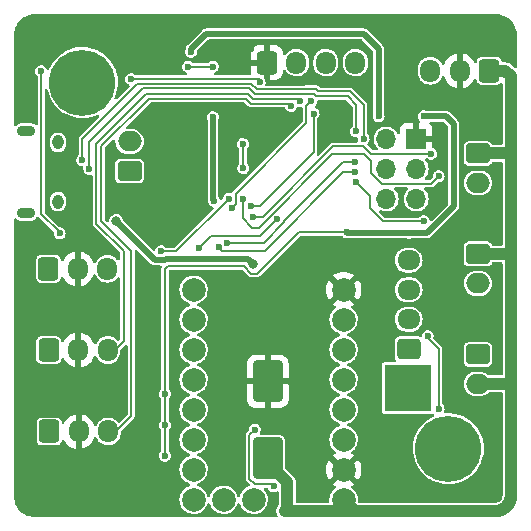
<source format=gbr>
%TF.GenerationSoftware,KiCad,Pcbnew,(6.0.2)*%
%TF.CreationDate,2022-03-22T21:07:05-04:00*%
%TF.ProjectId,turbocan,74757262-6f63-4616-9e2e-6b696361645f,rev?*%
%TF.SameCoordinates,Original*%
%TF.FileFunction,Copper,L2,Bot*%
%TF.FilePolarity,Positive*%
%FSLAX46Y46*%
G04 Gerber Fmt 4.6, Leading zero omitted, Abs format (unit mm)*
G04 Created by KiCad (PCBNEW (6.0.2)) date 2022-03-22 21:07:05*
%MOMM*%
%LPD*%
G01*
G04 APERTURE LIST*
G04 Aperture macros list*
%AMRoundRect*
0 Rectangle with rounded corners*
0 $1 Rounding radius*
0 $2 $3 $4 $5 $6 $7 $8 $9 X,Y pos of 4 corners*
0 Add a 4 corners polygon primitive as box body*
4,1,4,$2,$3,$4,$5,$6,$7,$8,$9,$2,$3,0*
0 Add four circle primitives for the rounded corners*
1,1,$1+$1,$2,$3*
1,1,$1+$1,$4,$5*
1,1,$1+$1,$6,$7*
1,1,$1+$1,$8,$9*
0 Add four rect primitives between the rounded corners*
20,1,$1+$1,$2,$3,$4,$5,0*
20,1,$1+$1,$4,$5,$6,$7,0*
20,1,$1+$1,$6,$7,$8,$9,0*
20,1,$1+$1,$8,$9,$2,$3,0*%
G04 Aperture macros list end*
%TA.AperFunction,ComponentPad*%
%ADD10C,5.600000*%
%TD*%
%TA.AperFunction,ComponentPad*%
%ADD11O,0.950000X1.250000*%
%TD*%
%TA.AperFunction,ComponentPad*%
%ADD12O,1.550000X0.890000*%
%TD*%
%TA.AperFunction,ComponentPad*%
%ADD13C,0.600000*%
%TD*%
%TA.AperFunction,SMDPad,CuDef*%
%ADD14R,4.000000X4.000000*%
%TD*%
%TA.AperFunction,ComponentPad*%
%ADD15RoundRect,0.250000X0.725000X-0.600000X0.725000X0.600000X-0.725000X0.600000X-0.725000X-0.600000X0*%
%TD*%
%TA.AperFunction,ComponentPad*%
%ADD16O,1.950000X1.700000*%
%TD*%
%TA.AperFunction,ComponentPad*%
%ADD17RoundRect,0.250000X-0.600000X-0.725000X0.600000X-0.725000X0.600000X0.725000X-0.600000X0.725000X0*%
%TD*%
%TA.AperFunction,ComponentPad*%
%ADD18O,1.700000X1.950000*%
%TD*%
%TA.AperFunction,ComponentPad*%
%ADD19RoundRect,0.250000X-0.750000X0.600000X-0.750000X-0.600000X0.750000X-0.600000X0.750000X0.600000X0*%
%TD*%
%TA.AperFunction,ComponentPad*%
%ADD20O,2.000000X1.700000*%
%TD*%
%TA.AperFunction,ComponentPad*%
%ADD21RoundRect,0.250000X0.600000X0.725000X-0.600000X0.725000X-0.600000X-0.725000X0.600000X-0.725000X0*%
%TD*%
%TA.AperFunction,ComponentPad*%
%ADD22C,2.000000*%
%TD*%
%TA.AperFunction,SMDPad,CuDef*%
%ADD23RoundRect,0.250000X1.000000X-1.500000X1.000000X1.500000X-1.000000X1.500000X-1.000000X-1.500000X0*%
%TD*%
%TA.AperFunction,ComponentPad*%
%ADD24RoundRect,0.250000X0.750000X-0.600000X0.750000X0.600000X-0.750000X0.600000X-0.750000X-0.600000X0*%
%TD*%
%TA.AperFunction,ComponentPad*%
%ADD25R,1.700000X1.700000*%
%TD*%
%TA.AperFunction,ComponentPad*%
%ADD26O,1.700000X1.700000*%
%TD*%
%TA.AperFunction,ViaPad*%
%ADD27C,0.600000*%
%TD*%
%TA.AperFunction,ViaPad*%
%ADD28C,0.800000*%
%TD*%
%TA.AperFunction,Conductor*%
%ADD29C,0.200000*%
%TD*%
%TA.AperFunction,Conductor*%
%ADD30C,0.500000*%
%TD*%
%TA.AperFunction,Conductor*%
%ADD31C,1.000000*%
%TD*%
G04 APERTURE END LIST*
D10*
%TO.P,H4,1*%
%TO.N,N/C*%
X51000000Y-51000000D03*
%TD*%
%TO.P,H1,1*%
%TO.N,N/C*%
X20000000Y-20000000D03*
%TD*%
D11*
%TO.P,J1,6,Shield*%
%TO.N,unconnected-(J1-Pad6)*%
X17940000Y-25075000D03*
D12*
X15240000Y-24075000D03*
X15240000Y-31075000D03*
D11*
X17940000Y-30075000D03*
%TD*%
D13*
%TO.P,U7,3,D*%
%TO.N,Net-(U7-Pad3)*%
X48102123Y-46542709D03*
X48102123Y-45856909D03*
X47086123Y-45856909D03*
D14*
X47594123Y-45856909D03*
D13*
X48102123Y-45171109D03*
X47086123Y-45171109D03*
X47086123Y-46542709D03*
%TD*%
D15*
%TO.P,J2,1,Pin_1*%
%TO.N,Net-(J2-Pad1)*%
X47625000Y-42545000D03*
D16*
%TO.P,J2,2,Pin_2*%
%TO.N,Net-(J2-Pad2)*%
X47625000Y-40045000D03*
%TO.P,J2,3,Pin_3*%
%TO.N,Net-(J2-Pad3)*%
X47625000Y-37545000D03*
%TO.P,J2,4,Pin_4*%
%TO.N,Net-(J2-Pad4)*%
X47625000Y-35045000D03*
%TD*%
D17*
%TO.P,J10,1,Pin_1*%
%TO.N,GND*%
X35620000Y-18305000D03*
D18*
%TO.P,J10,2,Pin_2*%
%TO.N,Net-(J10-Pad2)*%
X38120000Y-18305000D03*
%TO.P,J10,3,Pin_3*%
%TO.N,Net-(J10-Pad3)*%
X40620000Y-18305000D03*
%TO.P,J10,4,Pin_4*%
%TO.N,Net-(D2-PadA)*%
X43120000Y-18305000D03*
%TD*%
D19*
%TO.P,J11,1,Pin_1*%
%TO.N,+24V*%
X53500000Y-26000000D03*
D20*
%TO.P,J11,2,Pin_2*%
%TO.N,Net-(J11-Pad2)*%
X53500000Y-28500000D03*
%TD*%
D19*
%TO.P,J12,1,Pin_1*%
%TO.N,+24V*%
X53500000Y-34500000D03*
D20*
%TO.P,J12,2,Pin_2*%
%TO.N,Net-(J12-Pad2)*%
X53500000Y-37000000D03*
%TD*%
D19*
%TO.P,J13,1,Pin_1*%
%TO.N,Net-(U7-Pad3)*%
X53493654Y-43021373D03*
D20*
%TO.P,J13,2,Pin_2*%
%TO.N,+24V*%
X53493654Y-45521373D03*
%TD*%
D21*
%TO.P,J14,1,Pin_1*%
%TO.N,+24V*%
X54454261Y-18997116D03*
D18*
%TO.P,J14,2,Pin_2*%
%TO.N,GND*%
X51954261Y-18997116D03*
%TO.P,J14,3,Pin_3*%
%TO.N,Net-(D4-Pad1)*%
X49454261Y-18997116D03*
%TD*%
D22*
%TO.P,U2,1,GND*%
%TO.N,GND*%
X42120000Y-37540000D03*
%TO.P,U2,2,VIO*%
%TO.N,+3V3*%
X42120000Y-40080000D03*
%TO.P,U2,3,M1B*%
%TO.N,Net-(J2-Pad4)*%
X42120000Y-42620000D03*
%TO.P,U2,4,M1A*%
%TO.N,Net-(J2-Pad3)*%
X42120000Y-45160000D03*
%TO.P,U2,5,M2A*%
%TO.N,Net-(J2-Pad2)*%
X42120000Y-47700000D03*
%TO.P,U2,6,M2B*%
%TO.N,Net-(J2-Pad1)*%
X42120000Y-50240000D03*
%TO.P,U2,7,GND*%
%TO.N,GND*%
X42120000Y-52780000D03*
%TO.P,U2,8,VM*%
%TO.N,+24V*%
X42120000Y-55320000D03*
%TO.P,U2,9,DIR/SCK*%
%TO.N,SCK_DIR*%
X29420000Y-37540000D03*
%TO.P,U2,10,STEP/MOSI*%
%TO.N,MOSI_STEP*%
X29420000Y-40080000D03*
%TO.P,U2,11,TX/MISO*%
%TO.N,CS_RX*%
X29420000Y-42620000D03*
%TO.P,U2,12,RX*%
%TO.N,INT1_TX*%
X29420000Y-45160000D03*
%TO.P,U2,13,SPREAD*%
%TO.N,INT2*%
X29420000Y-47700000D03*
%TO.P,U2,14,MS2/MISO*%
%TO.N,MISO*%
X29420000Y-50240000D03*
%TO.P,U2,15,MS1*%
%TO.N,Net-(R29-Pad2)*%
X29420000Y-52780000D03*
%TO.P,U2,16,EN*%
%TO.N,EN*%
X29420000Y-55320000D03*
%TO.P,U2,17,INDEX*%
%TO.N,INDEX*%
X34500000Y-55320000D03*
%TO.P,U2,18,DIAG*%
%TO.N,DIAG*%
X31960000Y-55320000D03*
%TD*%
D23*
%TO.P,C21,1*%
%TO.N,+24V*%
X35700000Y-51800000D03*
%TO.P,C21,2*%
%TO.N,GND*%
X35700000Y-45300000D03*
%TD*%
D17*
%TO.P,J8,1,Pin_1*%
%TO.N,+5V*%
X17189203Y-49543659D03*
D18*
%TO.P,J8,2,Pin_2*%
%TO.N,GND*%
X19689203Y-49543659D03*
%TO.P,J8,3,Pin_3*%
%TO.N,IO2*%
X22189203Y-49543659D03*
%TD*%
D17*
%TO.P,J3,1,Pin_1*%
%TO.N,+5V*%
X17125000Y-35765000D03*
D18*
%TO.P,J3,2,Pin_2*%
%TO.N,GND*%
X19625000Y-35765000D03*
%TO.P,J3,3,Pin_3*%
%TO.N,IO3*%
X22125000Y-35765000D03*
%TD*%
D24*
%TO.P,J9,1,Pin_1*%
%TO.N,TH0*%
X24000000Y-27490000D03*
D20*
%TO.P,J9,2,Pin_2*%
%TO.N,GNDA*%
X24000000Y-24990000D03*
%TD*%
D17*
%TO.P,J7,1,Pin_1*%
%TO.N,+5V*%
X17165000Y-42640000D03*
D18*
%TO.P,J7,2,Pin_2*%
%TO.N,GND*%
X19665000Y-42640000D03*
%TO.P,J7,3,Pin_3*%
%TO.N,IO1*%
X22165000Y-42640000D03*
%TD*%
D25*
%TO.P,J15,1,Pin_1*%
%TO.N,GND*%
X48265000Y-24780000D03*
D26*
%TO.P,J15,2,Pin_2*%
%TO.N,A_MOSI*%
X45725000Y-24780000D03*
%TO.P,J15,3,Pin_3*%
%TO.N,A_SCK*%
X48265000Y-27320000D03*
%TO.P,J15,4,Pin_4*%
%TO.N,A_MISO*%
X45725000Y-27320000D03*
%TO.P,J15,5,Pin_5*%
%TO.N,+5V*%
X48265000Y-29860000D03*
%TO.P,J15,6,Pin_6*%
%TO.N,A_CS*%
X45725000Y-29860000D03*
%TD*%
D27*
%TO.N,GND*%
X38379847Y-33646717D03*
X23495000Y-18415000D03*
X19685000Y-28575000D03*
X24765000Y-15240000D03*
X36195000Y-41275000D03*
X20320000Y-45085000D03*
X34925000Y-37465000D03*
X36830000Y-39370000D03*
X34925000Y-41275000D03*
X36830000Y-14605000D03*
X34290000Y-17145000D03*
X29368445Y-28106416D03*
X38100000Y-50165000D03*
X44450000Y-50165000D03*
X46355000Y-49530000D03*
X20320000Y-52070000D03*
X34925000Y-38735000D03*
X18415000Y-51435000D03*
X45085000Y-48260000D03*
X36195000Y-42545000D03*
X40282990Y-42692505D03*
X25400000Y-15875000D03*
X22225000Y-27305000D03*
X19685000Y-44450000D03*
X20955000Y-51435000D03*
X38100000Y-51435000D03*
X20955000Y-37465000D03*
X32385000Y-50165000D03*
X22225000Y-28575000D03*
X36830000Y-41910000D03*
X46355000Y-52070000D03*
X19050000Y-52070000D03*
X23495000Y-17780000D03*
X19685000Y-29845000D03*
X26679332Y-33349049D03*
X45720000Y-51435000D03*
X38598188Y-46497031D03*
X43815000Y-52070000D03*
X35560000Y-36830000D03*
X45720000Y-48895000D03*
X35539783Y-22513179D03*
X45720000Y-50165000D03*
X34925000Y-40005000D03*
X36830000Y-40640000D03*
X43815000Y-50800000D03*
X37631732Y-19981413D03*
X26035000Y-23495000D03*
X19685000Y-37465000D03*
X40600000Y-33650000D03*
X20955000Y-44450000D03*
X38527148Y-19975238D03*
X19685000Y-51435000D03*
X35560000Y-40640000D03*
X30024653Y-28575000D03*
X25400000Y-37465000D03*
X40374982Y-21815711D03*
X45720000Y-52705000D03*
X32385000Y-49530000D03*
X36195000Y-38735000D03*
X19050000Y-38100000D03*
X19685000Y-33020000D03*
X34925000Y-42545000D03*
X35560000Y-39370000D03*
X44450000Y-52705000D03*
X37465000Y-37465000D03*
X39370000Y-50165000D03*
X25400000Y-41275000D03*
X36830000Y-38100000D03*
X22225000Y-29845000D03*
X36195000Y-37465000D03*
X31982604Y-23554030D03*
X19050000Y-23495000D03*
X20320000Y-29210000D03*
X38735000Y-50800000D03*
X25400000Y-38735000D03*
X45085000Y-49530000D03*
X31313613Y-22034620D03*
X32385000Y-48895000D03*
X23495000Y-19050000D03*
X53534192Y-30584192D03*
X53755794Y-39105794D03*
X20320000Y-38100000D03*
X42371974Y-24385703D03*
X27037429Y-22028371D03*
X39370000Y-51435000D03*
X40005000Y-50800000D03*
X25400000Y-40005000D03*
X36804245Y-19981413D03*
X45085000Y-50800000D03*
X35560000Y-41910000D03*
X25400000Y-42545000D03*
X19050000Y-45085000D03*
X36830000Y-36830000D03*
X44450000Y-51435000D03*
X18415000Y-44450000D03*
X46355000Y-50800000D03*
X17780000Y-23495000D03*
X26035000Y-24765000D03*
X22225000Y-26035000D03*
X45085000Y-52070000D03*
X40640000Y-51435000D03*
X35560000Y-38100000D03*
X36195000Y-40005000D03*
X18415000Y-37465000D03*
X26035000Y-16510000D03*
%TO.N,+3V3*%
X42397699Y-32678252D03*
X48895000Y-22860000D03*
X27000000Y-51600000D03*
X27000003Y-48999997D03*
X45085000Y-22860000D03*
X47651044Y-32722356D03*
X29210000Y-17400518D03*
X31159487Y-30013335D03*
X26996226Y-46363592D03*
X31050797Y-22924203D03*
%TO.N,+24V*%
X55900001Y-55900001D03*
D28*
X37365000Y-53835000D03*
D27*
%TO.N,Net-(C9-Pad2)*%
X34600000Y-49400000D03*
X36200000Y-54200000D03*
%TO.N,+5V*%
X16510000Y-19050000D03*
X18082736Y-32761618D03*
D28*
X34467122Y-35382879D03*
X22860000Y-31750000D03*
D27*
%TO.N,NRST*%
X33627606Y-27240457D03*
X33600000Y-25200000D03*
%TO.N,USBDP*%
X20590980Y-27305000D03*
X43180000Y-24130000D03*
%TO.N,BOOT0*%
X24138135Y-19708696D03*
X35008851Y-19986408D03*
%TO.N,IO1*%
X38433465Y-21603404D03*
%TO.N,IO2*%
X37650500Y-21989508D03*
%TO.N,Net-(R16-Pad1)*%
X49236257Y-41477483D03*
X50165000Y-47625000D03*
%TO.N,FAN0*%
X50165000Y-27940000D03*
X33584011Y-29849500D03*
%TO.N,FAN1*%
X49530000Y-26035000D03*
X34412500Y-31343534D03*
%TO.N,HEAT*%
X48895000Y-31750000D03*
X43180000Y-28410519D03*
%TO.N,DIAG*%
X32650000Y-30650002D03*
X39370000Y-21590000D03*
%TO.N,EN*%
X34293478Y-30446029D03*
X39576408Y-22630676D03*
%TO.N,MISO*%
X29849448Y-34010588D03*
X36516212Y-31535731D03*
%TO.N,INT1_TX*%
X31552085Y-33939699D03*
X43118610Y-27585316D03*
%TO.N,CS_RX*%
X43111703Y-26755718D03*
X32276375Y-33599986D03*
%TO.N,CANRX*%
X28954482Y-18670518D03*
X31042830Y-18670518D03*
%TO.N,IO3*%
X26670000Y-34290000D03*
X32385000Y-29845000D03*
%TO.N,USBDN*%
X43815000Y-24765000D03*
X19991480Y-26569655D03*
%TD*%
D29*
%TO.N,GND*%
X41500711Y-21815711D02*
X42371974Y-22686974D01*
X42371974Y-22686974D02*
X42371974Y-24385703D01*
X27083670Y-21982130D02*
X27037429Y-22028371D01*
X40374982Y-21815711D02*
X41500711Y-21815711D01*
%TO.N,+3V3*%
X42397699Y-32678252D02*
X38302440Y-32678252D01*
D30*
X49192644Y-32722356D02*
X51435000Y-30480000D01*
D29*
X38302440Y-32678252D02*
X34785692Y-36195000D01*
X27000000Y-51600000D02*
X27000000Y-49000000D01*
X26996226Y-46363592D02*
X27000003Y-46367369D01*
D30*
X47646188Y-32717500D02*
X47651044Y-32722356D01*
D29*
X27000003Y-46367369D02*
X27000003Y-48999997D01*
D30*
X45085000Y-17145000D02*
X43815000Y-15875000D01*
X42436947Y-32717500D02*
X47646188Y-32717500D01*
X50800000Y-22860000D02*
X48895000Y-22860000D01*
D29*
X33655000Y-35560000D02*
X27237082Y-35560000D01*
D30*
X45085000Y-22860000D02*
X45085000Y-17145000D01*
D29*
X34290000Y-36195000D02*
X33655000Y-35560000D01*
D30*
X31050797Y-22924203D02*
X31050797Y-29904645D01*
X29210000Y-17145000D02*
X29210000Y-17400518D01*
X51435000Y-23495000D02*
X50800000Y-22860000D01*
X42397699Y-32678252D02*
X42436947Y-32717500D01*
X43815000Y-15875000D02*
X30480000Y-15875000D01*
X31050797Y-29904645D02*
X31159487Y-30013335D01*
X51435000Y-30480000D02*
X51435000Y-23495000D01*
X47651044Y-32722356D02*
X49192644Y-32722356D01*
D29*
X27237082Y-35560000D02*
X26996226Y-35800856D01*
X26996226Y-35800856D02*
X26996226Y-46363592D01*
X34785692Y-36195000D02*
X34290000Y-36195000D01*
D30*
X30480000Y-15875000D02*
X29210000Y-17145000D01*
D29*
X27000000Y-49000000D02*
X27000003Y-48999997D01*
D31*
%TO.N,+24V*%
X55794833Y-55996681D02*
X55749308Y-56031344D01*
X55702280Y-56063925D02*
X55653846Y-56094358D01*
X56269673Y-55114293D02*
X56263270Y-55171117D01*
X35700000Y-52170000D02*
X37365000Y-53835000D01*
X56148560Y-55553121D02*
X56122584Y-55604103D01*
X56212410Y-55393948D02*
X56193514Y-55447947D01*
X56273523Y-55057196D02*
X56269673Y-55114293D01*
X56193514Y-55447947D02*
X56172221Y-55501030D01*
X55553125Y-56148558D02*
X55501011Y-56172230D01*
X55827116Y-18997116D02*
X54454261Y-18997116D01*
X37365000Y-56035000D02*
X37125010Y-56274990D01*
X55339154Y-56228865D02*
X55283675Y-56242845D01*
X55501011Y-56172230D02*
X55447951Y-56193514D01*
X55749308Y-56031344D02*
X55702280Y-56063925D01*
X56274990Y-19444990D02*
X55827116Y-18997116D01*
X43074990Y-56274990D02*
X42120000Y-55320000D01*
X55283675Y-56242845D02*
X55227639Y-56254319D01*
X55604095Y-56122588D02*
X55553125Y-56148558D01*
X55227639Y-56254319D02*
X55171125Y-56263270D01*
X55653846Y-56094358D02*
X55604095Y-56122588D01*
X56274990Y-26325010D02*
X56274990Y-34725010D01*
X56094358Y-55653846D02*
X56063925Y-55702280D01*
X56172221Y-55501030D02*
X56148560Y-55553121D01*
X55900001Y-55900001D02*
X55853115Y-55946886D01*
X56031342Y-55749311D02*
X55996681Y-55794833D01*
X53500000Y-34500000D02*
X56049980Y-34500000D01*
X55853115Y-55946886D02*
X55838739Y-55960026D01*
X56228867Y-55339143D02*
X56212410Y-55393948D01*
X56242842Y-55283683D02*
X56228867Y-55339143D01*
X56274990Y-26325010D02*
X56274990Y-19444990D01*
X56049980Y-34500000D02*
X56274990Y-34725010D01*
X56263270Y-55171117D02*
X56254318Y-55227637D01*
X55393947Y-56212412D02*
X55339154Y-56228865D01*
X43074990Y-56274990D02*
X37125010Y-56274990D01*
X56122584Y-55604103D02*
X56094358Y-55653846D01*
X55946882Y-55853119D02*
X55900001Y-55900001D01*
X56274990Y-34725010D02*
X56274990Y-54991881D01*
X56254318Y-55227637D02*
X56242842Y-55283683D01*
X54991915Y-56274990D02*
X43074990Y-56274990D01*
X55960027Y-55838737D02*
X55946882Y-55853119D01*
X37365000Y-53835000D02*
X37365000Y-56035000D01*
X55949980Y-26000000D02*
X56274990Y-26325010D01*
X53500000Y-26000000D02*
X55949980Y-26000000D01*
X56274990Y-54991881D02*
X56273523Y-55057196D01*
X55114273Y-56269676D02*
X55057199Y-56273525D01*
X55447951Y-56193514D02*
X55393947Y-56212412D01*
X56063925Y-55702280D02*
X56031342Y-55749311D01*
X55996681Y-55794833D02*
X55960027Y-55838737D01*
X53600000Y-45500000D02*
X56050000Y-45500000D01*
X55057199Y-56273525D02*
X54991915Y-56274990D01*
X55838739Y-55960026D02*
X55794833Y-55996681D01*
X55171125Y-56263270D02*
X55114273Y-56269676D01*
D29*
%TO.N,Net-(C9-Pad2)*%
X34600000Y-49400000D02*
X34149990Y-49850010D01*
X34149990Y-49850010D02*
X34149990Y-53527824D01*
X34622166Y-54000000D02*
X36000000Y-54000000D01*
X34149990Y-53527824D02*
X34622166Y-54000000D01*
%TO.N,+5V*%
X18082736Y-32761618D02*
X18082736Y-32687736D01*
X18082736Y-32687736D02*
X16510000Y-31115000D01*
X16510000Y-31115000D02*
X16510000Y-19050000D01*
D30*
X26980455Y-35039501D02*
X27094956Y-34925000D01*
X26149501Y-35039501D02*
X26980455Y-35039501D01*
X34009243Y-34925000D02*
X34467122Y-35382879D01*
X22860000Y-31750000D02*
X26149501Y-35039501D01*
X27094956Y-34925000D02*
X34009243Y-34925000D01*
D29*
%TO.N,NRST*%
X33600000Y-27212851D02*
X33627606Y-27240457D01*
X33600000Y-25200000D02*
X33600000Y-27212851D01*
%TO.N,USBDP*%
X25124804Y-20484040D02*
X34093639Y-20484040D01*
X20590980Y-27305000D02*
X20590980Y-25017864D01*
X34600088Y-20990489D02*
X39618327Y-20990489D01*
X39618327Y-20990489D02*
X39807838Y-21180000D01*
X42451800Y-21180000D02*
X43180000Y-21908200D01*
X34093639Y-20484040D02*
X34600088Y-20990489D01*
X43180000Y-21908200D02*
X43180000Y-24130000D01*
X39807838Y-21180000D02*
X42451800Y-21180000D01*
X20590980Y-25017864D02*
X25124804Y-20484040D01*
%TO.N,BOOT0*%
X35008851Y-19768851D02*
X35008851Y-19986408D01*
X24161831Y-19685000D02*
X34925000Y-19685000D01*
X24138135Y-19708696D02*
X24161831Y-19685000D01*
X34925000Y-19685000D02*
X35008851Y-19768851D01*
%TO.N,IO1*%
X23495000Y-34290000D02*
X23495000Y-41910000D01*
X34434601Y-21390008D02*
X33999593Y-20955000D01*
X33999593Y-20955000D02*
X25400000Y-20955000D01*
X38220069Y-21390008D02*
X34434601Y-21390008D01*
X21190480Y-25164520D02*
X21190481Y-31985481D01*
X25400000Y-20955000D02*
X21190480Y-25164520D01*
X21190481Y-31985481D02*
X23495000Y-34290000D01*
X38433465Y-21603404D02*
X38220069Y-21390008D01*
X23495000Y-41910000D02*
X22765000Y-42640000D01*
%TO.N,IO2*%
X34269115Y-21789528D02*
X33834107Y-21354520D01*
X37450520Y-21789528D02*
X34269115Y-21789528D01*
X33834107Y-21354520D02*
X25635480Y-21354520D01*
X24130000Y-48260000D02*
X22846341Y-49543659D01*
X37650500Y-21989508D02*
X37450520Y-21789528D01*
X24130000Y-34290000D02*
X24130000Y-48260000D01*
X21590000Y-25400000D02*
X21590000Y-31750000D01*
X21590000Y-31750000D02*
X24130000Y-34290000D01*
X25635480Y-21354520D02*
X21590000Y-25400000D01*
%TO.N,Net-(R16-Pad1)*%
X49236257Y-41616257D02*
X49236257Y-41477483D01*
X50165000Y-47625000D02*
X50165000Y-42545000D01*
X50165000Y-42545000D02*
X49236257Y-41616257D01*
%TO.N,FAN0*%
X34372521Y-32279105D02*
X34925000Y-32279105D01*
X44450000Y-26670000D02*
X44450000Y-27670655D01*
X43815000Y-26035000D02*
X44450000Y-26670000D01*
X33584011Y-29849500D02*
X33584011Y-31490595D01*
X34925000Y-32279105D02*
X41169105Y-26035000D01*
X44450000Y-27670655D02*
X45354345Y-28575000D01*
X45354345Y-28575000D02*
X49530000Y-28575000D01*
X33584011Y-31490595D02*
X34372521Y-32279105D01*
X41169105Y-26035000D02*
X43815000Y-26035000D01*
X49530000Y-28575000D02*
X50165000Y-27940000D01*
%TO.N,FAN1*%
X43797049Y-25382049D02*
X41257049Y-25382049D01*
X49530000Y-26035000D02*
X44450000Y-26035000D01*
X35295563Y-31343534D02*
X41257049Y-25382049D01*
X34412500Y-31343534D02*
X35295563Y-31343534D01*
X44450000Y-26035000D02*
X43797049Y-25382049D01*
%TO.N,HEAT*%
X45450978Y-31750000D02*
X48895000Y-31750000D01*
X44365222Y-30664244D02*
X45450978Y-31750000D01*
X44365222Y-29595741D02*
X44365222Y-30664244D01*
X43180000Y-28410519D02*
X44365222Y-29595741D01*
%TO.N,DIAG*%
X32984511Y-30315491D02*
X32650000Y-30650002D01*
X38976897Y-21983103D02*
X38976897Y-23420603D01*
X38976897Y-23420603D02*
X32984511Y-29412989D01*
X39370000Y-21590000D02*
X38976897Y-21983103D01*
X32984511Y-29412989D02*
X32984511Y-30315491D01*
%TO.N,EN*%
X39576408Y-25883963D02*
X39576408Y-22630676D01*
X35014342Y-30446029D02*
X39576408Y-25883963D01*
X34293478Y-30446029D02*
X35014342Y-30446029D01*
%TO.N,MISO*%
X35051966Y-32999977D02*
X30860059Y-32999977D01*
X30860059Y-32999977D02*
X29849448Y-34010588D01*
X36516212Y-31535731D02*
X35051966Y-32999977D01*
%TO.N,INT1_TX*%
X35438780Y-34239698D02*
X31852084Y-34239698D01*
X42093162Y-27585316D02*
X35438780Y-34239698D01*
X31852084Y-34239698D02*
X31552085Y-33939699D01*
X43118610Y-27585316D02*
X42093162Y-27585316D01*
%TO.N,CS_RX*%
X37116213Y-31823732D02*
X35339959Y-33599986D01*
X42044282Y-26755718D02*
X37116213Y-31683787D01*
X37116213Y-31683787D02*
X37116213Y-31823732D01*
X35339959Y-33599986D02*
X32276375Y-33599986D01*
X43111703Y-26755718D02*
X42044282Y-26755718D01*
%TO.N,CANRX*%
X31042830Y-18670518D02*
X28954482Y-18670518D01*
%TO.N,IO3*%
X32385000Y-29845000D02*
X27940000Y-34290000D01*
X27940000Y-34290000D02*
X26670000Y-34290000D01*
%TO.N,USBDN*%
X19991480Y-24763820D02*
X24670780Y-20084520D01*
X43815000Y-21906800D02*
X43815000Y-24765000D01*
X38935280Y-20540498D02*
X39804719Y-20540498D01*
X19991480Y-26569655D02*
X19991480Y-24763820D01*
X39994222Y-20730000D02*
X42638200Y-20730000D01*
X24670780Y-20084520D02*
X34259125Y-20084520D01*
X39804719Y-20540498D02*
X39994222Y-20730000D01*
X34760524Y-20585919D02*
X38889859Y-20585919D01*
X34259125Y-20084520D02*
X34760524Y-20585919D01*
X38889859Y-20585919D02*
X38935280Y-20540498D01*
X42638200Y-20730000D02*
X43815000Y-21906800D01*
%TD*%
%TA.AperFunction,Conductor*%
%TO.N,GND*%
G36*
X54980182Y-14201953D02*
G01*
X54985813Y-14201963D01*
X54999642Y-14205143D01*
X55013483Y-14202011D01*
X55027147Y-14202035D01*
X55035165Y-14202305D01*
X55094838Y-14206216D01*
X55226705Y-14214859D01*
X55243045Y-14217010D01*
X55457773Y-14259722D01*
X55473694Y-14263988D01*
X55681011Y-14334363D01*
X55696237Y-14340670D01*
X55892592Y-14437501D01*
X55906866Y-14445742D01*
X56088901Y-14567374D01*
X56101977Y-14577407D01*
X56266583Y-14721763D01*
X56278237Y-14733417D01*
X56422593Y-14898023D01*
X56432626Y-14911099D01*
X56554258Y-15093134D01*
X56562499Y-15107408D01*
X56659330Y-15303763D01*
X56665637Y-15318989D01*
X56736012Y-15526306D01*
X56740278Y-15542227D01*
X56782990Y-15756955D01*
X56785141Y-15773295D01*
X56797787Y-15966230D01*
X56798057Y-15974692D01*
X56798037Y-15985812D01*
X56794857Y-15999642D01*
X56797989Y-16013482D01*
X56797980Y-16018372D01*
X56800000Y-16036448D01*
X56800000Y-18675153D01*
X56779998Y-18743274D01*
X56726342Y-18789767D01*
X56656068Y-18799871D01*
X56591488Y-18770377D01*
X56584905Y-18764248D01*
X56342698Y-18522041D01*
X56336844Y-18515775D01*
X56304281Y-18478447D01*
X56299285Y-18472720D01*
X56247643Y-18436426D01*
X56242358Y-18432500D01*
X56198640Y-18398221D01*
X56198636Y-18398219D01*
X56192659Y-18393532D01*
X56185736Y-18390406D01*
X56182788Y-18388621D01*
X56169828Y-18381229D01*
X56166782Y-18379596D01*
X56160569Y-18375229D01*
X56101749Y-18352296D01*
X56095670Y-18349740D01*
X56038132Y-18323761D01*
X56030661Y-18322376D01*
X56027393Y-18321352D01*
X56012952Y-18317239D01*
X56009679Y-18316399D01*
X56002603Y-18313640D01*
X55957933Y-18307760D01*
X55940010Y-18305400D01*
X55933493Y-18304368D01*
X55878891Y-18294248D01*
X55871424Y-18292864D01*
X55863844Y-18293301D01*
X55863843Y-18293301D01*
X55809972Y-18296407D01*
X55802720Y-18296616D01*
X55626283Y-18296616D01*
X55558162Y-18276614D01*
X55511669Y-18222958D01*
X55503210Y-18197616D01*
X55502503Y-18194391D01*
X55501780Y-18186747D01*
X55499238Y-18179508D01*
X55499237Y-18179504D01*
X55465757Y-18084168D01*
X55456895Y-18058932D01*
X55451303Y-18051362D01*
X55451302Y-18051359D01*
X55382003Y-17957537D01*
X55376411Y-17949966D01*
X55311861Y-17902288D01*
X55275018Y-17875075D01*
X55275015Y-17875074D01*
X55267445Y-17869482D01*
X55139630Y-17824597D01*
X55131984Y-17823874D01*
X55131983Y-17823874D01*
X55126013Y-17823310D01*
X55108095Y-17821616D01*
X53800427Y-17821616D01*
X53782509Y-17823310D01*
X53776539Y-17823874D01*
X53776538Y-17823874D01*
X53768892Y-17824597D01*
X53641077Y-17869482D01*
X53633507Y-17875074D01*
X53633504Y-17875075D01*
X53596661Y-17902288D01*
X53532111Y-17949966D01*
X53526519Y-17957537D01*
X53457220Y-18051359D01*
X53457219Y-18051362D01*
X53451627Y-18058932D01*
X53406742Y-18186747D01*
X53406019Y-18194391D01*
X53406019Y-18194393D01*
X53404406Y-18211458D01*
X53378081Y-18277394D01*
X53320288Y-18318630D01*
X53249375Y-18322075D01*
X53187857Y-18286635D01*
X53164083Y-18251350D01*
X53147324Y-18214146D01*
X53142155Y-18204860D01*
X53019411Y-18022541D01*
X53012742Y-18014246D01*
X52861033Y-17855216D01*
X52853075Y-17848175D01*
X52676736Y-17716975D01*
X52667699Y-17711371D01*
X52471777Y-17611759D01*
X52461926Y-17607759D01*
X52252021Y-17542582D01*
X52241637Y-17540299D01*
X52226218Y-17538255D01*
X52212054Y-17540451D01*
X52208261Y-17553638D01*
X52208261Y-20438308D01*
X52212234Y-20451839D01*
X52222841Y-20453364D01*
X52340682Y-20428639D01*
X52350878Y-20425579D01*
X52555290Y-20344853D01*
X52564822Y-20340122D01*
X52752723Y-20226100D01*
X52761313Y-20219836D01*
X52927313Y-20075789D01*
X52934733Y-20068158D01*
X53074087Y-19898205D01*
X53080111Y-19889438D01*
X53169477Y-19732445D01*
X53220559Y-19683139D01*
X53290189Y-19669277D01*
X53356260Y-19695260D01*
X53397795Y-19752840D01*
X53404420Y-19782919D01*
X53406742Y-19807485D01*
X53451627Y-19935300D01*
X53457219Y-19942870D01*
X53457220Y-19942873D01*
X53505507Y-20008247D01*
X53532111Y-20044266D01*
X53539682Y-20049858D01*
X53633504Y-20119157D01*
X53633507Y-20119158D01*
X53641077Y-20124750D01*
X53768892Y-20169635D01*
X53776538Y-20170358D01*
X53776539Y-20170358D01*
X53782509Y-20170922D01*
X53800427Y-20172616D01*
X55108095Y-20172616D01*
X55126013Y-20170922D01*
X55131983Y-20170358D01*
X55131984Y-20170358D01*
X55139630Y-20169635D01*
X55267445Y-20124750D01*
X55275015Y-20119158D01*
X55275018Y-20119157D01*
X55373630Y-20046320D01*
X55440309Y-20021937D01*
X55509584Y-20037474D01*
X55559463Y-20087997D01*
X55574490Y-20147671D01*
X55574490Y-25173500D01*
X55554488Y-25241621D01*
X55500832Y-25288114D01*
X55448490Y-25299500D01*
X54781501Y-25299500D01*
X54713380Y-25279498D01*
X54666887Y-25225842D01*
X54662618Y-25215246D01*
X54655755Y-25195702D01*
X54655753Y-25195699D01*
X54652634Y-25186816D01*
X54647042Y-25179246D01*
X54647041Y-25179243D01*
X54577742Y-25085421D01*
X54572150Y-25077850D01*
X54549384Y-25061035D01*
X54470757Y-25002959D01*
X54470754Y-25002958D01*
X54463184Y-24997366D01*
X54335369Y-24952481D01*
X54327723Y-24951758D01*
X54327722Y-24951758D01*
X54321752Y-24951194D01*
X54303834Y-24949500D01*
X52696166Y-24949500D01*
X52678248Y-24951194D01*
X52672278Y-24951758D01*
X52672277Y-24951758D01*
X52664631Y-24952481D01*
X52536816Y-24997366D01*
X52529246Y-25002958D01*
X52529243Y-25002959D01*
X52450616Y-25061035D01*
X52427850Y-25077850D01*
X52422258Y-25085421D01*
X52352959Y-25179243D01*
X52352958Y-25179246D01*
X52347366Y-25186816D01*
X52302481Y-25314631D01*
X52299500Y-25346166D01*
X52299500Y-26653834D01*
X52302481Y-26685369D01*
X52347366Y-26813184D01*
X52352958Y-26820754D01*
X52352959Y-26820757D01*
X52410577Y-26898765D01*
X52427850Y-26922150D01*
X52435421Y-26927742D01*
X52529243Y-26997041D01*
X52529246Y-26997042D01*
X52536816Y-27002634D01*
X52664631Y-27047519D01*
X52672277Y-27048242D01*
X52672278Y-27048242D01*
X52678248Y-27048806D01*
X52696166Y-27050500D01*
X54303834Y-27050500D01*
X54321752Y-27048806D01*
X54327722Y-27048242D01*
X54327723Y-27048242D01*
X54335369Y-27047519D01*
X54463184Y-27002634D01*
X54470754Y-26997042D01*
X54470757Y-26997041D01*
X54564579Y-26927742D01*
X54572150Y-26922150D01*
X54589423Y-26898765D01*
X54647041Y-26820757D01*
X54647042Y-26820754D01*
X54652634Y-26813184D01*
X54655753Y-26804301D01*
X54655755Y-26804298D01*
X54662618Y-26784754D01*
X54704060Y-26727108D01*
X54770089Y-26701018D01*
X54781501Y-26700500D01*
X55448490Y-26700500D01*
X55516611Y-26720502D01*
X55563104Y-26774158D01*
X55574490Y-26826500D01*
X55574490Y-33673500D01*
X55554488Y-33741621D01*
X55500832Y-33788114D01*
X55448490Y-33799500D01*
X54781501Y-33799500D01*
X54713380Y-33779498D01*
X54666887Y-33725842D01*
X54662618Y-33715246D01*
X54655755Y-33695702D01*
X54655753Y-33695699D01*
X54652634Y-33686816D01*
X54647042Y-33679246D01*
X54647041Y-33679243D01*
X54577742Y-33585421D01*
X54572150Y-33577850D01*
X54549822Y-33561358D01*
X54470757Y-33502959D01*
X54470754Y-33502958D01*
X54463184Y-33497366D01*
X54335369Y-33452481D01*
X54327723Y-33451758D01*
X54327722Y-33451758D01*
X54321752Y-33451194D01*
X54303834Y-33449500D01*
X52696166Y-33449500D01*
X52678248Y-33451194D01*
X52672278Y-33451758D01*
X52672277Y-33451758D01*
X52664631Y-33452481D01*
X52536816Y-33497366D01*
X52529246Y-33502958D01*
X52529243Y-33502959D01*
X52450178Y-33561358D01*
X52427850Y-33577850D01*
X52422258Y-33585421D01*
X52352959Y-33679243D01*
X52352958Y-33679246D01*
X52347366Y-33686816D01*
X52302481Y-33814631D01*
X52299500Y-33846166D01*
X52299500Y-35153834D01*
X52302481Y-35185369D01*
X52347366Y-35313184D01*
X52352958Y-35320754D01*
X52352959Y-35320757D01*
X52356473Y-35325514D01*
X52427850Y-35422150D01*
X52435421Y-35427742D01*
X52529243Y-35497041D01*
X52529246Y-35497042D01*
X52536816Y-35502634D01*
X52664631Y-35547519D01*
X52672277Y-35548242D01*
X52672278Y-35548242D01*
X52678248Y-35548806D01*
X52696166Y-35550500D01*
X54303834Y-35550500D01*
X54321752Y-35548806D01*
X54327722Y-35548242D01*
X54327723Y-35548242D01*
X54335369Y-35547519D01*
X54463184Y-35502634D01*
X54470754Y-35497042D01*
X54470757Y-35497041D01*
X54564579Y-35427742D01*
X54572150Y-35422150D01*
X54643527Y-35325514D01*
X54647041Y-35320757D01*
X54647042Y-35320754D01*
X54652634Y-35313184D01*
X54655753Y-35304301D01*
X54655755Y-35304298D01*
X54662618Y-35284754D01*
X54704060Y-35227108D01*
X54770089Y-35201018D01*
X54781501Y-35200500D01*
X55448490Y-35200500D01*
X55516611Y-35220502D01*
X55563104Y-35274158D01*
X55574490Y-35326500D01*
X55574490Y-44673500D01*
X55554488Y-44741621D01*
X55500832Y-44788114D01*
X55448490Y-44799500D01*
X54463577Y-44799500D01*
X54395456Y-44779498D01*
X54382594Y-44770028D01*
X54240024Y-44650397D01*
X54234626Y-44647429D01*
X54234621Y-44647426D01*
X54064889Y-44554116D01*
X54059492Y-44551149D01*
X53863122Y-44488857D01*
X53857005Y-44488171D01*
X53857001Y-44488170D01*
X53780780Y-44479621D01*
X53702790Y-44470873D01*
X53291813Y-44470873D01*
X53138624Y-44485893D01*
X52941403Y-44545438D01*
X52759503Y-44642155D01*
X52683505Y-44704138D01*
X52604629Y-44768467D01*
X52604626Y-44768470D01*
X52599854Y-44772362D01*
X52595927Y-44777109D01*
X52595925Y-44777111D01*
X52472465Y-44926348D01*
X52472463Y-44926352D01*
X52468536Y-44931098D01*
X52370551Y-45112318D01*
X52309631Y-45309119D01*
X52308987Y-45315244D01*
X52308987Y-45315245D01*
X52295148Y-45446921D01*
X52288097Y-45514004D01*
X52288656Y-45520144D01*
X52300967Y-45655422D01*
X52306768Y-45719170D01*
X52364934Y-45916801D01*
X52460380Y-46099371D01*
X52464240Y-46104172D01*
X52464242Y-46104175D01*
X52552146Y-46213505D01*
X52589469Y-46259926D01*
X52747284Y-46392349D01*
X52752682Y-46395317D01*
X52752687Y-46395320D01*
X52899694Y-46476137D01*
X52927816Y-46491597D01*
X53124186Y-46553889D01*
X53130303Y-46554575D01*
X53130307Y-46554576D01*
X53206528Y-46563125D01*
X53284518Y-46571873D01*
X53695495Y-46571873D01*
X53848684Y-46556853D01*
X54045905Y-46497308D01*
X54227805Y-46400591D01*
X54338418Y-46310377D01*
X54382679Y-46274279D01*
X54382682Y-46274276D01*
X54387454Y-46270384D01*
X54407473Y-46246185D01*
X54466307Y-46206447D01*
X54504558Y-46200500D01*
X55448490Y-46200500D01*
X55516611Y-46220502D01*
X55563104Y-46274158D01*
X55574490Y-46326500D01*
X55574490Y-54982599D01*
X55574458Y-54985428D01*
X55573734Y-55017683D01*
X55573616Y-55022922D01*
X55573363Y-55028570D01*
X55572007Y-55048679D01*
X55571499Y-55054313D01*
X55569254Y-55074233D01*
X55568496Y-55079830D01*
X55565345Y-55099727D01*
X55564335Y-55105292D01*
X55560302Y-55124990D01*
X55559042Y-55130509D01*
X55554129Y-55150003D01*
X55552628Y-55155444D01*
X55546842Y-55174715D01*
X55545102Y-55180070D01*
X55538452Y-55199075D01*
X55536466Y-55204366D01*
X55528988Y-55223008D01*
X55526767Y-55228204D01*
X55518438Y-55246542D01*
X55515993Y-55251620D01*
X55508837Y-55265665D01*
X55506857Y-55269551D01*
X55504175Y-55274535D01*
X55494259Y-55292009D01*
X55491370Y-55296845D01*
X55480636Y-55313929D01*
X55477570Y-55318574D01*
X55466074Y-55335168D01*
X55462783Y-55339696D01*
X55450585Y-55355715D01*
X55447065Y-55360130D01*
X55439817Y-55368812D01*
X55432187Y-55377158D01*
X55417501Y-55391844D01*
X55377137Y-55432207D01*
X55368803Y-55439824D01*
X55360139Y-55447057D01*
X55355722Y-55450580D01*
X55339709Y-55462773D01*
X55335133Y-55466098D01*
X55318612Y-55477544D01*
X55313888Y-55480662D01*
X55296840Y-55491373D01*
X55292002Y-55494263D01*
X55274518Y-55504184D01*
X55269558Y-55506853D01*
X55251630Y-55515988D01*
X55246534Y-55518442D01*
X55228208Y-55526766D01*
X55223010Y-55528988D01*
X55204368Y-55536466D01*
X55199075Y-55538453D01*
X55180080Y-55545100D01*
X55174704Y-55546846D01*
X55161969Y-55550670D01*
X55155455Y-55552626D01*
X55150016Y-55554127D01*
X55148584Y-55554488D01*
X55130501Y-55559045D01*
X55125007Y-55560299D01*
X55105293Y-55564336D01*
X55099723Y-55565347D01*
X55079851Y-55568494D01*
X55074248Y-55569253D01*
X55054249Y-55571506D01*
X55048622Y-55572012D01*
X55028590Y-55573363D01*
X55022940Y-55573617D01*
X54988677Y-55574386D01*
X54985471Y-55574458D01*
X54982646Y-55574490D01*
X43441827Y-55574490D01*
X43373706Y-55554488D01*
X43327213Y-55500832D01*
X43317131Y-55430410D01*
X43323991Y-55383098D01*
X43325643Y-55320000D01*
X43305454Y-55100289D01*
X43245565Y-54887936D01*
X43147980Y-54690053D01*
X43072554Y-54589045D01*
X43019420Y-54517891D01*
X43019420Y-54517890D01*
X43015967Y-54513267D01*
X42881812Y-54389255D01*
X42858189Y-54367418D01*
X42858186Y-54367416D01*
X42853949Y-54363499D01*
X42812540Y-54337372D01*
X42765601Y-54284105D01*
X42754912Y-54213918D01*
X42783866Y-54149094D01*
X42813940Y-54123378D01*
X42978445Y-54022568D01*
X42987907Y-54012110D01*
X42984124Y-54003334D01*
X42132812Y-53152022D01*
X42118868Y-53144408D01*
X42117035Y-53144539D01*
X42110420Y-53148790D01*
X41258920Y-54000290D01*
X41252160Y-54012670D01*
X41257887Y-54020320D01*
X41424075Y-54122161D01*
X41471706Y-54174808D01*
X41483313Y-54244850D01*
X41455210Y-54310047D01*
X41422666Y-54337876D01*
X41411341Y-54344614D01*
X41245457Y-54490090D01*
X41108863Y-54663360D01*
X41006131Y-54858620D01*
X40940703Y-55069333D01*
X40914770Y-55288440D01*
X40918130Y-55339696D01*
X40924720Y-55440249D01*
X40909216Y-55509532D01*
X40858716Y-55559435D01*
X40798990Y-55574490D01*
X38191500Y-55574490D01*
X38123379Y-55554488D01*
X38076886Y-55500832D01*
X38065500Y-55448490D01*
X38065500Y-53863641D01*
X38065792Y-53855071D01*
X38067023Y-53837013D01*
X38069678Y-53798070D01*
X38062144Y-53754897D01*
X38058823Y-53735870D01*
X38057860Y-53729346D01*
X38051189Y-53674221D01*
X38051188Y-53674218D01*
X38050276Y-53666680D01*
X38047592Y-53659578D01*
X38046773Y-53656242D01*
X38042817Y-53641785D01*
X38041834Y-53638528D01*
X38040528Y-53631047D01*
X38037476Y-53624094D01*
X38015151Y-53573233D01*
X38012660Y-53567128D01*
X37993033Y-53515189D01*
X37993031Y-53515185D01*
X37990345Y-53508077D01*
X37986040Y-53501813D01*
X37984451Y-53498774D01*
X37977168Y-53485687D01*
X37975430Y-53482748D01*
X37972379Y-53475798D01*
X37967754Y-53469770D01*
X37933936Y-53425697D01*
X37930071Y-53420378D01*
X37894312Y-53368349D01*
X37848351Y-53327399D01*
X37843076Y-53322419D01*
X37305587Y-52784930D01*
X40607725Y-52784930D01*
X40625572Y-53011699D01*
X40627115Y-53021446D01*
X40680217Y-53242627D01*
X40683266Y-53252012D01*
X40770313Y-53462163D01*
X40774795Y-53470958D01*
X40877432Y-53638445D01*
X40887890Y-53647907D01*
X40896666Y-53644124D01*
X41747978Y-52792812D01*
X41754356Y-52781132D01*
X42484408Y-52781132D01*
X42484539Y-52782965D01*
X42488790Y-52789580D01*
X43340290Y-53641080D01*
X43352670Y-53647840D01*
X43360320Y-53642113D01*
X43465205Y-53470958D01*
X43469687Y-53462163D01*
X43556734Y-53252012D01*
X43559783Y-53242627D01*
X43612885Y-53021446D01*
X43614428Y-53011699D01*
X43632275Y-52784930D01*
X43632275Y-52775070D01*
X43614428Y-52548301D01*
X43612885Y-52538554D01*
X43559783Y-52317373D01*
X43556734Y-52307988D01*
X43469687Y-52097837D01*
X43465205Y-52089042D01*
X43362568Y-51921555D01*
X43352110Y-51912093D01*
X43343334Y-51915876D01*
X42492022Y-52767188D01*
X42484408Y-52781132D01*
X41754356Y-52781132D01*
X41755592Y-52778868D01*
X41755461Y-52777035D01*
X41751210Y-52770420D01*
X40899710Y-51918920D01*
X40887330Y-51912160D01*
X40879680Y-51917887D01*
X40774795Y-52089042D01*
X40770313Y-52097837D01*
X40683266Y-52307988D01*
X40680217Y-52317373D01*
X40627115Y-52538554D01*
X40625572Y-52548301D01*
X40607725Y-52775070D01*
X40607725Y-52784930D01*
X37305587Y-52784930D01*
X37187405Y-52666748D01*
X37153379Y-52604436D01*
X37150500Y-52577653D01*
X37150500Y-50246166D01*
X37147519Y-50214631D01*
X37145345Y-50208440D01*
X40914770Y-50208440D01*
X40929200Y-50428604D01*
X40930621Y-50434200D01*
X40930622Y-50434205D01*
X40962808Y-50560935D01*
X40983511Y-50642452D01*
X40985928Y-50647694D01*
X40985928Y-50647695D01*
X41043530Y-50772643D01*
X41075883Y-50842821D01*
X41203222Y-51023002D01*
X41361264Y-51176961D01*
X41366060Y-51180166D01*
X41366063Y-51180168D01*
X41431308Y-51223763D01*
X41476836Y-51278240D01*
X41485684Y-51348683D01*
X41455042Y-51412727D01*
X41427141Y-51435960D01*
X41261555Y-51537432D01*
X41252093Y-51547890D01*
X41255876Y-51556666D01*
X42107188Y-52407978D01*
X42121132Y-52415592D01*
X42122965Y-52415461D01*
X42129580Y-52411210D01*
X42981080Y-51559710D01*
X42987840Y-51547330D01*
X42982113Y-51539680D01*
X42816874Y-51438420D01*
X42769242Y-51385773D01*
X42757636Y-51315731D01*
X42785740Y-51250534D01*
X42803485Y-51234325D01*
X42802884Y-51233602D01*
X42968086Y-51096204D01*
X42972518Y-51092518D01*
X43049069Y-51000476D01*
X43109908Y-50927326D01*
X43109910Y-50927323D01*
X43113602Y-50922884D01*
X43221410Y-50730379D01*
X43223266Y-50724912D01*
X43223268Y-50724907D01*
X43290475Y-50526921D01*
X43290476Y-50526916D01*
X43292331Y-50521452D01*
X43293159Y-50515743D01*
X43293160Y-50515738D01*
X43322458Y-50313672D01*
X43323991Y-50303098D01*
X43325643Y-50240000D01*
X43305454Y-50020289D01*
X43245565Y-49807936D01*
X43147980Y-49610053D01*
X43127785Y-49583008D01*
X43019420Y-49437891D01*
X43019420Y-49437890D01*
X43015967Y-49433267D01*
X42853949Y-49283499D01*
X42667350Y-49165764D01*
X42464955Y-49085017D01*
X42409096Y-49041196D01*
X42385795Y-48974132D01*
X42402451Y-48905117D01*
X42453775Y-48856063D01*
X42471144Y-48848674D01*
X42604907Y-48803268D01*
X42604912Y-48803266D01*
X42610379Y-48801410D01*
X42634441Y-48787935D01*
X42736978Y-48730511D01*
X42802884Y-48693602D01*
X42837907Y-48664474D01*
X42968086Y-48556204D01*
X42972518Y-48552518D01*
X43018310Y-48497460D01*
X43109908Y-48387326D01*
X43109910Y-48387323D01*
X43113602Y-48382884D01*
X43221410Y-48190379D01*
X43223266Y-48184912D01*
X43223268Y-48184907D01*
X43290475Y-47986921D01*
X43290476Y-47986916D01*
X43292331Y-47981452D01*
X43293159Y-47975743D01*
X43293160Y-47975738D01*
X43307526Y-47876657D01*
X45393623Y-47876657D01*
X45394830Y-47882725D01*
X45399809Y-47907754D01*
X45405256Y-47935140D01*
X45449571Y-48001461D01*
X45515892Y-48045776D01*
X45528061Y-48048197D01*
X45528062Y-48048197D01*
X45558604Y-48054272D01*
X45574375Y-48057409D01*
X49613871Y-48057409D01*
X49619936Y-48056203D01*
X49619942Y-48056202D01*
X49629644Y-48054272D01*
X49700358Y-48060601D01*
X49756425Y-48104156D01*
X49780043Y-48171109D01*
X49763715Y-48240202D01*
X49708468Y-48291577D01*
X49555329Y-48364620D01*
X49555315Y-48364628D01*
X49552048Y-48366186D01*
X49548969Y-48368117D01*
X49548968Y-48368118D01*
X49528091Y-48381214D01*
X49258921Y-48550064D01*
X49256087Y-48552334D01*
X49256082Y-48552338D01*
X49108056Y-48670930D01*
X48988871Y-48766415D01*
X48906246Y-48849910D01*
X48754928Y-49002821D01*
X48745477Y-49012371D01*
X48743236Y-49015229D01*
X48559221Y-49249913D01*
X48531966Y-49284672D01*
X48351168Y-49579709D01*
X48349641Y-49582999D01*
X48349636Y-49583008D01*
X48256275Y-49784138D01*
X48205478Y-49893570D01*
X48204338Y-49897017D01*
X48099438Y-50214206D01*
X48096828Y-50222097D01*
X48096092Y-50225652D01*
X48096091Y-50225655D01*
X48027393Y-50557385D01*
X48026658Y-50560935D01*
X47995898Y-50905592D01*
X47995993Y-50909222D01*
X47995993Y-50909223D01*
X48004487Y-51233602D01*
X48004956Y-51251501D01*
X48005467Y-51255091D01*
X48005467Y-51255092D01*
X48013896Y-51314318D01*
X48053712Y-51594076D01*
X48141519Y-51928777D01*
X48267214Y-52251167D01*
X48429130Y-52556974D01*
X48431180Y-52559957D01*
X48431182Y-52559960D01*
X48623065Y-52839152D01*
X48623071Y-52839159D01*
X48625122Y-52842144D01*
X48852592Y-53102898D01*
X49108524Y-53335778D01*
X49389527Y-53537699D01*
X49392707Y-53539469D01*
X49426516Y-53558287D01*
X49691876Y-53705985D01*
X50011563Y-53838403D01*
X50015057Y-53839398D01*
X50015059Y-53839399D01*
X50340851Y-53932204D01*
X50340856Y-53932205D01*
X50344352Y-53933201D01*
X50580034Y-53971795D01*
X50682251Y-53988534D01*
X50682255Y-53988534D01*
X50685831Y-53989120D01*
X50689457Y-53989291D01*
X51027847Y-54005249D01*
X51027848Y-54005249D01*
X51031474Y-54005420D01*
X51062073Y-54003334D01*
X51373069Y-53982133D01*
X51373077Y-53982132D01*
X51376700Y-53981885D01*
X51380276Y-53981222D01*
X51380278Y-53981222D01*
X51713368Y-53919488D01*
X51713372Y-53919487D01*
X51716933Y-53918827D01*
X52047663Y-53817081D01*
X52364507Y-53677996D01*
X52526373Y-53583409D01*
X52660125Y-53505251D01*
X52660127Y-53505250D01*
X52663265Y-53503416D01*
X52686878Y-53485687D01*
X52937071Y-53297837D01*
X52937075Y-53297834D01*
X52939978Y-53295654D01*
X53190977Y-53057465D01*
X53412936Y-52792005D01*
X53414924Y-52788979D01*
X53600926Y-52505818D01*
X53600931Y-52505809D01*
X53602913Y-52502792D01*
X53696170Y-52317373D01*
X53756763Y-52196898D01*
X53756766Y-52196890D01*
X53758390Y-52193662D01*
X53793959Y-52096464D01*
X53876057Y-51872122D01*
X53876060Y-51872112D01*
X53877305Y-51868710D01*
X53878150Y-51865188D01*
X53878153Y-51865180D01*
X53957237Y-51535772D01*
X53957238Y-51535768D01*
X53958084Y-51532243D01*
X53966701Y-51461035D01*
X53999318Y-51191501D01*
X53999318Y-51191495D01*
X53999654Y-51188722D01*
X54002678Y-51092518D01*
X54005497Y-51002797D01*
X54005585Y-51000000D01*
X54005424Y-50997204D01*
X53985875Y-50658167D01*
X53985874Y-50658162D01*
X53985666Y-50654547D01*
X53973221Y-50583238D01*
X53926798Y-50317245D01*
X53926796Y-50317238D01*
X53926174Y-50313672D01*
X53924131Y-50306772D01*
X53885814Y-50177418D01*
X53827897Y-49981894D01*
X53823787Y-49972258D01*
X53693562Y-49666949D01*
X53693560Y-49666946D01*
X53692138Y-49663611D01*
X53689367Y-49658752D01*
X53522487Y-49366181D01*
X53520696Y-49363041D01*
X53462267Y-49283499D01*
X53400336Y-49199191D01*
X53315843Y-49084168D01*
X53244590Y-49007490D01*
X53128694Y-48882772D01*
X53080295Y-48830688D01*
X53064927Y-48817562D01*
X52870301Y-48651337D01*
X52817174Y-48605962D01*
X52805747Y-48598283D01*
X52719920Y-48540610D01*
X52529967Y-48412967D01*
X52494611Y-48394718D01*
X52240196Y-48263404D01*
X52222482Y-48254261D01*
X51898793Y-48131950D01*
X51563190Y-48047652D01*
X51418981Y-48028667D01*
X51223728Y-48002961D01*
X51223720Y-48002960D01*
X51220124Y-48002487D01*
X51068991Y-48000112D01*
X50877780Y-47997108D01*
X50877776Y-47997108D01*
X50874139Y-47997051D01*
X50870524Y-47997412D01*
X50870520Y-47997412D01*
X50829957Y-48001461D01*
X50748109Y-48009631D01*
X50678339Y-47996494D01*
X50626747Y-47947721D01*
X50609713Y-47878799D01*
X50622203Y-47829316D01*
X50642795Y-47786814D01*
X50642795Y-47786813D01*
X50646710Y-47778733D01*
X50670496Y-47637354D01*
X50670647Y-47625000D01*
X50658458Y-47539884D01*
X50651596Y-47491968D01*
X50651595Y-47491965D01*
X50650323Y-47483082D01*
X50646524Y-47474725D01*
X50594700Y-47360746D01*
X50590984Y-47352572D01*
X50497400Y-47243963D01*
X50499932Y-47241781D01*
X50470491Y-47195645D01*
X50465500Y-47160535D01*
X50465500Y-43675207D01*
X52293154Y-43675207D01*
X52296135Y-43706742D01*
X52341020Y-43834557D01*
X52346612Y-43842127D01*
X52346613Y-43842130D01*
X52363776Y-43865366D01*
X52421504Y-43943523D01*
X52429075Y-43949115D01*
X52522897Y-44018414D01*
X52522900Y-44018415D01*
X52530470Y-44024007D01*
X52658285Y-44068892D01*
X52665931Y-44069615D01*
X52665932Y-44069615D01*
X52671902Y-44070179D01*
X52689820Y-44071873D01*
X54297488Y-44071873D01*
X54315406Y-44070179D01*
X54321376Y-44069615D01*
X54321377Y-44069615D01*
X54329023Y-44068892D01*
X54456838Y-44024007D01*
X54464408Y-44018415D01*
X54464411Y-44018414D01*
X54558233Y-43949115D01*
X54565804Y-43943523D01*
X54623532Y-43865366D01*
X54640695Y-43842130D01*
X54640696Y-43842127D01*
X54646288Y-43834557D01*
X54691173Y-43706742D01*
X54694154Y-43675207D01*
X54694154Y-42367539D01*
X54691173Y-42336004D01*
X54646288Y-42208189D01*
X54640696Y-42200619D01*
X54640695Y-42200616D01*
X54571396Y-42106794D01*
X54565804Y-42099223D01*
X54545764Y-42084421D01*
X54464411Y-42024332D01*
X54464408Y-42024331D01*
X54456838Y-42018739D01*
X54329023Y-41973854D01*
X54321377Y-41973131D01*
X54321376Y-41973131D01*
X54315406Y-41972567D01*
X54297488Y-41970873D01*
X52689820Y-41970873D01*
X52671902Y-41972567D01*
X52665932Y-41973131D01*
X52665931Y-41973131D01*
X52658285Y-41973854D01*
X52530470Y-42018739D01*
X52522900Y-42024331D01*
X52522897Y-42024332D01*
X52441544Y-42084421D01*
X52421504Y-42099223D01*
X52415912Y-42106794D01*
X52346613Y-42200616D01*
X52346612Y-42200619D01*
X52341020Y-42208189D01*
X52296135Y-42336004D01*
X52293154Y-42367539D01*
X52293154Y-43675207D01*
X50465500Y-43675207D01*
X50465500Y-42597366D01*
X50465696Y-42594693D01*
X50467425Y-42589658D01*
X50465589Y-42540745D01*
X50465500Y-42536019D01*
X50465500Y-42517052D01*
X50464618Y-42512317D01*
X50464390Y-42508791D01*
X50463662Y-42489415D01*
X50463226Y-42477792D01*
X50458636Y-42467107D01*
X50457599Y-42462507D01*
X50454038Y-42450786D01*
X50452339Y-42446383D01*
X50450209Y-42434947D01*
X50437272Y-42413959D01*
X50428769Y-42397589D01*
X50422549Y-42383112D01*
X50422547Y-42383108D01*
X50419036Y-42374937D01*
X50415022Y-42370051D01*
X50412837Y-42367866D01*
X50410785Y-42365603D01*
X50410945Y-42365458D01*
X50403825Y-42356451D01*
X50397573Y-42349556D01*
X50391468Y-42339652D01*
X50369680Y-42323084D01*
X50356861Y-42311890D01*
X49757887Y-41712916D01*
X49723861Y-41650604D01*
X49722728Y-41602916D01*
X49724422Y-41592850D01*
X49741753Y-41489837D01*
X49741904Y-41477483D01*
X49732385Y-41411015D01*
X49722853Y-41344451D01*
X49722852Y-41344448D01*
X49721580Y-41335565D01*
X49662241Y-41205055D01*
X49607754Y-41141820D01*
X49574517Y-41103246D01*
X49574514Y-41103243D01*
X49568657Y-41096446D01*
X49448352Y-41018468D01*
X49310996Y-40977390D01*
X49302020Y-40977335D01*
X49302019Y-40977335D01*
X49241812Y-40976967D01*
X49167633Y-40976514D01*
X49029786Y-41015911D01*
X48908537Y-41092413D01*
X48813634Y-41199871D01*
X48752704Y-41329646D01*
X48748000Y-41359859D01*
X48734646Y-41445628D01*
X48704402Y-41509861D01*
X48644233Y-41547546D01*
X48573241Y-41546718D01*
X48563780Y-41542806D01*
X48563184Y-41542366D01*
X48435369Y-41497481D01*
X48427723Y-41496758D01*
X48427722Y-41496758D01*
X48421752Y-41496194D01*
X48403834Y-41494500D01*
X46846166Y-41494500D01*
X46828248Y-41496194D01*
X46822278Y-41496758D01*
X46822277Y-41496758D01*
X46814631Y-41497481D01*
X46686816Y-41542366D01*
X46679246Y-41547958D01*
X46679243Y-41547959D01*
X46608216Y-41600421D01*
X46577850Y-41622850D01*
X46572258Y-41630421D01*
X46502959Y-41724243D01*
X46502958Y-41724246D01*
X46497366Y-41731816D01*
X46452481Y-41859631D01*
X46449500Y-41891166D01*
X46449500Y-43198834D01*
X46452481Y-43230369D01*
X46497366Y-43358184D01*
X46502957Y-43365754D01*
X46502961Y-43365761D01*
X46569281Y-43455550D01*
X46593664Y-43522228D01*
X46578127Y-43591504D01*
X46527604Y-43641382D01*
X46467930Y-43656409D01*
X45574375Y-43656409D01*
X45568307Y-43657616D01*
X45528062Y-43665621D01*
X45528061Y-43665621D01*
X45515892Y-43668042D01*
X45449571Y-43712357D01*
X45405256Y-43778678D01*
X45402835Y-43790847D01*
X45402835Y-43790848D01*
X45398381Y-43813242D01*
X45393623Y-43837161D01*
X45393623Y-47876657D01*
X43307526Y-47876657D01*
X43321724Y-47778733D01*
X43323991Y-47763098D01*
X43325643Y-47700000D01*
X43305454Y-47480289D01*
X43245565Y-47267936D01*
X43147980Y-47070053D01*
X43066763Y-46961290D01*
X43019420Y-46897891D01*
X43019420Y-46897890D01*
X43015967Y-46893267D01*
X42879774Y-46767371D01*
X42858189Y-46747418D01*
X42858186Y-46747416D01*
X42853949Y-46743499D01*
X42667350Y-46625764D01*
X42464955Y-46545017D01*
X42409096Y-46501196D01*
X42385795Y-46434132D01*
X42402451Y-46365117D01*
X42453775Y-46316063D01*
X42471144Y-46308674D01*
X42604907Y-46263268D01*
X42604912Y-46263266D01*
X42610379Y-46261410D01*
X42621613Y-46255119D01*
X42691902Y-46215755D01*
X42802884Y-46153602D01*
X42868090Y-46099371D01*
X42968086Y-46016204D01*
X42972518Y-46012518D01*
X43047580Y-45922266D01*
X43109908Y-45847326D01*
X43109910Y-45847323D01*
X43113602Y-45842884D01*
X43221410Y-45650379D01*
X43223266Y-45644912D01*
X43223268Y-45644907D01*
X43290475Y-45446921D01*
X43290476Y-45446916D01*
X43292331Y-45441452D01*
X43293159Y-45435743D01*
X43293160Y-45435738D01*
X43323458Y-45226772D01*
X43323991Y-45223098D01*
X43325643Y-45160000D01*
X43305454Y-44940289D01*
X43245565Y-44727936D01*
X43147980Y-44530053D01*
X43104082Y-44471266D01*
X43019420Y-44357891D01*
X43019420Y-44357890D01*
X43015967Y-44353267D01*
X42853949Y-44203499D01*
X42667350Y-44085764D01*
X42464955Y-44005017D01*
X42409096Y-43961196D01*
X42385795Y-43894132D01*
X42402451Y-43825117D01*
X42453775Y-43776063D01*
X42471144Y-43768674D01*
X42604907Y-43723268D01*
X42604912Y-43723266D01*
X42610379Y-43721410D01*
X42626545Y-43712357D01*
X42724291Y-43657616D01*
X42802884Y-43613602D01*
X42824650Y-43595500D01*
X42968086Y-43476204D01*
X42972518Y-43472518D01*
X43061028Y-43366097D01*
X43109908Y-43307326D01*
X43109910Y-43307323D01*
X43113602Y-43302884D01*
X43189560Y-43167251D01*
X43218586Y-43115422D01*
X43218587Y-43115420D01*
X43221410Y-43110379D01*
X43223266Y-43104912D01*
X43223268Y-43104907D01*
X43290475Y-42906921D01*
X43290476Y-42906916D01*
X43292331Y-42901452D01*
X43293159Y-42895743D01*
X43293160Y-42895738D01*
X43312346Y-42763413D01*
X43323991Y-42683098D01*
X43325643Y-42620000D01*
X43305454Y-42400289D01*
X43283683Y-42323092D01*
X43247134Y-42193500D01*
X43245565Y-42187936D01*
X43147980Y-41990053D01*
X43111990Y-41941856D01*
X43019420Y-41817891D01*
X43019420Y-41817890D01*
X43015967Y-41813267D01*
X42853949Y-41663499D01*
X42667350Y-41545764D01*
X42464955Y-41465017D01*
X42409096Y-41421196D01*
X42385795Y-41354132D01*
X42402451Y-41285117D01*
X42453775Y-41236063D01*
X42471144Y-41228674D01*
X42604907Y-41183268D01*
X42604912Y-41183266D01*
X42610379Y-41181410D01*
X42802884Y-41073602D01*
X42863301Y-41023354D01*
X42968086Y-40936204D01*
X42972518Y-40932518D01*
X43034256Y-40858287D01*
X43109908Y-40767326D01*
X43109910Y-40767323D01*
X43113602Y-40762884D01*
X43182406Y-40640025D01*
X43218586Y-40575422D01*
X43218587Y-40575420D01*
X43221410Y-40570379D01*
X43223266Y-40564912D01*
X43223268Y-40564907D01*
X43290475Y-40366921D01*
X43290476Y-40366916D01*
X43292331Y-40361452D01*
X43293159Y-40355743D01*
X43293160Y-40355738D01*
X43323458Y-40146772D01*
X43323991Y-40143098D01*
X43325643Y-40080000D01*
X43321750Y-40037631D01*
X46444443Y-40037631D01*
X46463114Y-40242797D01*
X46521280Y-40440428D01*
X46616726Y-40622998D01*
X46620586Y-40627799D01*
X46620588Y-40627802D01*
X46668616Y-40687537D01*
X46745815Y-40783553D01*
X46903630Y-40915976D01*
X46909028Y-40918944D01*
X46909033Y-40918947D01*
X47015342Y-40977390D01*
X47084162Y-41015224D01*
X47280532Y-41077516D01*
X47286649Y-41078202D01*
X47286653Y-41078203D01*
X47362874Y-41086752D01*
X47440864Y-41095500D01*
X47801841Y-41095500D01*
X47955030Y-41080480D01*
X48152251Y-41020935D01*
X48334151Y-40924218D01*
X48424098Y-40850859D01*
X48489025Y-40797906D01*
X48489028Y-40797903D01*
X48493800Y-40794011D01*
X48502452Y-40783553D01*
X48621189Y-40640025D01*
X48621191Y-40640021D01*
X48625118Y-40635275D01*
X48723103Y-40454055D01*
X48784023Y-40257254D01*
X48784922Y-40248705D01*
X48804913Y-40058498D01*
X48804913Y-40058496D01*
X48805557Y-40052369D01*
X48786886Y-39847203D01*
X48728720Y-39649572D01*
X48633274Y-39467002D01*
X48623813Y-39455234D01*
X48508050Y-39311254D01*
X48508050Y-39311253D01*
X48504185Y-39306447D01*
X48346370Y-39174024D01*
X48340972Y-39171056D01*
X48340967Y-39171053D01*
X48171235Y-39077743D01*
X48165838Y-39074776D01*
X47969468Y-39012484D01*
X47963351Y-39011798D01*
X47963347Y-39011797D01*
X47887126Y-39003248D01*
X47809136Y-38994500D01*
X47448159Y-38994500D01*
X47294970Y-39009520D01*
X47097749Y-39069065D01*
X46915849Y-39165782D01*
X46825902Y-39239141D01*
X46760975Y-39292094D01*
X46760972Y-39292097D01*
X46756200Y-39295989D01*
X46752273Y-39300736D01*
X46752271Y-39300738D01*
X46628811Y-39449975D01*
X46628809Y-39449979D01*
X46624882Y-39454725D01*
X46526897Y-39635945D01*
X46465977Y-39832746D01*
X46465333Y-39838871D01*
X46465333Y-39838872D01*
X46464458Y-39847203D01*
X46444443Y-40037631D01*
X43321750Y-40037631D01*
X43305454Y-39860289D01*
X43301764Y-39847203D01*
X43247134Y-39653500D01*
X43245565Y-39647936D01*
X43147980Y-39450053D01*
X43037782Y-39302480D01*
X43019420Y-39277891D01*
X43019420Y-39277890D01*
X43015967Y-39273267D01*
X42903905Y-39169678D01*
X42858189Y-39127418D01*
X42858186Y-39127416D01*
X42853949Y-39123499D01*
X42812540Y-39097372D01*
X42765601Y-39044105D01*
X42754912Y-38973918D01*
X42783866Y-38909094D01*
X42813940Y-38883378D01*
X42978445Y-38782568D01*
X42987907Y-38772110D01*
X42984124Y-38763334D01*
X42132812Y-37912022D01*
X42118868Y-37904408D01*
X42117035Y-37904539D01*
X42110420Y-37908790D01*
X41258920Y-38760290D01*
X41252160Y-38772670D01*
X41257887Y-38780320D01*
X41424075Y-38882161D01*
X41471706Y-38934808D01*
X41483313Y-39004850D01*
X41455210Y-39070047D01*
X41422666Y-39097876D01*
X41411341Y-39104614D01*
X41245457Y-39250090D01*
X41108863Y-39423360D01*
X41006131Y-39618620D01*
X40940703Y-39829333D01*
X40914770Y-40048440D01*
X40929200Y-40268604D01*
X40930621Y-40274200D01*
X40930622Y-40274205D01*
X40971337Y-40434516D01*
X40983511Y-40482452D01*
X40985928Y-40487694D01*
X40985928Y-40487695D01*
X41024046Y-40570379D01*
X41075883Y-40682821D01*
X41203222Y-40863002D01*
X41361264Y-41016961D01*
X41366060Y-41020166D01*
X41366063Y-41020168D01*
X41467017Y-41087623D01*
X41544717Y-41139540D01*
X41550020Y-41141818D01*
X41550023Y-41141820D01*
X41742129Y-41224355D01*
X41747436Y-41226635D01*
X41753071Y-41227910D01*
X41753074Y-41227911D01*
X41754484Y-41228230D01*
X41755083Y-41228564D01*
X41758562Y-41229694D01*
X41758340Y-41230377D01*
X41816511Y-41262772D01*
X41850016Y-41325366D01*
X41844362Y-41396137D01*
X41801344Y-41452616D01*
X41770287Y-41469335D01*
X41606376Y-41529804D01*
X41606368Y-41529808D01*
X41600957Y-41531804D01*
X41595996Y-41534756D01*
X41595995Y-41534756D01*
X41463703Y-41613462D01*
X41411341Y-41644614D01*
X41245457Y-41790090D01*
X41108863Y-41963360D01*
X41006131Y-42158620D01*
X40940703Y-42369333D01*
X40914770Y-42588440D01*
X40929200Y-42808604D01*
X40930621Y-42814200D01*
X40930622Y-42814205D01*
X40970197Y-42970030D01*
X40983511Y-43022452D01*
X40985928Y-43027694D01*
X40985928Y-43027695D01*
X41063459Y-43195871D01*
X41075883Y-43222821D01*
X41203222Y-43403002D01*
X41361264Y-43556961D01*
X41366060Y-43560166D01*
X41366063Y-43560168D01*
X41479837Y-43636189D01*
X41544717Y-43679540D01*
X41550020Y-43681818D01*
X41550023Y-43681820D01*
X41736743Y-43762041D01*
X41747436Y-43766635D01*
X41753071Y-43767910D01*
X41753074Y-43767911D01*
X41754484Y-43768230D01*
X41755083Y-43768564D01*
X41758562Y-43769694D01*
X41758340Y-43770377D01*
X41816511Y-43802772D01*
X41850016Y-43865366D01*
X41844362Y-43936137D01*
X41801344Y-43992616D01*
X41770287Y-44009335D01*
X41606376Y-44069804D01*
X41606368Y-44069808D01*
X41600957Y-44071804D01*
X41595996Y-44074756D01*
X41595995Y-44074756D01*
X41559170Y-44096665D01*
X41411341Y-44184614D01*
X41245457Y-44330090D01*
X41108863Y-44503360D01*
X41006131Y-44698620D01*
X40940703Y-44909333D01*
X40914770Y-45128440D01*
X40929200Y-45348604D01*
X40930621Y-45354200D01*
X40930622Y-45354205D01*
X40969650Y-45507875D01*
X40983511Y-45562452D01*
X40985928Y-45567694D01*
X40985928Y-45567695D01*
X41024046Y-45650379D01*
X41075883Y-45762821D01*
X41203222Y-45943002D01*
X41361264Y-46096961D01*
X41366060Y-46100166D01*
X41366063Y-46100168D01*
X41450261Y-46156427D01*
X41544717Y-46219540D01*
X41550020Y-46221818D01*
X41550023Y-46221820D01*
X41672125Y-46274279D01*
X41747436Y-46306635D01*
X41753071Y-46307910D01*
X41753074Y-46307911D01*
X41754484Y-46308230D01*
X41755083Y-46308564D01*
X41758562Y-46309694D01*
X41758340Y-46310377D01*
X41816511Y-46342772D01*
X41850016Y-46405366D01*
X41844362Y-46476137D01*
X41801344Y-46532616D01*
X41770287Y-46549335D01*
X41606376Y-46609804D01*
X41606368Y-46609808D01*
X41600957Y-46611804D01*
X41595996Y-46614756D01*
X41595995Y-46614756D01*
X41531715Y-46652999D01*
X41411341Y-46724614D01*
X41245457Y-46870090D01*
X41108863Y-47043360D01*
X41006131Y-47238620D01*
X40940703Y-47449333D01*
X40914770Y-47668440D01*
X40929200Y-47888604D01*
X40930621Y-47894200D01*
X40930622Y-47894205D01*
X40979585Y-48086994D01*
X40983511Y-48102452D01*
X40985928Y-48107694D01*
X40985928Y-48107695D01*
X41024046Y-48190379D01*
X41075883Y-48302821D01*
X41203222Y-48483002D01*
X41361264Y-48636961D01*
X41366060Y-48640166D01*
X41366063Y-48640168D01*
X41450261Y-48696427D01*
X41544717Y-48759540D01*
X41550020Y-48761818D01*
X41550023Y-48761820D01*
X41741380Y-48844033D01*
X41747436Y-48846635D01*
X41753071Y-48847910D01*
X41753074Y-48847911D01*
X41754484Y-48848230D01*
X41755083Y-48848564D01*
X41758562Y-48849694D01*
X41758340Y-48850377D01*
X41816511Y-48882772D01*
X41850016Y-48945366D01*
X41844362Y-49016137D01*
X41801344Y-49072616D01*
X41770287Y-49089335D01*
X41606376Y-49149804D01*
X41606368Y-49149808D01*
X41600957Y-49151804D01*
X41411341Y-49264614D01*
X41245457Y-49410090D01*
X41108863Y-49583360D01*
X41006131Y-49778620D01*
X40940703Y-49989333D01*
X40914770Y-50208440D01*
X37145345Y-50208440D01*
X37102634Y-50086816D01*
X37097042Y-50079246D01*
X37097041Y-50079243D01*
X37034665Y-49994794D01*
X37022150Y-49977850D01*
X37005206Y-49965335D01*
X36920757Y-49902959D01*
X36920754Y-49902958D01*
X36913184Y-49897366D01*
X36785369Y-49852481D01*
X36777723Y-49851758D01*
X36777722Y-49851758D01*
X36771752Y-49851194D01*
X36753834Y-49849500D01*
X35139468Y-49849500D01*
X35071347Y-49829498D01*
X35024854Y-49775842D01*
X35014750Y-49705568D01*
X35026076Y-49668562D01*
X35077795Y-49561814D01*
X35077795Y-49561813D01*
X35081710Y-49553733D01*
X35105496Y-49412354D01*
X35105647Y-49400000D01*
X35089574Y-49287763D01*
X35086596Y-49266968D01*
X35086595Y-49266965D01*
X35085323Y-49258082D01*
X35025984Y-49127572D01*
X34988445Y-49084006D01*
X34938260Y-49025763D01*
X34938257Y-49025760D01*
X34932400Y-49018963D01*
X34812095Y-48940985D01*
X34674739Y-48899907D01*
X34665763Y-48899852D01*
X34665762Y-48899852D01*
X34605555Y-48899484D01*
X34531376Y-48899031D01*
X34393529Y-48938428D01*
X34272280Y-49014930D01*
X34177377Y-49122388D01*
X34116447Y-49252163D01*
X34110958Y-49287418D01*
X34096871Y-49377895D01*
X34094391Y-49393823D01*
X34096020Y-49406278D01*
X34096383Y-49409052D01*
X34085384Y-49479192D01*
X34060542Y-49514487D01*
X33974538Y-49600491D01*
X33972504Y-49602247D01*
X33967721Y-49604585D01*
X33959809Y-49613114D01*
X33959808Y-49613115D01*
X33934417Y-49640487D01*
X33931137Y-49643892D01*
X33917742Y-49657287D01*
X33915018Y-49661257D01*
X33912693Y-49663905D01*
X33899498Y-49678129D01*
X33899496Y-49678132D01*
X33891589Y-49686656D01*
X33887279Y-49697460D01*
X33884757Y-49701449D01*
X33878996Y-49712237D01*
X33877079Y-49716562D01*
X33870498Y-49726156D01*
X33867812Y-49737475D01*
X33867811Y-49737477D01*
X33864807Y-49750137D01*
X33859242Y-49767734D01*
X33854899Y-49778620D01*
X33850107Y-49790632D01*
X33849490Y-49796925D01*
X33849490Y-49800004D01*
X33849340Y-49803077D01*
X33849124Y-49803066D01*
X33847792Y-49814441D01*
X33847336Y-49823756D01*
X33844650Y-49835076D01*
X33846219Y-49846605D01*
X33846219Y-49846606D01*
X33848339Y-49862183D01*
X33849490Y-49879174D01*
X33849490Y-53475458D01*
X33849294Y-53478131D01*
X33847565Y-53483166D01*
X33848001Y-53494788D01*
X33848001Y-53494790D01*
X33849401Y-53532079D01*
X33849490Y-53536805D01*
X33849490Y-53555772D01*
X33850372Y-53560507D01*
X33850600Y-53564033D01*
X33851764Y-53595032D01*
X33856354Y-53605717D01*
X33857391Y-53610317D01*
X33860952Y-53622038D01*
X33862651Y-53626441D01*
X33864781Y-53637877D01*
X33870964Y-53647907D01*
X33877717Y-53658863D01*
X33886221Y-53675235D01*
X33892441Y-53689712D01*
X33892443Y-53689716D01*
X33895954Y-53697887D01*
X33899968Y-53702773D01*
X33902153Y-53704958D01*
X33904205Y-53707221D01*
X33904045Y-53707366D01*
X33911165Y-53716373D01*
X33917417Y-53723268D01*
X33923522Y-53733172D01*
X33945310Y-53749740D01*
X33958129Y-53760934D01*
X34169073Y-53971878D01*
X34203099Y-54034190D01*
X34198034Y-54105005D01*
X34155487Y-54161841D01*
X34123589Y-54179185D01*
X33980957Y-54231804D01*
X33975996Y-54234756D01*
X33975995Y-54234756D01*
X33803514Y-54337372D01*
X33791341Y-54344614D01*
X33625457Y-54490090D01*
X33488863Y-54663360D01*
X33386131Y-54858620D01*
X33353549Y-54963552D01*
X33350432Y-54973591D01*
X33311129Y-55032716D01*
X33246100Y-55061207D01*
X33175990Y-55050017D01*
X33123060Y-55002700D01*
X33108830Y-54970428D01*
X33087134Y-54893500D01*
X33085565Y-54887936D01*
X32987980Y-54690053D01*
X32912554Y-54589045D01*
X32859420Y-54517891D01*
X32859420Y-54517890D01*
X32855967Y-54513267D01*
X32721812Y-54389255D01*
X32698189Y-54367418D01*
X32698186Y-54367416D01*
X32693949Y-54363499D01*
X32507350Y-54245764D01*
X32302421Y-54164006D01*
X32296761Y-54162880D01*
X32296757Y-54162879D01*
X32091691Y-54122089D01*
X32091688Y-54122089D01*
X32086024Y-54120962D01*
X32080249Y-54120886D01*
X32080245Y-54120886D01*
X31969504Y-54119437D01*
X31865406Y-54118074D01*
X31859709Y-54119053D01*
X31859708Y-54119053D01*
X31653654Y-54154459D01*
X31653653Y-54154459D01*
X31647957Y-54155438D01*
X31440957Y-54231804D01*
X31435996Y-54234756D01*
X31435995Y-54234756D01*
X31263514Y-54337372D01*
X31251341Y-54344614D01*
X31085457Y-54490090D01*
X30948863Y-54663360D01*
X30846131Y-54858620D01*
X30813549Y-54963552D01*
X30810432Y-54973591D01*
X30771129Y-55032716D01*
X30706100Y-55061207D01*
X30635990Y-55050017D01*
X30583060Y-55002700D01*
X30568830Y-54970428D01*
X30547134Y-54893500D01*
X30545565Y-54887936D01*
X30447980Y-54690053D01*
X30372554Y-54589045D01*
X30319420Y-54517891D01*
X30319420Y-54517890D01*
X30315967Y-54513267D01*
X30181812Y-54389255D01*
X30158189Y-54367418D01*
X30158186Y-54367416D01*
X30153949Y-54363499D01*
X29967350Y-54245764D01*
X29764955Y-54165017D01*
X29709096Y-54121196D01*
X29685795Y-54054132D01*
X29702451Y-53985117D01*
X29753775Y-53936063D01*
X29771144Y-53928674D01*
X29904907Y-53883268D01*
X29904912Y-53883266D01*
X29910379Y-53881410D01*
X30102884Y-53773602D01*
X30125375Y-53754897D01*
X30265392Y-53638445D01*
X30272518Y-53632518D01*
X30335177Y-53557179D01*
X30409908Y-53467326D01*
X30409910Y-53467323D01*
X30413602Y-53462884D01*
X30521410Y-53270379D01*
X30523266Y-53264912D01*
X30523268Y-53264907D01*
X30590475Y-53066921D01*
X30590476Y-53066916D01*
X30592331Y-53061452D01*
X30593159Y-53055743D01*
X30593160Y-53055738D01*
X30623458Y-52846772D01*
X30623991Y-52843098D01*
X30625643Y-52780000D01*
X30605454Y-52560289D01*
X30545565Y-52347936D01*
X30447980Y-52150053D01*
X30410162Y-52099408D01*
X30319420Y-51977891D01*
X30319420Y-51977890D01*
X30315967Y-51973267D01*
X30199039Y-51865180D01*
X30158189Y-51827418D01*
X30158186Y-51827416D01*
X30153949Y-51823499D01*
X29967350Y-51705764D01*
X29764955Y-51625017D01*
X29709096Y-51581196D01*
X29685795Y-51514132D01*
X29702451Y-51445117D01*
X29753775Y-51396063D01*
X29771144Y-51388674D01*
X29904907Y-51343268D01*
X29904912Y-51343266D01*
X29910379Y-51341410D01*
X29929836Y-51330514D01*
X30023177Y-51278240D01*
X30102884Y-51233602D01*
X30119429Y-51219842D01*
X30268086Y-51096204D01*
X30272518Y-51092518D01*
X30349069Y-51000476D01*
X30409908Y-50927326D01*
X30409910Y-50927323D01*
X30413602Y-50922884D01*
X30521410Y-50730379D01*
X30523266Y-50724912D01*
X30523268Y-50724907D01*
X30590475Y-50526921D01*
X30590476Y-50526916D01*
X30592331Y-50521452D01*
X30593159Y-50515743D01*
X30593160Y-50515738D01*
X30622458Y-50313672D01*
X30623991Y-50303098D01*
X30625643Y-50240000D01*
X30605454Y-50020289D01*
X30545565Y-49807936D01*
X30447980Y-49610053D01*
X30427785Y-49583008D01*
X30319420Y-49437891D01*
X30319420Y-49437890D01*
X30315967Y-49433267D01*
X30153949Y-49283499D01*
X29967350Y-49165764D01*
X29764955Y-49085017D01*
X29709096Y-49041196D01*
X29685795Y-48974132D01*
X29702451Y-48905117D01*
X29753775Y-48856063D01*
X29771144Y-48848674D01*
X29904907Y-48803268D01*
X29904912Y-48803266D01*
X29910379Y-48801410D01*
X29934441Y-48787935D01*
X30036978Y-48730511D01*
X30102884Y-48693602D01*
X30137907Y-48664474D01*
X30268086Y-48556204D01*
X30272518Y-48552518D01*
X30318310Y-48497460D01*
X30409908Y-48387326D01*
X30409910Y-48387323D01*
X30413602Y-48382884D01*
X30521410Y-48190379D01*
X30523266Y-48184912D01*
X30523268Y-48184907D01*
X30590475Y-47986921D01*
X30590476Y-47986916D01*
X30592331Y-47981452D01*
X30593159Y-47975743D01*
X30593160Y-47975738D01*
X30621724Y-47778733D01*
X30623991Y-47763098D01*
X30625643Y-47700000D01*
X30605454Y-47480289D01*
X30545565Y-47267936D01*
X30447980Y-47070053D01*
X30366763Y-46961290D01*
X30319420Y-46897891D01*
X30319420Y-46897890D01*
X30315967Y-46893267D01*
X30266019Y-46847095D01*
X33942001Y-46847095D01*
X33942338Y-46853614D01*
X33952257Y-46949206D01*
X33955149Y-46962600D01*
X34006588Y-47116784D01*
X34012761Y-47129962D01*
X34098063Y-47267807D01*
X34107099Y-47279208D01*
X34221829Y-47393739D01*
X34233240Y-47402751D01*
X34371243Y-47487816D01*
X34384424Y-47493963D01*
X34538710Y-47545138D01*
X34552086Y-47548005D01*
X34646438Y-47557672D01*
X34652854Y-47558000D01*
X35427885Y-47558000D01*
X35443124Y-47553525D01*
X35444329Y-47552135D01*
X35446000Y-47544452D01*
X35446000Y-47539884D01*
X35954000Y-47539884D01*
X35958475Y-47555123D01*
X35959865Y-47556328D01*
X35967548Y-47557999D01*
X36747095Y-47557999D01*
X36753614Y-47557662D01*
X36849206Y-47547743D01*
X36862600Y-47544851D01*
X37016784Y-47493412D01*
X37029962Y-47487239D01*
X37167807Y-47401937D01*
X37179208Y-47392901D01*
X37293739Y-47278171D01*
X37302751Y-47266760D01*
X37387816Y-47128757D01*
X37393963Y-47115576D01*
X37445138Y-46961290D01*
X37448005Y-46947914D01*
X37457672Y-46853562D01*
X37458000Y-46847146D01*
X37458000Y-45572115D01*
X37453525Y-45556876D01*
X37452135Y-45555671D01*
X37444452Y-45554000D01*
X35972115Y-45554000D01*
X35956876Y-45558475D01*
X35955671Y-45559865D01*
X35954000Y-45567548D01*
X35954000Y-47539884D01*
X35446000Y-47539884D01*
X35446000Y-45572115D01*
X35441525Y-45556876D01*
X35440135Y-45555671D01*
X35432452Y-45554000D01*
X33960116Y-45554000D01*
X33944877Y-45558475D01*
X33943672Y-45559865D01*
X33942001Y-45567548D01*
X33942001Y-46847095D01*
X30266019Y-46847095D01*
X30179774Y-46767371D01*
X30158189Y-46747418D01*
X30158186Y-46747416D01*
X30153949Y-46743499D01*
X29967350Y-46625764D01*
X29764955Y-46545017D01*
X29709096Y-46501196D01*
X29685795Y-46434132D01*
X29702451Y-46365117D01*
X29753775Y-46316063D01*
X29771144Y-46308674D01*
X29904907Y-46263268D01*
X29904912Y-46263266D01*
X29910379Y-46261410D01*
X29921613Y-46255119D01*
X29991902Y-46215755D01*
X30102884Y-46153602D01*
X30168090Y-46099371D01*
X30268086Y-46016204D01*
X30272518Y-46012518D01*
X30347580Y-45922266D01*
X30409908Y-45847326D01*
X30409910Y-45847323D01*
X30413602Y-45842884D01*
X30521410Y-45650379D01*
X30523266Y-45644912D01*
X30523268Y-45644907D01*
X30590475Y-45446921D01*
X30590476Y-45446916D01*
X30592331Y-45441452D01*
X30593159Y-45435743D01*
X30593160Y-45435738D01*
X30623458Y-45226772D01*
X30623991Y-45223098D01*
X30625643Y-45160000D01*
X30613503Y-45027885D01*
X33942000Y-45027885D01*
X33946475Y-45043124D01*
X33947865Y-45044329D01*
X33955548Y-45046000D01*
X35427885Y-45046000D01*
X35443124Y-45041525D01*
X35444329Y-45040135D01*
X35446000Y-45032452D01*
X35446000Y-45027885D01*
X35954000Y-45027885D01*
X35958475Y-45043124D01*
X35959865Y-45044329D01*
X35967548Y-45046000D01*
X37439884Y-45046000D01*
X37455123Y-45041525D01*
X37456328Y-45040135D01*
X37457999Y-45032452D01*
X37457999Y-43752905D01*
X37457662Y-43746386D01*
X37447743Y-43650794D01*
X37444851Y-43637400D01*
X37393412Y-43483216D01*
X37387239Y-43470038D01*
X37301937Y-43332193D01*
X37292901Y-43320792D01*
X37178171Y-43206261D01*
X37166760Y-43197249D01*
X37028757Y-43112184D01*
X37015576Y-43106037D01*
X36861290Y-43054862D01*
X36847914Y-43051995D01*
X36753562Y-43042328D01*
X36747145Y-43042000D01*
X35972115Y-43042000D01*
X35956876Y-43046475D01*
X35955671Y-43047865D01*
X35954000Y-43055548D01*
X35954000Y-45027885D01*
X35446000Y-45027885D01*
X35446000Y-43060116D01*
X35441525Y-43044877D01*
X35440135Y-43043672D01*
X35432452Y-43042001D01*
X34652905Y-43042001D01*
X34646386Y-43042338D01*
X34550794Y-43052257D01*
X34537400Y-43055149D01*
X34383216Y-43106588D01*
X34370038Y-43112761D01*
X34232193Y-43198063D01*
X34220792Y-43207099D01*
X34106261Y-43321829D01*
X34097249Y-43333240D01*
X34012184Y-43471243D01*
X34006037Y-43484424D01*
X33954862Y-43638710D01*
X33951995Y-43652086D01*
X33942328Y-43746438D01*
X33942000Y-43752855D01*
X33942000Y-45027885D01*
X30613503Y-45027885D01*
X30605454Y-44940289D01*
X30545565Y-44727936D01*
X30447980Y-44530053D01*
X30404082Y-44471266D01*
X30319420Y-44357891D01*
X30319420Y-44357890D01*
X30315967Y-44353267D01*
X30153949Y-44203499D01*
X29967350Y-44085764D01*
X29764955Y-44005017D01*
X29709096Y-43961196D01*
X29685795Y-43894132D01*
X29702451Y-43825117D01*
X29753775Y-43776063D01*
X29771144Y-43768674D01*
X29904907Y-43723268D01*
X29904912Y-43723266D01*
X29910379Y-43721410D01*
X29926545Y-43712357D01*
X30024291Y-43657616D01*
X30102884Y-43613602D01*
X30124650Y-43595500D01*
X30268086Y-43476204D01*
X30272518Y-43472518D01*
X30361028Y-43366097D01*
X30409908Y-43307326D01*
X30409910Y-43307323D01*
X30413602Y-43302884D01*
X30489560Y-43167251D01*
X30518586Y-43115422D01*
X30518587Y-43115420D01*
X30521410Y-43110379D01*
X30523266Y-43104912D01*
X30523268Y-43104907D01*
X30590475Y-42906921D01*
X30590476Y-42906916D01*
X30592331Y-42901452D01*
X30593159Y-42895743D01*
X30593160Y-42895738D01*
X30612346Y-42763413D01*
X30623991Y-42683098D01*
X30625643Y-42620000D01*
X30605454Y-42400289D01*
X30583683Y-42323092D01*
X30547134Y-42193500D01*
X30545565Y-42187936D01*
X30447980Y-41990053D01*
X30411990Y-41941856D01*
X30319420Y-41817891D01*
X30319420Y-41817890D01*
X30315967Y-41813267D01*
X30153949Y-41663499D01*
X29967350Y-41545764D01*
X29764955Y-41465017D01*
X29709096Y-41421196D01*
X29685795Y-41354132D01*
X29702451Y-41285117D01*
X29753775Y-41236063D01*
X29771144Y-41228674D01*
X29904907Y-41183268D01*
X29904912Y-41183266D01*
X29910379Y-41181410D01*
X30102884Y-41073602D01*
X30163301Y-41023354D01*
X30268086Y-40936204D01*
X30272518Y-40932518D01*
X30334256Y-40858287D01*
X30409908Y-40767326D01*
X30409910Y-40767323D01*
X30413602Y-40762884D01*
X30482406Y-40640025D01*
X30518586Y-40575422D01*
X30518587Y-40575420D01*
X30521410Y-40570379D01*
X30523266Y-40564912D01*
X30523268Y-40564907D01*
X30590475Y-40366921D01*
X30590476Y-40366916D01*
X30592331Y-40361452D01*
X30593159Y-40355743D01*
X30593160Y-40355738D01*
X30623458Y-40146772D01*
X30623991Y-40143098D01*
X30625643Y-40080000D01*
X30605454Y-39860289D01*
X30601764Y-39847203D01*
X30547134Y-39653500D01*
X30545565Y-39647936D01*
X30447980Y-39450053D01*
X30337782Y-39302480D01*
X30319420Y-39277891D01*
X30319420Y-39277890D01*
X30315967Y-39273267D01*
X30203905Y-39169678D01*
X30158189Y-39127418D01*
X30158186Y-39127416D01*
X30153949Y-39123499D01*
X29967350Y-39005764D01*
X29764955Y-38925017D01*
X29709096Y-38881196D01*
X29685795Y-38814132D01*
X29702451Y-38745117D01*
X29753775Y-38696063D01*
X29771144Y-38688674D01*
X29904907Y-38643268D01*
X29904912Y-38643266D01*
X29910379Y-38641410D01*
X30102884Y-38533602D01*
X30118115Y-38520935D01*
X30268086Y-38396204D01*
X30272518Y-38392518D01*
X30334256Y-38318287D01*
X30409908Y-38227326D01*
X30409910Y-38227323D01*
X30413602Y-38222884D01*
X30518217Y-38036081D01*
X30518586Y-38035422D01*
X30518587Y-38035420D01*
X30521410Y-38030379D01*
X30523266Y-38024912D01*
X30523268Y-38024907D01*
X30590475Y-37826921D01*
X30590476Y-37826916D01*
X30592331Y-37821452D01*
X30593159Y-37815743D01*
X30593160Y-37815738D01*
X30623458Y-37606772D01*
X30623991Y-37603098D01*
X30625514Y-37544930D01*
X40607725Y-37544930D01*
X40625572Y-37771699D01*
X40627115Y-37781446D01*
X40680217Y-38002627D01*
X40683266Y-38012012D01*
X40770313Y-38222163D01*
X40774795Y-38230958D01*
X40877432Y-38398445D01*
X40887890Y-38407907D01*
X40896666Y-38404124D01*
X41747978Y-37552812D01*
X41754356Y-37541132D01*
X42484408Y-37541132D01*
X42484539Y-37542965D01*
X42488790Y-37549580D01*
X43340290Y-38401080D01*
X43352670Y-38407840D01*
X43360320Y-38402113D01*
X43465205Y-38230958D01*
X43469687Y-38222163D01*
X43556734Y-38012012D01*
X43559783Y-38002627D01*
X43612885Y-37781446D01*
X43614428Y-37771699D01*
X43632275Y-37544930D01*
X43632275Y-37537631D01*
X46444443Y-37537631D01*
X46449234Y-37590275D01*
X46461298Y-37722837D01*
X46463114Y-37742797D01*
X46521280Y-37940428D01*
X46616726Y-38122998D01*
X46620586Y-38127799D01*
X46620588Y-38127802D01*
X46741950Y-38278746D01*
X46745815Y-38283553D01*
X46903630Y-38415976D01*
X46909028Y-38418944D01*
X46909033Y-38418947D01*
X47020395Y-38480168D01*
X47084162Y-38515224D01*
X47280532Y-38577516D01*
X47286649Y-38578202D01*
X47286653Y-38578203D01*
X47362874Y-38586752D01*
X47440864Y-38595500D01*
X47801841Y-38595500D01*
X47955030Y-38580480D01*
X48152251Y-38520935D01*
X48334151Y-38424218D01*
X48464035Y-38318287D01*
X48489025Y-38297906D01*
X48489028Y-38297903D01*
X48493800Y-38294011D01*
X48502452Y-38283553D01*
X48621189Y-38140025D01*
X48621191Y-38140021D01*
X48625118Y-38135275D01*
X48713353Y-37972087D01*
X48720173Y-37959474D01*
X48723103Y-37954055D01*
X48784023Y-37757254D01*
X48784667Y-37751128D01*
X48804913Y-37558498D01*
X48804913Y-37558496D01*
X48805557Y-37552369D01*
X48786886Y-37347203D01*
X48728720Y-37149572D01*
X48646673Y-36992631D01*
X52294443Y-36992631D01*
X52313114Y-37197797D01*
X52371280Y-37395428D01*
X52466726Y-37577998D01*
X52470586Y-37582799D01*
X52470588Y-37582802D01*
X52583179Y-37722837D01*
X52595815Y-37738553D01*
X52753630Y-37870976D01*
X52759028Y-37873944D01*
X52759033Y-37873947D01*
X52914608Y-37959474D01*
X52934162Y-37970224D01*
X53130532Y-38032516D01*
X53136649Y-38033202D01*
X53136653Y-38033203D01*
X53212874Y-38041752D01*
X53290864Y-38050500D01*
X53701841Y-38050500D01*
X53855030Y-38035480D01*
X54052251Y-37975935D01*
X54234151Y-37879218D01*
X54365982Y-37771699D01*
X54389025Y-37752906D01*
X54389028Y-37752903D01*
X54393800Y-37749011D01*
X54402452Y-37738553D01*
X54521189Y-37595025D01*
X54521191Y-37595021D01*
X54525118Y-37590275D01*
X54623103Y-37409055D01*
X54684023Y-37212254D01*
X54684922Y-37203705D01*
X54704913Y-37013498D01*
X54704913Y-37013496D01*
X54705557Y-37007369D01*
X54696280Y-36905426D01*
X54687445Y-36808342D01*
X54687444Y-36808339D01*
X54686886Y-36802203D01*
X54628720Y-36604572D01*
X54613810Y-36576051D01*
X54551390Y-36456654D01*
X54533274Y-36422002D01*
X54526723Y-36413853D01*
X54408050Y-36266254D01*
X54408050Y-36266253D01*
X54404185Y-36261447D01*
X54246370Y-36129024D01*
X54240972Y-36126056D01*
X54240967Y-36126053D01*
X54071235Y-36032743D01*
X54065838Y-36029776D01*
X53869468Y-35967484D01*
X53863351Y-35966798D01*
X53863347Y-35966797D01*
X53787126Y-35958248D01*
X53709136Y-35949500D01*
X53298159Y-35949500D01*
X53144970Y-35964520D01*
X52947749Y-36024065D01*
X52765849Y-36120782D01*
X52680596Y-36190313D01*
X52610975Y-36247094D01*
X52610972Y-36247097D01*
X52606200Y-36250989D01*
X52602273Y-36255736D01*
X52602271Y-36255738D01*
X52478811Y-36404975D01*
X52478809Y-36404979D01*
X52474882Y-36409725D01*
X52403972Y-36540871D01*
X52385640Y-36574776D01*
X52376897Y-36590945D01*
X52315977Y-36787746D01*
X52315333Y-36793871D01*
X52315333Y-36793872D01*
X52297642Y-36962198D01*
X52294443Y-36992631D01*
X48646673Y-36992631D01*
X48633274Y-36967002D01*
X48623404Y-36954725D01*
X48508050Y-36811254D01*
X48508050Y-36811253D01*
X48504185Y-36806447D01*
X48346370Y-36674024D01*
X48340972Y-36671056D01*
X48340967Y-36671053D01*
X48171235Y-36577743D01*
X48165838Y-36574776D01*
X48067653Y-36543630D01*
X47975341Y-36514347D01*
X47969468Y-36512484D01*
X47963351Y-36511798D01*
X47963347Y-36511797D01*
X47887126Y-36503248D01*
X47809136Y-36494500D01*
X47448159Y-36494500D01*
X47294970Y-36509520D01*
X47097749Y-36569065D01*
X46915849Y-36665782D01*
X46837906Y-36729351D01*
X46760975Y-36792094D01*
X46760972Y-36792097D01*
X46756200Y-36795989D01*
X46752273Y-36800736D01*
X46752271Y-36800738D01*
X46628811Y-36949975D01*
X46628809Y-36949979D01*
X46624882Y-36954725D01*
X46526897Y-37135945D01*
X46465977Y-37332746D01*
X46465333Y-37338871D01*
X46465333Y-37338872D01*
X46445541Y-37527188D01*
X46444443Y-37537631D01*
X43632275Y-37537631D01*
X43632275Y-37535070D01*
X43614428Y-37308301D01*
X43612885Y-37298554D01*
X43559783Y-37077373D01*
X43556734Y-37067988D01*
X43469687Y-36857837D01*
X43465205Y-36849042D01*
X43362568Y-36681555D01*
X43352110Y-36672093D01*
X43343334Y-36675876D01*
X42492022Y-37527188D01*
X42484408Y-37541132D01*
X41754356Y-37541132D01*
X41755592Y-37538868D01*
X41755461Y-37537035D01*
X41751210Y-37530420D01*
X40899710Y-36678920D01*
X40887330Y-36672160D01*
X40879680Y-36677887D01*
X40774795Y-36849042D01*
X40770313Y-36857837D01*
X40683266Y-37067988D01*
X40680217Y-37077373D01*
X40627115Y-37298554D01*
X40625572Y-37308301D01*
X40607725Y-37535070D01*
X40607725Y-37544930D01*
X30625514Y-37544930D01*
X30625643Y-37540000D01*
X30605454Y-37320289D01*
X30577640Y-37221665D01*
X30555766Y-37144107D01*
X30545565Y-37107936D01*
X30447980Y-36910053D01*
X30418415Y-36870460D01*
X30319420Y-36737891D01*
X30319420Y-36737890D01*
X30315967Y-36733267D01*
X30168373Y-36596832D01*
X30158189Y-36587418D01*
X30158186Y-36587416D01*
X30153949Y-36583499D01*
X29967350Y-36465764D01*
X29762421Y-36384006D01*
X29756761Y-36382880D01*
X29756757Y-36382879D01*
X29551691Y-36342089D01*
X29551688Y-36342089D01*
X29546024Y-36340962D01*
X29540249Y-36340886D01*
X29540245Y-36340886D01*
X29429504Y-36339437D01*
X29325406Y-36338074D01*
X29319709Y-36339053D01*
X29319708Y-36339053D01*
X29113654Y-36374459D01*
X29113653Y-36374459D01*
X29107957Y-36375438D01*
X28900957Y-36451804D01*
X28895996Y-36454756D01*
X28895995Y-36454756D01*
X28723709Y-36557256D01*
X28711341Y-36564614D01*
X28545457Y-36710090D01*
X28408863Y-36883360D01*
X28306131Y-37078620D01*
X28240703Y-37289333D01*
X28214770Y-37508440D01*
X28229200Y-37728604D01*
X28230621Y-37734200D01*
X28230622Y-37734205D01*
X28264351Y-37867009D01*
X28283511Y-37942452D01*
X28285928Y-37947694D01*
X28285928Y-37947695D01*
X28324046Y-38030379D01*
X28375883Y-38142821D01*
X28503222Y-38323002D01*
X28661264Y-38476961D01*
X28666060Y-38480166D01*
X28666063Y-38480168D01*
X28750261Y-38536427D01*
X28844717Y-38599540D01*
X28850020Y-38601818D01*
X28850023Y-38601820D01*
X29042129Y-38684355D01*
X29047436Y-38686635D01*
X29053071Y-38687910D01*
X29053074Y-38687911D01*
X29054484Y-38688230D01*
X29055083Y-38688564D01*
X29058562Y-38689694D01*
X29058340Y-38690377D01*
X29116511Y-38722772D01*
X29150016Y-38785366D01*
X29144362Y-38856137D01*
X29101344Y-38912616D01*
X29070287Y-38929335D01*
X28906376Y-38989804D01*
X28906368Y-38989808D01*
X28900957Y-38991804D01*
X28895996Y-38994756D01*
X28895995Y-38994756D01*
X28723514Y-39097372D01*
X28711341Y-39104614D01*
X28545457Y-39250090D01*
X28408863Y-39423360D01*
X28306131Y-39618620D01*
X28240703Y-39829333D01*
X28214770Y-40048440D01*
X28229200Y-40268604D01*
X28230621Y-40274200D01*
X28230622Y-40274205D01*
X28271337Y-40434516D01*
X28283511Y-40482452D01*
X28285928Y-40487694D01*
X28285928Y-40487695D01*
X28324046Y-40570379D01*
X28375883Y-40682821D01*
X28503222Y-40863002D01*
X28661264Y-41016961D01*
X28666060Y-41020166D01*
X28666063Y-41020168D01*
X28767017Y-41087623D01*
X28844717Y-41139540D01*
X28850020Y-41141818D01*
X28850023Y-41141820D01*
X29042129Y-41224355D01*
X29047436Y-41226635D01*
X29053071Y-41227910D01*
X29053074Y-41227911D01*
X29054484Y-41228230D01*
X29055083Y-41228564D01*
X29058562Y-41229694D01*
X29058340Y-41230377D01*
X29116511Y-41262772D01*
X29150016Y-41325366D01*
X29144362Y-41396137D01*
X29101344Y-41452616D01*
X29070287Y-41469335D01*
X28906376Y-41529804D01*
X28906368Y-41529808D01*
X28900957Y-41531804D01*
X28895996Y-41534756D01*
X28895995Y-41534756D01*
X28763703Y-41613462D01*
X28711341Y-41644614D01*
X28545457Y-41790090D01*
X28408863Y-41963360D01*
X28306131Y-42158620D01*
X28240703Y-42369333D01*
X28214770Y-42588440D01*
X28229200Y-42808604D01*
X28230621Y-42814200D01*
X28230622Y-42814205D01*
X28270197Y-42970030D01*
X28283511Y-43022452D01*
X28285928Y-43027694D01*
X28285928Y-43027695D01*
X28363459Y-43195871D01*
X28375883Y-43222821D01*
X28503222Y-43403002D01*
X28661264Y-43556961D01*
X28666060Y-43560166D01*
X28666063Y-43560168D01*
X28779837Y-43636189D01*
X28844717Y-43679540D01*
X28850020Y-43681818D01*
X28850023Y-43681820D01*
X29036743Y-43762041D01*
X29047436Y-43766635D01*
X29053071Y-43767910D01*
X29053074Y-43767911D01*
X29054484Y-43768230D01*
X29055083Y-43768564D01*
X29058562Y-43769694D01*
X29058340Y-43770377D01*
X29116511Y-43802772D01*
X29150016Y-43865366D01*
X29144362Y-43936137D01*
X29101344Y-43992616D01*
X29070287Y-44009335D01*
X28906376Y-44069804D01*
X28906368Y-44069808D01*
X28900957Y-44071804D01*
X28895996Y-44074756D01*
X28895995Y-44074756D01*
X28859170Y-44096665D01*
X28711341Y-44184614D01*
X28545457Y-44330090D01*
X28408863Y-44503360D01*
X28306131Y-44698620D01*
X28240703Y-44909333D01*
X28214770Y-45128440D01*
X28229200Y-45348604D01*
X28230621Y-45354200D01*
X28230622Y-45354205D01*
X28269650Y-45507875D01*
X28283511Y-45562452D01*
X28285928Y-45567694D01*
X28285928Y-45567695D01*
X28324046Y-45650379D01*
X28375883Y-45762821D01*
X28503222Y-45943002D01*
X28661264Y-46096961D01*
X28666060Y-46100166D01*
X28666063Y-46100168D01*
X28750261Y-46156427D01*
X28844717Y-46219540D01*
X28850020Y-46221818D01*
X28850023Y-46221820D01*
X28972125Y-46274279D01*
X29047436Y-46306635D01*
X29053071Y-46307910D01*
X29053074Y-46307911D01*
X29054484Y-46308230D01*
X29055083Y-46308564D01*
X29058562Y-46309694D01*
X29058340Y-46310377D01*
X29116511Y-46342772D01*
X29150016Y-46405366D01*
X29144362Y-46476137D01*
X29101344Y-46532616D01*
X29070287Y-46549335D01*
X28906376Y-46609804D01*
X28906368Y-46609808D01*
X28900957Y-46611804D01*
X28895996Y-46614756D01*
X28895995Y-46614756D01*
X28831715Y-46652999D01*
X28711341Y-46724614D01*
X28545457Y-46870090D01*
X28408863Y-47043360D01*
X28306131Y-47238620D01*
X28240703Y-47449333D01*
X28214770Y-47668440D01*
X28229200Y-47888604D01*
X28230621Y-47894200D01*
X28230622Y-47894205D01*
X28279585Y-48086994D01*
X28283511Y-48102452D01*
X28285928Y-48107694D01*
X28285928Y-48107695D01*
X28324046Y-48190379D01*
X28375883Y-48302821D01*
X28503222Y-48483002D01*
X28661264Y-48636961D01*
X28666060Y-48640166D01*
X28666063Y-48640168D01*
X28750261Y-48696427D01*
X28844717Y-48759540D01*
X28850020Y-48761818D01*
X28850023Y-48761820D01*
X29041380Y-48844033D01*
X29047436Y-48846635D01*
X29053071Y-48847910D01*
X29053074Y-48847911D01*
X29054484Y-48848230D01*
X29055083Y-48848564D01*
X29058562Y-48849694D01*
X29058340Y-48850377D01*
X29116511Y-48882772D01*
X29150016Y-48945366D01*
X29144362Y-49016137D01*
X29101344Y-49072616D01*
X29070287Y-49089335D01*
X28906376Y-49149804D01*
X28906368Y-49149808D01*
X28900957Y-49151804D01*
X28711341Y-49264614D01*
X28545457Y-49410090D01*
X28408863Y-49583360D01*
X28306131Y-49778620D01*
X28240703Y-49989333D01*
X28214770Y-50208440D01*
X28229200Y-50428604D01*
X28230621Y-50434200D01*
X28230622Y-50434205D01*
X28262808Y-50560935D01*
X28283511Y-50642452D01*
X28285928Y-50647694D01*
X28285928Y-50647695D01*
X28343530Y-50772643D01*
X28375883Y-50842821D01*
X28503222Y-51023002D01*
X28661264Y-51176961D01*
X28666060Y-51180166D01*
X28666063Y-51180168D01*
X28750261Y-51236427D01*
X28844717Y-51299540D01*
X28850020Y-51301818D01*
X28850023Y-51301820D01*
X28959100Y-51348683D01*
X29047436Y-51386635D01*
X29053071Y-51387910D01*
X29053074Y-51387911D01*
X29054484Y-51388230D01*
X29055083Y-51388564D01*
X29058562Y-51389694D01*
X29058340Y-51390377D01*
X29116511Y-51422772D01*
X29150016Y-51485366D01*
X29144362Y-51556137D01*
X29101344Y-51612616D01*
X29070287Y-51629335D01*
X28906376Y-51689804D01*
X28906368Y-51689808D01*
X28900957Y-51691804D01*
X28895996Y-51694756D01*
X28895995Y-51694756D01*
X28841674Y-51727074D01*
X28711341Y-51804614D01*
X28545457Y-51950090D01*
X28408863Y-52123360D01*
X28306131Y-52318620D01*
X28240703Y-52529333D01*
X28214770Y-52748440D01*
X28229200Y-52968604D01*
X28230621Y-52974200D01*
X28230622Y-52974205D01*
X28273849Y-53144408D01*
X28283511Y-53182452D01*
X28285928Y-53187694D01*
X28285928Y-53187695D01*
X28324046Y-53270379D01*
X28375883Y-53382821D01*
X28503222Y-53563002D01*
X28661264Y-53716961D01*
X28666060Y-53720166D01*
X28666063Y-53720168D01*
X28793991Y-53805646D01*
X28844717Y-53839540D01*
X28850020Y-53841818D01*
X28850023Y-53841820D01*
X29026781Y-53917761D01*
X29047436Y-53926635D01*
X29053071Y-53927910D01*
X29053074Y-53927911D01*
X29054484Y-53928230D01*
X29055083Y-53928564D01*
X29058562Y-53929694D01*
X29058340Y-53930377D01*
X29116511Y-53962772D01*
X29150016Y-54025366D01*
X29144362Y-54096137D01*
X29101344Y-54152616D01*
X29070287Y-54169335D01*
X28906376Y-54229804D01*
X28906368Y-54229808D01*
X28900957Y-54231804D01*
X28895996Y-54234756D01*
X28895995Y-54234756D01*
X28723514Y-54337372D01*
X28711341Y-54344614D01*
X28545457Y-54490090D01*
X28408863Y-54663360D01*
X28306131Y-54858620D01*
X28240703Y-55069333D01*
X28214770Y-55288440D01*
X28229200Y-55508604D01*
X28230621Y-55514200D01*
X28230622Y-55514205D01*
X28282090Y-55716857D01*
X28283511Y-55722452D01*
X28285928Y-55727694D01*
X28285928Y-55727695D01*
X28322502Y-55807030D01*
X28375883Y-55922821D01*
X28503222Y-56103002D01*
X28661264Y-56256961D01*
X28666060Y-56260166D01*
X28666063Y-56260168D01*
X28750261Y-56316427D01*
X28844717Y-56379540D01*
X28850020Y-56381818D01*
X28850023Y-56381820D01*
X28957594Y-56428036D01*
X29047436Y-56466635D01*
X29127088Y-56484658D01*
X29256995Y-56514054D01*
X29257001Y-56514055D01*
X29262632Y-56515329D01*
X29268403Y-56515556D01*
X29268405Y-56515556D01*
X29336211Y-56518220D01*
X29483098Y-56523991D01*
X29592275Y-56508161D01*
X29695738Y-56493160D01*
X29695743Y-56493159D01*
X29701452Y-56492331D01*
X29706916Y-56490476D01*
X29706921Y-56490475D01*
X29904907Y-56423268D01*
X29904912Y-56423266D01*
X29910379Y-56421410D01*
X29935723Y-56407217D01*
X30040567Y-56348501D01*
X30102884Y-56313602D01*
X30151953Y-56272792D01*
X30242406Y-56197562D01*
X30272518Y-56172518D01*
X30308286Y-56129512D01*
X30409908Y-56007326D01*
X30409910Y-56007323D01*
X30413602Y-56002884D01*
X30521410Y-55810379D01*
X30523266Y-55804912D01*
X30523268Y-55804907D01*
X30570264Y-55666460D01*
X30611101Y-55608383D01*
X30676854Y-55581605D01*
X30746646Y-55594626D01*
X30798319Y-55643313D01*
X30811700Y-55675946D01*
X30822089Y-55716855D01*
X30822090Y-55716857D01*
X30823511Y-55722452D01*
X30825928Y-55727694D01*
X30825928Y-55727695D01*
X30862502Y-55807030D01*
X30915883Y-55922821D01*
X31043222Y-56103002D01*
X31201264Y-56256961D01*
X31206060Y-56260166D01*
X31206063Y-56260168D01*
X31290261Y-56316427D01*
X31384717Y-56379540D01*
X31390020Y-56381818D01*
X31390023Y-56381820D01*
X31497594Y-56428036D01*
X31587436Y-56466635D01*
X31667088Y-56484658D01*
X31796995Y-56514054D01*
X31797001Y-56514055D01*
X31802632Y-56515329D01*
X31808403Y-56515556D01*
X31808405Y-56515556D01*
X31876211Y-56518220D01*
X32023098Y-56523991D01*
X32132275Y-56508161D01*
X32235738Y-56493160D01*
X32235743Y-56493159D01*
X32241452Y-56492331D01*
X32246916Y-56490476D01*
X32246921Y-56490475D01*
X32444907Y-56423268D01*
X32444912Y-56423266D01*
X32450379Y-56421410D01*
X32475723Y-56407217D01*
X32580567Y-56348501D01*
X32642884Y-56313602D01*
X32691953Y-56272792D01*
X32782406Y-56197562D01*
X32812518Y-56172518D01*
X32848286Y-56129512D01*
X32949908Y-56007326D01*
X32949910Y-56007323D01*
X32953602Y-56002884D01*
X33061410Y-55810379D01*
X33063266Y-55804912D01*
X33063268Y-55804907D01*
X33110264Y-55666460D01*
X33151101Y-55608383D01*
X33216854Y-55581605D01*
X33286646Y-55594626D01*
X33338319Y-55643313D01*
X33351700Y-55675946D01*
X33362089Y-55716855D01*
X33362090Y-55716857D01*
X33363511Y-55722452D01*
X33365928Y-55727694D01*
X33365928Y-55727695D01*
X33402502Y-55807030D01*
X33455883Y-55922821D01*
X33583222Y-56103002D01*
X33741264Y-56256961D01*
X33746060Y-56260166D01*
X33746063Y-56260168D01*
X33830261Y-56316427D01*
X33924717Y-56379540D01*
X33930020Y-56381818D01*
X33930023Y-56381820D01*
X34037594Y-56428036D01*
X34127436Y-56466635D01*
X34207088Y-56484658D01*
X34336995Y-56514054D01*
X34337001Y-56514055D01*
X34342632Y-56515329D01*
X34348403Y-56515556D01*
X34348405Y-56515556D01*
X34416211Y-56518220D01*
X34563098Y-56523991D01*
X34672275Y-56508161D01*
X34775738Y-56493160D01*
X34775743Y-56493159D01*
X34781452Y-56492331D01*
X34786916Y-56490476D01*
X34786921Y-56490475D01*
X34984907Y-56423268D01*
X34984912Y-56423266D01*
X34990379Y-56421410D01*
X35015723Y-56407217D01*
X35120567Y-56348501D01*
X35182884Y-56313602D01*
X35231953Y-56272792D01*
X35322406Y-56197562D01*
X35352518Y-56172518D01*
X35388286Y-56129512D01*
X35489908Y-56007326D01*
X35489910Y-56007323D01*
X35493602Y-56002884D01*
X35601410Y-55810379D01*
X35603266Y-55804912D01*
X35603268Y-55804907D01*
X35670475Y-55606921D01*
X35670476Y-55606916D01*
X35672331Y-55601452D01*
X35673159Y-55595743D01*
X35673160Y-55595738D01*
X35693164Y-55457773D01*
X35703991Y-55383098D01*
X35705643Y-55320000D01*
X35685454Y-55100289D01*
X35625565Y-54887936D01*
X35527980Y-54690053D01*
X35452554Y-54589045D01*
X35399420Y-54517891D01*
X35399420Y-54517890D01*
X35395967Y-54513267D01*
X35392834Y-54510371D01*
X35362327Y-54446804D01*
X35371090Y-54376350D01*
X35416552Y-54321819D01*
X35486680Y-54300500D01*
X35615152Y-54300500D01*
X35683273Y-54320502D01*
X35730481Y-54375753D01*
X35770720Y-54467203D01*
X35776497Y-54474076D01*
X35776498Y-54474077D01*
X35857190Y-54570072D01*
X35862970Y-54576948D01*
X35982313Y-54656390D01*
X36119157Y-54699142D01*
X36128129Y-54699306D01*
X36128132Y-54699307D01*
X36193463Y-54700504D01*
X36262499Y-54701770D01*
X36271533Y-54699307D01*
X36392158Y-54666421D01*
X36392160Y-54666420D01*
X36400817Y-54664060D01*
X36408464Y-54659365D01*
X36408468Y-54659363D01*
X36472572Y-54620003D01*
X36541089Y-54601405D01*
X36608784Y-54622802D01*
X36654165Y-54677402D01*
X36664500Y-54727378D01*
X36664500Y-55690797D01*
X36644498Y-55758918D01*
X36632576Y-55774616D01*
X36617409Y-55791639D01*
X36612428Y-55796915D01*
X36599618Y-55809725D01*
X36597270Y-55812720D01*
X36589763Y-55822294D01*
X36584685Y-55828368D01*
X36545570Y-55872269D01*
X36542021Y-55878971D01*
X36542016Y-55878979D01*
X36540418Y-55881998D01*
X36528221Y-55900779D01*
X36526115Y-55903465D01*
X36526110Y-55903473D01*
X36521426Y-55909447D01*
X36497232Y-55963032D01*
X36493750Y-55970140D01*
X36466234Y-56022109D01*
X36464385Y-56029471D01*
X36463554Y-56032781D01*
X36456184Y-56053943D01*
X36451655Y-56063974D01*
X36450271Y-56071442D01*
X36450270Y-56071445D01*
X36440941Y-56121780D01*
X36439255Y-56129512D01*
X36426780Y-56179177D01*
X36426779Y-56179183D01*
X36424929Y-56186549D01*
X36424889Y-56194150D01*
X36424871Y-56197562D01*
X36422764Y-56219856D01*
X36422142Y-56223211D01*
X36422142Y-56223215D01*
X36420758Y-56230682D01*
X36421195Y-56238265D01*
X36421195Y-56238269D01*
X36424142Y-56289378D01*
X36424349Y-56297290D01*
X36424041Y-56356095D01*
X36425813Y-56363478D01*
X36425814Y-56363483D01*
X36426612Y-56366808D01*
X36429883Y-56388957D01*
X36430517Y-56399949D01*
X36432751Y-56407209D01*
X36432752Y-56407217D01*
X36447807Y-56456152D01*
X36449893Y-56463775D01*
X36463622Y-56520958D01*
X36468671Y-56530740D01*
X36477132Y-56551474D01*
X36480371Y-56562001D01*
X36484273Y-56568520D01*
X36484273Y-56568521D01*
X36508675Y-56609294D01*
X36526495Y-56678018D01*
X36504331Y-56745466D01*
X36449220Y-56790225D01*
X36400559Y-56800000D01*
X16037024Y-56800000D01*
X16019818Y-56798047D01*
X16014187Y-56798037D01*
X16000358Y-56794857D01*
X15986517Y-56797989D01*
X15972853Y-56797965D01*
X15964835Y-56797695D01*
X15905162Y-56793784D01*
X15773295Y-56785141D01*
X15756955Y-56782990D01*
X15542227Y-56740278D01*
X15526306Y-56736012D01*
X15318989Y-56665637D01*
X15303763Y-56659330D01*
X15107408Y-56562499D01*
X15093134Y-56554258D01*
X14911099Y-56432626D01*
X14898023Y-56422593D01*
X14733417Y-56278237D01*
X14721763Y-56266583D01*
X14577407Y-56101977D01*
X14567374Y-56088901D01*
X14445742Y-55906866D01*
X14437501Y-55892592D01*
X14340670Y-55696237D01*
X14334363Y-55681011D01*
X14263988Y-55473694D01*
X14259722Y-55457773D01*
X14217010Y-55243045D01*
X14214859Y-55226705D01*
X14208192Y-55124990D01*
X14202213Y-55033759D01*
X14201943Y-55025308D01*
X14201963Y-55014188D01*
X14205143Y-55000358D01*
X14202011Y-54986518D01*
X14202020Y-54981628D01*
X14200000Y-54963552D01*
X14200000Y-50322493D01*
X16138703Y-50322493D01*
X16141684Y-50354028D01*
X16186569Y-50481843D01*
X16192161Y-50489413D01*
X16192162Y-50489416D01*
X16244988Y-50560935D01*
X16267053Y-50590809D01*
X16274624Y-50596401D01*
X16368446Y-50665700D01*
X16368449Y-50665701D01*
X16376019Y-50671293D01*
X16503834Y-50716178D01*
X16511480Y-50716901D01*
X16511481Y-50716901D01*
X16517451Y-50717465D01*
X16535369Y-50719159D01*
X17843037Y-50719159D01*
X17860955Y-50717465D01*
X17866925Y-50716901D01*
X17866926Y-50716901D01*
X17874572Y-50716178D01*
X18002387Y-50671293D01*
X18009957Y-50665701D01*
X18009960Y-50665700D01*
X18103782Y-50596401D01*
X18111353Y-50590809D01*
X18133418Y-50560935D01*
X18186244Y-50489416D01*
X18186245Y-50489413D01*
X18191837Y-50481843D01*
X18236722Y-50354028D01*
X18239058Y-50329317D01*
X18265383Y-50263381D01*
X18323176Y-50222145D01*
X18394089Y-50218700D01*
X18455607Y-50254140D01*
X18479381Y-50289425D01*
X18496140Y-50326629D01*
X18501309Y-50335915D01*
X18624053Y-50518234D01*
X18630722Y-50526529D01*
X18782431Y-50685559D01*
X18790389Y-50692600D01*
X18966728Y-50823800D01*
X18975765Y-50829404D01*
X19171687Y-50929016D01*
X19181538Y-50933016D01*
X19391443Y-50998193D01*
X19401827Y-51000476D01*
X19417246Y-51002520D01*
X19431410Y-51000324D01*
X19435203Y-50987137D01*
X19435203Y-48102467D01*
X19431230Y-48088936D01*
X19420623Y-48087411D01*
X19302782Y-48112136D01*
X19292586Y-48115196D01*
X19088174Y-48195922D01*
X19078642Y-48200653D01*
X18890742Y-48314674D01*
X18882151Y-48320939D01*
X18716151Y-48464986D01*
X18708731Y-48472617D01*
X18569377Y-48642570D01*
X18563353Y-48651337D01*
X18473987Y-48808330D01*
X18422905Y-48857636D01*
X18353275Y-48871498D01*
X18287204Y-48845515D01*
X18245669Y-48787935D01*
X18239044Y-48757855D01*
X18237445Y-48740937D01*
X18237445Y-48740936D01*
X18236722Y-48733290D01*
X18191837Y-48605475D01*
X18186245Y-48597905D01*
X18186244Y-48597902D01*
X18116945Y-48504080D01*
X18111353Y-48496509D01*
X18068675Y-48464986D01*
X18009960Y-48421618D01*
X18009957Y-48421617D01*
X18002387Y-48416025D01*
X17874572Y-48371140D01*
X17866926Y-48370417D01*
X17866925Y-48370417D01*
X17860955Y-48369853D01*
X17843037Y-48368159D01*
X16535369Y-48368159D01*
X16517451Y-48369853D01*
X16511481Y-48370417D01*
X16511480Y-48370417D01*
X16503834Y-48371140D01*
X16376019Y-48416025D01*
X16368449Y-48421617D01*
X16368446Y-48421618D01*
X16309731Y-48464986D01*
X16267053Y-48496509D01*
X16261461Y-48504080D01*
X16192162Y-48597902D01*
X16192161Y-48597905D01*
X16186569Y-48605475D01*
X16141684Y-48733290D01*
X16138703Y-48764825D01*
X16138703Y-50322493D01*
X14200000Y-50322493D01*
X14200000Y-43418834D01*
X16114500Y-43418834D01*
X16117481Y-43450369D01*
X16162366Y-43578184D01*
X16167958Y-43585754D01*
X16167959Y-43585757D01*
X16215997Y-43650794D01*
X16242850Y-43687150D01*
X16250421Y-43692742D01*
X16344243Y-43762041D01*
X16344246Y-43762042D01*
X16351816Y-43767634D01*
X16479631Y-43812519D01*
X16487277Y-43813242D01*
X16487278Y-43813242D01*
X16493248Y-43813806D01*
X16511166Y-43815500D01*
X17818834Y-43815500D01*
X17836752Y-43813806D01*
X17842722Y-43813242D01*
X17842723Y-43813242D01*
X17850369Y-43812519D01*
X17978184Y-43767634D01*
X17985754Y-43762042D01*
X17985757Y-43762041D01*
X18079579Y-43692742D01*
X18087150Y-43687150D01*
X18114003Y-43650794D01*
X18162041Y-43585757D01*
X18162042Y-43585754D01*
X18167634Y-43578184D01*
X18212519Y-43450369D01*
X18214855Y-43425658D01*
X18241180Y-43359722D01*
X18298973Y-43318486D01*
X18369886Y-43315041D01*
X18431404Y-43350481D01*
X18455178Y-43385766D01*
X18471937Y-43422970D01*
X18477106Y-43432256D01*
X18599850Y-43614575D01*
X18606519Y-43622870D01*
X18758228Y-43781900D01*
X18766186Y-43788941D01*
X18942525Y-43920141D01*
X18951562Y-43925745D01*
X19147484Y-44025357D01*
X19157335Y-44029357D01*
X19367240Y-44094534D01*
X19377624Y-44096817D01*
X19393043Y-44098861D01*
X19407207Y-44096665D01*
X19411000Y-44083478D01*
X19411000Y-41198808D01*
X19407027Y-41185277D01*
X19396420Y-41183752D01*
X19278579Y-41208477D01*
X19268383Y-41211537D01*
X19063971Y-41292263D01*
X19054439Y-41296994D01*
X18866539Y-41411015D01*
X18857948Y-41417280D01*
X18691948Y-41561327D01*
X18684528Y-41568958D01*
X18545174Y-41738911D01*
X18539150Y-41747678D01*
X18449784Y-41904671D01*
X18398702Y-41953977D01*
X18329072Y-41967839D01*
X18263001Y-41941856D01*
X18221466Y-41884276D01*
X18214841Y-41854196D01*
X18213242Y-41837278D01*
X18213242Y-41837277D01*
X18212519Y-41829631D01*
X18167634Y-41701816D01*
X18162042Y-41694246D01*
X18162041Y-41694243D01*
X18092742Y-41600421D01*
X18087150Y-41592850D01*
X18044472Y-41561327D01*
X17985757Y-41517959D01*
X17985754Y-41517958D01*
X17978184Y-41512366D01*
X17850369Y-41467481D01*
X17842723Y-41466758D01*
X17842722Y-41466758D01*
X17836752Y-41466194D01*
X17818834Y-41464500D01*
X16511166Y-41464500D01*
X16493248Y-41466194D01*
X16487278Y-41466758D01*
X16487277Y-41466758D01*
X16479631Y-41467481D01*
X16351816Y-41512366D01*
X16344246Y-41517958D01*
X16344243Y-41517959D01*
X16285528Y-41561327D01*
X16242850Y-41592850D01*
X16237258Y-41600421D01*
X16167959Y-41694243D01*
X16167958Y-41694246D01*
X16162366Y-41701816D01*
X16117481Y-41829631D01*
X16114500Y-41861166D01*
X16114500Y-43418834D01*
X14200000Y-43418834D01*
X14200000Y-36543834D01*
X16074500Y-36543834D01*
X16077481Y-36575369D01*
X16122366Y-36703184D01*
X16127958Y-36710754D01*
X16127959Y-36710757D01*
X16176246Y-36776131D01*
X16202850Y-36812150D01*
X16210421Y-36817742D01*
X16304243Y-36887041D01*
X16304246Y-36887042D01*
X16311816Y-36892634D01*
X16439631Y-36937519D01*
X16447277Y-36938242D01*
X16447278Y-36938242D01*
X16453248Y-36938806D01*
X16471166Y-36940500D01*
X17778834Y-36940500D01*
X17796752Y-36938806D01*
X17802722Y-36938242D01*
X17802723Y-36938242D01*
X17810369Y-36937519D01*
X17938184Y-36892634D01*
X17945754Y-36887042D01*
X17945757Y-36887041D01*
X18039579Y-36817742D01*
X18047150Y-36812150D01*
X18073754Y-36776131D01*
X18122041Y-36710757D01*
X18122042Y-36710754D01*
X18127634Y-36703184D01*
X18172519Y-36575369D01*
X18174855Y-36550658D01*
X18201180Y-36484722D01*
X18258973Y-36443486D01*
X18329886Y-36440041D01*
X18391404Y-36475481D01*
X18415178Y-36510766D01*
X18431937Y-36547970D01*
X18437106Y-36557256D01*
X18559850Y-36739575D01*
X18566519Y-36747870D01*
X18718228Y-36906900D01*
X18726186Y-36913941D01*
X18902525Y-37045141D01*
X18911562Y-37050745D01*
X19107484Y-37150357D01*
X19117335Y-37154357D01*
X19327240Y-37219534D01*
X19337624Y-37221817D01*
X19353043Y-37223861D01*
X19367207Y-37221665D01*
X19371000Y-37208478D01*
X19371000Y-34323808D01*
X19367027Y-34310277D01*
X19356420Y-34308752D01*
X19238579Y-34333477D01*
X19228383Y-34336537D01*
X19023971Y-34417263D01*
X19014439Y-34421994D01*
X18826539Y-34536015D01*
X18817948Y-34542280D01*
X18651948Y-34686327D01*
X18644528Y-34693958D01*
X18505174Y-34863911D01*
X18499150Y-34872678D01*
X18409784Y-35029671D01*
X18358702Y-35078977D01*
X18289072Y-35092839D01*
X18223001Y-35066856D01*
X18181466Y-35009276D01*
X18174841Y-34979196D01*
X18173242Y-34962278D01*
X18173242Y-34962277D01*
X18172519Y-34954631D01*
X18127634Y-34826816D01*
X18122042Y-34819246D01*
X18122041Y-34819243D01*
X18052742Y-34725421D01*
X18047150Y-34717850D01*
X18004472Y-34686327D01*
X17945757Y-34642959D01*
X17945754Y-34642958D01*
X17938184Y-34637366D01*
X17810369Y-34592481D01*
X17802723Y-34591758D01*
X17802722Y-34591758D01*
X17796752Y-34591194D01*
X17778834Y-34589500D01*
X16471166Y-34589500D01*
X16453248Y-34591194D01*
X16447278Y-34591758D01*
X16447277Y-34591758D01*
X16439631Y-34592481D01*
X16311816Y-34637366D01*
X16304246Y-34642958D01*
X16304243Y-34642959D01*
X16245528Y-34686327D01*
X16202850Y-34717850D01*
X16197258Y-34725421D01*
X16127959Y-34819243D01*
X16127958Y-34819246D01*
X16122366Y-34826816D01*
X16077481Y-34954631D01*
X16074500Y-34986166D01*
X16074500Y-36543834D01*
X14200000Y-36543834D01*
X14200000Y-31584931D01*
X14220002Y-31516810D01*
X14273658Y-31470317D01*
X14343932Y-31460213D01*
X14412252Y-31493081D01*
X14527569Y-31601371D01*
X14544266Y-31610550D01*
X14651697Y-31669610D01*
X14670487Y-31679940D01*
X14732813Y-31695943D01*
X14820777Y-31718529D01*
X14820778Y-31718529D01*
X14828454Y-31720500D01*
X15610608Y-31720500D01*
X15676649Y-31712157D01*
X15723940Y-31706183D01*
X15723943Y-31706182D01*
X15731805Y-31705189D01*
X15739171Y-31702272D01*
X15739173Y-31702272D01*
X15876073Y-31648069D01*
X15883443Y-31645151D01*
X15889856Y-31640491D01*
X15889859Y-31640490D01*
X16008970Y-31553952D01*
X16008974Y-31553948D01*
X16015387Y-31549289D01*
X16039659Y-31519950D01*
X16114292Y-31429733D01*
X16119345Y-31423625D01*
X16130789Y-31399306D01*
X16177893Y-31346186D01*
X16246239Y-31326965D01*
X16314126Y-31347746D01*
X16333891Y-31363862D01*
X17551862Y-32581833D01*
X17585888Y-32644145D01*
X17587267Y-32690312D01*
X17578508Y-32746568D01*
X17578508Y-32746572D01*
X17577127Y-32755441D01*
X17578291Y-32764343D01*
X17578291Y-32764346D01*
X17579550Y-32773972D01*
X17595716Y-32897597D01*
X17599333Y-32905817D01*
X17642978Y-33005007D01*
X17653456Y-33028821D01*
X17659233Y-33035694D01*
X17659234Y-33035695D01*
X17669272Y-33047637D01*
X17745706Y-33138566D01*
X17767962Y-33153381D01*
X17808363Y-33180274D01*
X17865049Y-33218008D01*
X17873624Y-33220687D01*
X17884104Y-33223961D01*
X18001893Y-33260760D01*
X18010865Y-33260924D01*
X18010868Y-33260925D01*
X18076199Y-33262122D01*
X18145235Y-33263388D01*
X18154269Y-33260925D01*
X18274894Y-33228039D01*
X18274896Y-33228038D01*
X18283553Y-33225678D01*
X18405727Y-33150663D01*
X18417804Y-33137321D01*
X18495914Y-33051025D01*
X18501936Y-33044372D01*
X18564446Y-32915351D01*
X18588232Y-32773972D01*
X18588383Y-32761618D01*
X18568059Y-32619700D01*
X18508720Y-32489190D01*
X18456941Y-32429098D01*
X18420996Y-32387381D01*
X18420993Y-32387378D01*
X18415136Y-32380581D01*
X18294831Y-32302603D01*
X18157475Y-32261525D01*
X18148499Y-32261470D01*
X18148498Y-32261470D01*
X18132768Y-32261374D01*
X18064771Y-32240956D01*
X18044443Y-32224471D01*
X16847405Y-31027434D01*
X16813380Y-30965122D01*
X16810500Y-30938339D01*
X16810500Y-30265996D01*
X17264500Y-30265996D01*
X17279181Y-30387313D01*
X17336973Y-30540255D01*
X17341274Y-30546513D01*
X17394877Y-30624505D01*
X17429579Y-30674997D01*
X17435249Y-30680048D01*
X17435250Y-30680050D01*
X17465337Y-30706856D01*
X17551652Y-30783760D01*
X17558361Y-30787312D01*
X17558362Y-30787313D01*
X17689434Y-30856712D01*
X17689436Y-30856713D01*
X17696145Y-30860265D01*
X17733278Y-30869592D01*
X17847345Y-30898244D01*
X17847349Y-30898244D01*
X17854716Y-30900095D01*
X17862315Y-30900135D01*
X17862317Y-30900135D01*
X17930347Y-30900491D01*
X18018210Y-30900951D01*
X18025590Y-30899179D01*
X18025592Y-30899179D01*
X18169811Y-30864556D01*
X18169815Y-30864555D01*
X18177190Y-30862784D01*
X18322476Y-30787796D01*
X18332895Y-30778707D01*
X18439956Y-30685312D01*
X18439959Y-30685309D01*
X18445681Y-30680317D01*
X18539693Y-30546552D01*
X18599083Y-30394224D01*
X18615500Y-30269527D01*
X18615500Y-29884004D01*
X18600819Y-29762687D01*
X18543027Y-29609745D01*
X18489949Y-29532516D01*
X18454723Y-29481262D01*
X18454722Y-29481261D01*
X18450421Y-29475003D01*
X18433504Y-29459930D01*
X18377225Y-29409788D01*
X18328348Y-29366240D01*
X18321532Y-29362631D01*
X18190566Y-29293288D01*
X18190564Y-29293287D01*
X18183855Y-29289735D01*
X18107512Y-29270559D01*
X18032655Y-29251756D01*
X18032651Y-29251756D01*
X18025284Y-29249905D01*
X18017685Y-29249865D01*
X18017683Y-29249865D01*
X17949653Y-29249509D01*
X17861790Y-29249049D01*
X17854410Y-29250821D01*
X17854408Y-29250821D01*
X17710189Y-29285444D01*
X17710185Y-29285445D01*
X17702810Y-29287216D01*
X17696065Y-29290697D01*
X17696066Y-29290697D01*
X17568630Y-29356472D01*
X17557524Y-29362204D01*
X17551802Y-29367196D01*
X17551800Y-29367197D01*
X17440044Y-29464688D01*
X17440041Y-29464691D01*
X17434319Y-29469683D01*
X17340307Y-29603448D01*
X17280917Y-29755776D01*
X17264500Y-29880473D01*
X17264500Y-30265996D01*
X16810500Y-30265996D01*
X16810500Y-25265996D01*
X17264500Y-25265996D01*
X17279181Y-25387313D01*
X17336973Y-25540255D01*
X17341274Y-25546513D01*
X17415123Y-25653963D01*
X17429579Y-25674997D01*
X17435249Y-25680048D01*
X17435250Y-25680050D01*
X17473914Y-25714498D01*
X17551652Y-25783760D01*
X17558361Y-25787312D01*
X17558362Y-25787313D01*
X17689434Y-25856712D01*
X17689436Y-25856713D01*
X17696145Y-25860265D01*
X17716278Y-25865322D01*
X17847345Y-25898244D01*
X17847349Y-25898244D01*
X17854716Y-25900095D01*
X17862315Y-25900135D01*
X17862317Y-25900135D01*
X17930347Y-25900491D01*
X18018210Y-25900951D01*
X18025590Y-25899179D01*
X18025592Y-25899179D01*
X18169811Y-25864556D01*
X18169815Y-25864555D01*
X18177190Y-25862784D01*
X18322476Y-25787796D01*
X18354923Y-25759491D01*
X18439956Y-25685312D01*
X18439959Y-25685309D01*
X18445681Y-25680317D01*
X18539693Y-25546552D01*
X18599083Y-25394224D01*
X18615500Y-25269527D01*
X18615500Y-24884004D01*
X18600819Y-24762687D01*
X18543027Y-24609745D01*
X18528817Y-24589069D01*
X18454723Y-24481262D01*
X18454722Y-24481261D01*
X18450421Y-24475003D01*
X18328348Y-24366240D01*
X18321638Y-24362687D01*
X18190566Y-24293288D01*
X18190564Y-24293287D01*
X18183855Y-24289735D01*
X18122003Y-24274199D01*
X18032655Y-24251756D01*
X18032651Y-24251756D01*
X18025284Y-24249905D01*
X18017685Y-24249865D01*
X18017683Y-24249865D01*
X17949653Y-24249509D01*
X17861790Y-24249049D01*
X17854410Y-24250821D01*
X17854408Y-24250821D01*
X17710189Y-24285444D01*
X17710185Y-24285445D01*
X17702810Y-24287216D01*
X17557524Y-24362204D01*
X17551802Y-24367196D01*
X17551800Y-24367197D01*
X17440044Y-24464688D01*
X17440041Y-24464691D01*
X17434319Y-24469683D01*
X17340307Y-24603448D01*
X17280917Y-24755776D01*
X17264500Y-24880473D01*
X17264500Y-25265996D01*
X16810500Y-25265996D01*
X16810500Y-20643827D01*
X16830502Y-20575706D01*
X16884158Y-20529213D01*
X16954432Y-20519109D01*
X17019012Y-20548603D01*
X17058376Y-20611854D01*
X17141519Y-20928777D01*
X17267214Y-21251167D01*
X17268911Y-21254372D01*
X17362174Y-21430515D01*
X17429130Y-21556974D01*
X17431180Y-21559957D01*
X17431182Y-21559960D01*
X17623065Y-21839152D01*
X17623071Y-21839159D01*
X17625122Y-21842144D01*
X17744548Y-21979045D01*
X17840827Y-22089411D01*
X17852592Y-22102898D01*
X18108524Y-22335778D01*
X18111472Y-22337896D01*
X18111474Y-22337898D01*
X18231451Y-22424110D01*
X18389527Y-22537699D01*
X18392707Y-22539469D01*
X18439734Y-22565644D01*
X18691876Y-22705985D01*
X19011563Y-22838403D01*
X19015057Y-22839398D01*
X19015059Y-22839399D01*
X19340851Y-22932204D01*
X19340856Y-22932205D01*
X19344352Y-22933201D01*
X19580034Y-22971795D01*
X19682251Y-22988534D01*
X19682255Y-22988534D01*
X19685831Y-22989120D01*
X19689457Y-22989291D01*
X20027847Y-23005249D01*
X20027848Y-23005249D01*
X20031474Y-23005420D01*
X20042346Y-23004679D01*
X20373069Y-22982133D01*
X20373077Y-22982132D01*
X20376700Y-22981885D01*
X20380276Y-22981222D01*
X20380278Y-22981222D01*
X20713368Y-22919488D01*
X20713372Y-22919487D01*
X20716933Y-22918827D01*
X21047663Y-22817081D01*
X21264011Y-22722111D01*
X21334425Y-22713045D01*
X21398563Y-22743487D01*
X21436062Y-22803773D01*
X21435014Y-22874762D01*
X21403750Y-22926579D01*
X19816028Y-24514301D01*
X19813994Y-24516057D01*
X19809211Y-24518395D01*
X19801299Y-24526924D01*
X19801298Y-24526925D01*
X19775907Y-24554297D01*
X19772627Y-24557702D01*
X19759232Y-24571097D01*
X19756508Y-24575067D01*
X19754183Y-24577715D01*
X19740988Y-24591939D01*
X19740986Y-24591942D01*
X19733079Y-24600466D01*
X19728769Y-24611270D01*
X19726247Y-24615259D01*
X19720486Y-24626047D01*
X19718569Y-24630372D01*
X19711988Y-24639966D01*
X19709302Y-24651285D01*
X19709301Y-24651287D01*
X19706297Y-24663947D01*
X19700732Y-24681544D01*
X19694892Y-24696182D01*
X19691597Y-24704442D01*
X19690980Y-24710735D01*
X19690980Y-24713814D01*
X19690830Y-24716887D01*
X19690614Y-24716876D01*
X19689282Y-24728251D01*
X19688826Y-24737566D01*
X19686140Y-24748886D01*
X19687709Y-24760415D01*
X19687709Y-24760416D01*
X19689829Y-24775993D01*
X19690980Y-24792984D01*
X19690980Y-26106090D01*
X19670978Y-26174211D01*
X19659423Y-26189496D01*
X19568857Y-26292043D01*
X19507927Y-26421818D01*
X19502727Y-26455218D01*
X19487809Y-26551031D01*
X19485871Y-26563478D01*
X19487035Y-26572380D01*
X19487035Y-26572383D01*
X19492451Y-26613800D01*
X19504460Y-26705634D01*
X19517755Y-26735849D01*
X19551385Y-26812278D01*
X19562200Y-26836858D01*
X19567977Y-26843731D01*
X19567978Y-26843732D01*
X19623711Y-26910035D01*
X19654450Y-26946603D01*
X19773793Y-27026045D01*
X19910637Y-27068797D01*
X19919610Y-27068962D01*
X19919613Y-27068962D01*
X19976176Y-27069999D01*
X20043919Y-27091247D01*
X20089420Y-27145746D01*
X20098366Y-27215361D01*
X20094034Y-27243185D01*
X20087852Y-27282891D01*
X20085371Y-27298823D01*
X20086535Y-27307725D01*
X20086535Y-27307728D01*
X20093220Y-27358848D01*
X20103960Y-27440979D01*
X20116442Y-27469347D01*
X20157061Y-27561659D01*
X20161700Y-27572203D01*
X20167477Y-27579076D01*
X20167478Y-27579077D01*
X20209463Y-27629024D01*
X20253950Y-27681948D01*
X20293967Y-27708586D01*
X20351817Y-27747094D01*
X20373293Y-27761390D01*
X20510137Y-27804142D01*
X20519109Y-27804306D01*
X20519112Y-27804307D01*
X20584443Y-27805504D01*
X20653479Y-27806770D01*
X20730839Y-27785679D01*
X20801821Y-27787058D01*
X20860790Y-27826595D01*
X20889022Y-27891737D01*
X20889980Y-27907242D01*
X20889981Y-31933115D01*
X20889785Y-31935788D01*
X20888056Y-31940823D01*
X20888492Y-31952445D01*
X20888492Y-31952447D01*
X20889892Y-31989736D01*
X20889981Y-31994462D01*
X20889981Y-32013429D01*
X20890863Y-32018164D01*
X20891091Y-32021690D01*
X20892255Y-32052689D01*
X20896845Y-32063374D01*
X20897882Y-32067974D01*
X20901443Y-32079695D01*
X20903142Y-32084098D01*
X20905272Y-32095534D01*
X20911376Y-32105436D01*
X20918208Y-32116520D01*
X20926712Y-32132892D01*
X20932932Y-32147369D01*
X20932934Y-32147373D01*
X20936445Y-32155544D01*
X20940459Y-32160430D01*
X20942644Y-32162615D01*
X20944696Y-32164878D01*
X20944536Y-32165023D01*
X20951656Y-32174030D01*
X20957908Y-32180925D01*
X20964013Y-32190829D01*
X20985801Y-32207397D01*
X20998620Y-32218591D01*
X23157595Y-34377566D01*
X23191621Y-34439878D01*
X23194500Y-34466661D01*
X23194500Y-34935309D01*
X23174498Y-35003430D01*
X23120842Y-35049923D01*
X23050568Y-35060027D01*
X22985988Y-35030533D01*
X22970857Y-35014945D01*
X22877906Y-34900975D01*
X22877903Y-34900972D01*
X22874011Y-34896200D01*
X22845578Y-34872678D01*
X22720025Y-34768811D01*
X22720021Y-34768809D01*
X22715275Y-34764882D01*
X22534055Y-34666897D01*
X22337254Y-34605977D01*
X22331129Y-34605333D01*
X22331128Y-34605333D01*
X22138498Y-34585087D01*
X22138496Y-34585087D01*
X22132369Y-34584443D01*
X22051988Y-34591758D01*
X21933342Y-34602555D01*
X21933339Y-34602556D01*
X21927203Y-34603114D01*
X21729572Y-34661280D01*
X21547002Y-34756726D01*
X21542201Y-34760586D01*
X21542198Y-34760588D01*
X21420615Y-34858343D01*
X21386447Y-34885815D01*
X21254024Y-35043630D01*
X21251056Y-35049028D01*
X21251053Y-35049033D01*
X21229814Y-35087668D01*
X21154776Y-35224162D01*
X21153566Y-35227978D01*
X21108824Y-35282134D01*
X21041193Y-35303732D01*
X20972620Y-35285337D01*
X20924879Y-35232790D01*
X20916271Y-35209421D01*
X20911870Y-35192465D01*
X20908335Y-35182425D01*
X20818063Y-34982030D01*
X20812894Y-34972744D01*
X20690150Y-34790425D01*
X20683481Y-34782130D01*
X20531772Y-34623100D01*
X20523814Y-34616059D01*
X20347475Y-34484859D01*
X20338438Y-34479255D01*
X20142516Y-34379643D01*
X20132665Y-34375643D01*
X19922760Y-34310466D01*
X19912376Y-34308183D01*
X19896957Y-34306139D01*
X19882793Y-34308335D01*
X19879000Y-34321522D01*
X19879000Y-37206192D01*
X19882973Y-37219723D01*
X19893580Y-37221248D01*
X20011421Y-37196523D01*
X20021617Y-37193463D01*
X20226029Y-37112737D01*
X20235561Y-37108006D01*
X20423462Y-36993984D01*
X20432052Y-36987720D01*
X20598052Y-36843673D01*
X20605472Y-36836042D01*
X20744826Y-36666089D01*
X20750850Y-36657322D01*
X20859576Y-36466318D01*
X20864041Y-36456654D01*
X20918564Y-36306447D01*
X20960609Y-36249239D01*
X21026908Y-36223843D01*
X21096412Y-36238323D01*
X21147055Y-36288081D01*
X21149060Y-36292235D01*
X21149065Y-36292251D01*
X21245782Y-36474151D01*
X21279072Y-36514968D01*
X21372094Y-36629025D01*
X21372097Y-36629028D01*
X21375989Y-36633800D01*
X21380736Y-36637727D01*
X21380738Y-36637729D01*
X21529975Y-36761189D01*
X21529979Y-36761191D01*
X21534725Y-36765118D01*
X21715945Y-36863103D01*
X21912746Y-36924023D01*
X21918871Y-36924667D01*
X21918872Y-36924667D01*
X22111502Y-36944913D01*
X22111504Y-36944913D01*
X22117631Y-36945557D01*
X22205956Y-36937519D01*
X22316658Y-36927445D01*
X22316661Y-36927444D01*
X22322797Y-36926886D01*
X22520428Y-36868720D01*
X22702998Y-36773274D01*
X22707799Y-36769414D01*
X22707802Y-36769412D01*
X22858746Y-36648050D01*
X22858747Y-36648050D01*
X22863553Y-36644185D01*
X22971981Y-36514966D01*
X23031088Y-36475641D01*
X23102076Y-36474515D01*
X23162403Y-36511946D01*
X23192917Y-36576051D01*
X23194500Y-36595959D01*
X23194500Y-41733339D01*
X23174498Y-41801460D01*
X23157595Y-41822434D01*
X23145051Y-41834978D01*
X23082739Y-41869004D01*
X23011924Y-41863939D01*
X22958313Y-41825519D01*
X22917906Y-41775976D01*
X22914011Y-41771200D01*
X22885578Y-41747678D01*
X22760025Y-41643811D01*
X22760021Y-41643809D01*
X22755275Y-41639882D01*
X22586905Y-41548845D01*
X22579474Y-41544827D01*
X22574055Y-41541897D01*
X22377254Y-41480977D01*
X22371129Y-41480333D01*
X22371128Y-41480333D01*
X22178498Y-41460087D01*
X22178496Y-41460087D01*
X22172369Y-41459443D01*
X22091988Y-41466758D01*
X21973342Y-41477555D01*
X21973339Y-41477556D01*
X21967203Y-41478114D01*
X21769572Y-41536280D01*
X21764107Y-41539137D01*
X21721662Y-41561327D01*
X21587002Y-41631726D01*
X21582201Y-41635586D01*
X21582198Y-41635588D01*
X21442786Y-41747678D01*
X21426447Y-41760815D01*
X21294024Y-41918630D01*
X21291056Y-41924028D01*
X21291053Y-41924033D01*
X21240703Y-42015620D01*
X21194776Y-42099162D01*
X21193566Y-42102978D01*
X21148824Y-42157134D01*
X21081193Y-42178732D01*
X21012620Y-42160337D01*
X20964879Y-42107790D01*
X20956271Y-42084421D01*
X20951870Y-42067465D01*
X20948335Y-42057425D01*
X20858063Y-41857030D01*
X20852894Y-41847744D01*
X20730150Y-41665425D01*
X20723481Y-41657130D01*
X20571772Y-41498100D01*
X20563814Y-41491059D01*
X20387475Y-41359859D01*
X20378438Y-41354255D01*
X20182516Y-41254643D01*
X20172665Y-41250643D01*
X19962760Y-41185466D01*
X19952376Y-41183183D01*
X19936957Y-41181139D01*
X19922793Y-41183335D01*
X19919000Y-41196522D01*
X19919000Y-44081192D01*
X19922973Y-44094723D01*
X19933580Y-44096248D01*
X20051421Y-44071523D01*
X20061617Y-44068463D01*
X20266029Y-43987737D01*
X20275561Y-43983006D01*
X20463462Y-43868984D01*
X20472052Y-43862720D01*
X20638052Y-43718673D01*
X20645472Y-43711042D01*
X20784826Y-43541089D01*
X20790850Y-43532322D01*
X20899576Y-43341318D01*
X20904041Y-43331654D01*
X20958564Y-43181447D01*
X21000609Y-43124239D01*
X21066908Y-43098843D01*
X21136412Y-43113323D01*
X21187055Y-43163081D01*
X21189060Y-43167235D01*
X21189065Y-43167251D01*
X21285782Y-43349151D01*
X21340198Y-43415871D01*
X21412094Y-43504025D01*
X21412097Y-43504028D01*
X21415989Y-43508800D01*
X21420736Y-43512727D01*
X21420738Y-43512729D01*
X21569975Y-43636189D01*
X21569979Y-43636191D01*
X21574725Y-43640118D01*
X21755945Y-43738103D01*
X21952746Y-43799023D01*
X21958871Y-43799667D01*
X21958872Y-43799667D01*
X22151502Y-43819913D01*
X22151504Y-43819913D01*
X22157631Y-43820557D01*
X22245956Y-43812519D01*
X22356658Y-43802445D01*
X22356661Y-43802444D01*
X22362797Y-43801886D01*
X22560428Y-43743720D01*
X22742998Y-43648274D01*
X22747799Y-43644414D01*
X22747802Y-43644412D01*
X22898746Y-43523050D01*
X22898747Y-43523050D01*
X22903553Y-43519185D01*
X23035976Y-43361370D01*
X23038944Y-43355972D01*
X23038947Y-43355967D01*
X23132257Y-43186235D01*
X23135224Y-43180838D01*
X23197516Y-42984468D01*
X23199136Y-42970030D01*
X23215107Y-42827636D01*
X23215500Y-42824136D01*
X23215500Y-42666661D01*
X23235502Y-42598540D01*
X23252405Y-42577566D01*
X23614405Y-42215566D01*
X23676717Y-42181540D01*
X23747532Y-42186605D01*
X23804368Y-42229152D01*
X23829179Y-42295672D01*
X23829500Y-42304661D01*
X23829500Y-48083339D01*
X23809498Y-48151460D01*
X23792595Y-48172434D01*
X23194921Y-48770108D01*
X23132609Y-48804134D01*
X23061794Y-48799069D01*
X23008183Y-48760649D01*
X22942109Y-48679634D01*
X22942106Y-48679631D01*
X22938214Y-48674859D01*
X22909781Y-48651337D01*
X22784228Y-48547470D01*
X22784224Y-48547468D01*
X22779478Y-48543541D01*
X22598258Y-48445556D01*
X22401457Y-48384636D01*
X22395332Y-48383992D01*
X22395331Y-48383992D01*
X22202701Y-48363746D01*
X22202699Y-48363746D01*
X22196572Y-48363102D01*
X22116191Y-48370417D01*
X21997545Y-48381214D01*
X21997542Y-48381215D01*
X21991406Y-48381773D01*
X21793775Y-48439939D01*
X21611205Y-48535385D01*
X21606404Y-48539245D01*
X21606401Y-48539247D01*
X21477893Y-48642570D01*
X21450650Y-48664474D01*
X21318227Y-48822289D01*
X21315259Y-48827687D01*
X21315256Y-48827692D01*
X21251746Y-48943217D01*
X21218979Y-49002821D01*
X21217769Y-49006637D01*
X21173027Y-49060793D01*
X21105396Y-49082391D01*
X21036823Y-49063996D01*
X20989082Y-49011449D01*
X20980474Y-48988080D01*
X20976073Y-48971124D01*
X20972538Y-48961084D01*
X20882266Y-48760689D01*
X20877097Y-48751403D01*
X20754353Y-48569084D01*
X20747684Y-48560789D01*
X20595975Y-48401759D01*
X20588017Y-48394718D01*
X20411678Y-48263518D01*
X20402641Y-48257914D01*
X20206719Y-48158302D01*
X20196868Y-48154302D01*
X19986963Y-48089125D01*
X19976579Y-48086842D01*
X19961160Y-48084798D01*
X19946996Y-48086994D01*
X19943203Y-48100181D01*
X19943203Y-50984851D01*
X19947176Y-50998382D01*
X19957783Y-50999907D01*
X20075624Y-50975182D01*
X20085820Y-50972122D01*
X20290232Y-50891396D01*
X20299764Y-50886665D01*
X20487665Y-50772643D01*
X20496255Y-50766379D01*
X20662255Y-50622332D01*
X20669675Y-50614701D01*
X20809029Y-50444748D01*
X20815053Y-50435981D01*
X20923779Y-50244977D01*
X20928244Y-50235313D01*
X20982767Y-50085106D01*
X21024812Y-50027898D01*
X21091111Y-50002502D01*
X21160615Y-50016982D01*
X21211258Y-50066740D01*
X21213263Y-50070894D01*
X21213268Y-50070910D01*
X21309985Y-50252810D01*
X21356783Y-50310190D01*
X21436297Y-50407684D01*
X21436300Y-50407687D01*
X21440192Y-50412459D01*
X21444939Y-50416386D01*
X21444941Y-50416388D01*
X21594178Y-50539848D01*
X21594182Y-50539850D01*
X21598928Y-50543777D01*
X21780148Y-50641762D01*
X21976949Y-50702682D01*
X21983074Y-50703326D01*
X21983075Y-50703326D01*
X22175705Y-50723572D01*
X22175707Y-50723572D01*
X22181834Y-50724216D01*
X22270159Y-50716178D01*
X22380861Y-50706104D01*
X22380864Y-50706103D01*
X22387000Y-50705545D01*
X22584631Y-50647379D01*
X22594056Y-50642452D01*
X22692839Y-50590809D01*
X22767201Y-50551933D01*
X22772002Y-50548073D01*
X22772005Y-50548071D01*
X22922949Y-50426709D01*
X22922950Y-50426709D01*
X22927756Y-50422844D01*
X23060179Y-50265029D01*
X23063147Y-50259631D01*
X23063150Y-50259626D01*
X23156460Y-50089894D01*
X23159427Y-50084497D01*
X23221719Y-49888127D01*
X23222724Y-49879174D01*
X23239310Y-49731295D01*
X23239703Y-49727795D01*
X23239703Y-49627458D01*
X23259705Y-49559337D01*
X23276608Y-49538363D01*
X24305452Y-48509519D01*
X24307486Y-48507763D01*
X24312269Y-48505425D01*
X24333070Y-48483002D01*
X24345573Y-48469523D01*
X24348853Y-48466118D01*
X24362248Y-48452723D01*
X24364972Y-48448753D01*
X24367297Y-48446105D01*
X24380492Y-48431881D01*
X24380494Y-48431878D01*
X24388401Y-48423354D01*
X24392711Y-48412550D01*
X24395233Y-48408561D01*
X24400994Y-48397773D01*
X24402911Y-48393448D01*
X24409492Y-48383854D01*
X24412510Y-48371140D01*
X24415183Y-48359873D01*
X24420748Y-48342276D01*
X24426588Y-48327638D01*
X24426589Y-48327635D01*
X24429883Y-48319378D01*
X24430500Y-48313085D01*
X24430500Y-48310006D01*
X24430650Y-48306933D01*
X24430866Y-48306944D01*
X24432198Y-48295569D01*
X24432654Y-48286254D01*
X24435340Y-48274934D01*
X24431651Y-48247827D01*
X24430500Y-48230836D01*
X24430500Y-34342366D01*
X24430696Y-34339693D01*
X24432425Y-34334658D01*
X24430589Y-34285744D01*
X24430500Y-34281018D01*
X24430500Y-34262052D01*
X24433195Y-34262052D01*
X24444726Y-34203558D01*
X24493935Y-34152383D01*
X24563001Y-34135936D01*
X24629994Y-34159440D01*
X24645569Y-34172672D01*
X25806748Y-35333851D01*
X25816602Y-35344940D01*
X25831795Y-35364211D01*
X25837629Y-35371611D01*
X25845377Y-35376966D01*
X25845379Y-35376968D01*
X25885901Y-35404975D01*
X25889120Y-35407275D01*
X25936318Y-35442135D01*
X25943132Y-35444528D01*
X25949070Y-35448632D01*
X25958047Y-35451471D01*
X25958049Y-35451472D01*
X26005018Y-35466326D01*
X26008767Y-35467577D01*
X26064132Y-35487020D01*
X26071319Y-35487302D01*
X26071381Y-35487314D01*
X26078231Y-35489481D01*
X26084838Y-35490001D01*
X26137517Y-35490001D01*
X26142463Y-35490098D01*
X26199495Y-35492339D01*
X26206601Y-35490455D01*
X26214848Y-35490001D01*
X26608279Y-35490001D01*
X26676400Y-35510003D01*
X26722893Y-35563659D01*
X26732997Y-35633933D01*
X26723475Y-35667050D01*
X26723318Y-35667404D01*
X26716734Y-35677002D01*
X26714047Y-35688325D01*
X26711043Y-35700983D01*
X26705478Y-35718580D01*
X26696343Y-35741478D01*
X26695726Y-35747771D01*
X26695726Y-35750850D01*
X26695576Y-35753923D01*
X26695360Y-35753912D01*
X26694028Y-35765287D01*
X26693572Y-35774602D01*
X26690886Y-35785922D01*
X26692455Y-35797451D01*
X26692455Y-35797452D01*
X26694575Y-35813029D01*
X26695726Y-35830020D01*
X26695726Y-45900027D01*
X26675724Y-45968148D01*
X26664169Y-45983433D01*
X26573603Y-46085980D01*
X26512673Y-46215755D01*
X26511292Y-46224627D01*
X26492897Y-46342772D01*
X26490617Y-46357415D01*
X26491781Y-46366317D01*
X26491781Y-46366320D01*
X26495753Y-46396695D01*
X26509206Y-46499571D01*
X26566946Y-46630795D01*
X26572723Y-46637668D01*
X26572724Y-46637669D01*
X26643326Y-46721660D01*
X26659196Y-46740540D01*
X26659707Y-46740880D01*
X26694937Y-46797621D01*
X26699503Y-46831234D01*
X26699503Y-48536432D01*
X26679501Y-48604553D01*
X26667946Y-48619838D01*
X26577380Y-48722385D01*
X26516450Y-48852160D01*
X26512886Y-48875051D01*
X26497928Y-48971124D01*
X26494394Y-48993820D01*
X26495558Y-49002722D01*
X26495558Y-49002725D01*
X26500589Y-49041196D01*
X26512983Y-49135976D01*
X26520795Y-49153730D01*
X26564107Y-49252163D01*
X26570723Y-49267200D01*
X26576500Y-49274073D01*
X26576501Y-49274074D01*
X26581833Y-49280417D01*
X26657685Y-49370654D01*
X26662973Y-49376945D01*
X26662065Y-49377708D01*
X26694933Y-49430644D01*
X26699500Y-49464259D01*
X26699500Y-51136435D01*
X26679498Y-51204556D01*
X26667943Y-51219841D01*
X26577377Y-51322388D01*
X26516447Y-51452163D01*
X26507210Y-51511490D01*
X26500259Y-51556137D01*
X26494391Y-51593823D01*
X26495555Y-51602725D01*
X26495555Y-51602728D01*
X26503685Y-51664901D01*
X26512980Y-51735979D01*
X26570720Y-51867203D01*
X26576497Y-51874076D01*
X26576498Y-51874077D01*
X26656584Y-51969351D01*
X26662970Y-51976948D01*
X26782313Y-52056390D01*
X26919157Y-52099142D01*
X26928129Y-52099306D01*
X26928132Y-52099307D01*
X26993463Y-52100504D01*
X27062499Y-52101770D01*
X27071533Y-52099307D01*
X27192158Y-52066421D01*
X27192160Y-52066420D01*
X27200817Y-52064060D01*
X27322991Y-51989045D01*
X27337273Y-51973267D01*
X27413178Y-51889407D01*
X27419200Y-51882754D01*
X27454089Y-51810743D01*
X27477795Y-51761814D01*
X27477795Y-51761813D01*
X27481710Y-51753733D01*
X27505496Y-51612354D01*
X27505647Y-51600000D01*
X27493350Y-51514132D01*
X27486596Y-51466968D01*
X27486595Y-51466965D01*
X27485323Y-51458082D01*
X27425984Y-51327572D01*
X27332400Y-51218963D01*
X27334932Y-51216781D01*
X27305491Y-51170645D01*
X27300500Y-51135535D01*
X27300500Y-49462450D01*
X27320502Y-49394329D01*
X27333084Y-49377895D01*
X27413181Y-49289404D01*
X27419203Y-49282751D01*
X27475883Y-49165764D01*
X27477798Y-49161811D01*
X27477798Y-49161810D01*
X27481713Y-49153730D01*
X27505499Y-49012351D01*
X27505650Y-48999997D01*
X27496480Y-48935962D01*
X27486599Y-48866965D01*
X27486598Y-48866962D01*
X27485326Y-48858079D01*
X27425987Y-48727569D01*
X27332403Y-48618960D01*
X27334935Y-48616778D01*
X27305494Y-48570642D01*
X27300503Y-48535532D01*
X27300503Y-46821869D01*
X27320505Y-46753748D01*
X27333087Y-46737314D01*
X27409404Y-46652999D01*
X27415426Y-46646346D01*
X27465009Y-46544006D01*
X27474021Y-46525406D01*
X27474021Y-46525405D01*
X27477936Y-46517325D01*
X27501722Y-46375946D01*
X27501873Y-46363592D01*
X27486339Y-46255119D01*
X27482822Y-46230560D01*
X27482821Y-46230557D01*
X27481549Y-46221674D01*
X27422210Y-46091164D01*
X27328626Y-45982555D01*
X27331158Y-45980373D01*
X27301717Y-45934237D01*
X27296726Y-45899127D01*
X27296726Y-35986500D01*
X27316728Y-35918379D01*
X27370384Y-35871886D01*
X27422726Y-35860500D01*
X33478339Y-35860500D01*
X33546460Y-35880502D01*
X33567434Y-35897405D01*
X34040481Y-36370452D01*
X34042237Y-36372486D01*
X34044575Y-36377269D01*
X34053104Y-36385181D01*
X34053105Y-36385182D01*
X34080477Y-36410573D01*
X34083882Y-36413853D01*
X34097277Y-36427248D01*
X34101247Y-36429972D01*
X34103895Y-36432297D01*
X34111428Y-36439285D01*
X34126646Y-36453401D01*
X34137453Y-36457713D01*
X34141438Y-36460232D01*
X34152247Y-36466004D01*
X34156552Y-36467911D01*
X34166146Y-36474493D01*
X34190099Y-36480177D01*
X34190136Y-36480186D01*
X34207732Y-36485751D01*
X34230622Y-36494883D01*
X34236915Y-36495500D01*
X34239997Y-36495500D01*
X34243067Y-36495650D01*
X34243056Y-36495866D01*
X34254431Y-36497198D01*
X34263745Y-36497653D01*
X34275066Y-36500340D01*
X34286595Y-36498771D01*
X34286596Y-36498771D01*
X34302173Y-36496651D01*
X34319164Y-36495500D01*
X34733326Y-36495500D01*
X34735999Y-36495696D01*
X34741034Y-36497425D01*
X34752656Y-36496989D01*
X34752658Y-36496989D01*
X34789947Y-36495589D01*
X34794673Y-36495500D01*
X34813640Y-36495500D01*
X34818375Y-36494618D01*
X34821901Y-36494390D01*
X34825641Y-36494249D01*
X34852900Y-36493226D01*
X34863585Y-36488636D01*
X34868185Y-36487599D01*
X34879906Y-36484038D01*
X34884309Y-36482339D01*
X34895745Y-36480209D01*
X34916733Y-36467272D01*
X34933103Y-36458769D01*
X34947580Y-36452549D01*
X34947584Y-36452547D01*
X34955755Y-36449036D01*
X34960641Y-36445022D01*
X34962826Y-36442837D01*
X34965089Y-36440785D01*
X34965234Y-36440945D01*
X34974241Y-36433825D01*
X34981136Y-36427573D01*
X34991040Y-36421468D01*
X35007608Y-36399680D01*
X35018802Y-36386861D01*
X35097773Y-36307890D01*
X41252093Y-36307890D01*
X41255876Y-36316666D01*
X42107188Y-37167978D01*
X42121132Y-37175592D01*
X42122965Y-37175461D01*
X42129580Y-37171210D01*
X42981080Y-36319710D01*
X42987840Y-36307330D01*
X42982113Y-36299680D01*
X42810958Y-36194795D01*
X42802163Y-36190313D01*
X42592012Y-36103266D01*
X42582627Y-36100217D01*
X42361446Y-36047115D01*
X42351699Y-36045572D01*
X42124930Y-36027725D01*
X42115070Y-36027725D01*
X41888301Y-36045572D01*
X41878554Y-36047115D01*
X41657373Y-36100217D01*
X41647988Y-36103266D01*
X41437837Y-36190313D01*
X41429042Y-36194795D01*
X41261555Y-36297432D01*
X41252093Y-36307890D01*
X35097773Y-36307890D01*
X36368032Y-35037631D01*
X46444443Y-35037631D01*
X46445481Y-35049033D01*
X46462405Y-35235004D01*
X46463114Y-35242797D01*
X46521280Y-35440428D01*
X46616726Y-35622998D01*
X46620586Y-35627799D01*
X46620588Y-35627802D01*
X46721983Y-35753912D01*
X46745815Y-35783553D01*
X46903630Y-35915976D01*
X46909028Y-35918944D01*
X46909033Y-35918947D01*
X47031913Y-35986500D01*
X47084162Y-36015224D01*
X47280532Y-36077516D01*
X47286649Y-36078202D01*
X47286653Y-36078203D01*
X47362874Y-36086752D01*
X47440864Y-36095500D01*
X47801841Y-36095500D01*
X47955030Y-36080480D01*
X48152251Y-36020935D01*
X48334151Y-35924218D01*
X48449649Y-35830020D01*
X48489025Y-35797906D01*
X48489028Y-35797903D01*
X48493800Y-35794011D01*
X48502452Y-35783553D01*
X48621189Y-35640025D01*
X48621191Y-35640021D01*
X48625118Y-35635275D01*
X48723103Y-35454055D01*
X48784023Y-35257254D01*
X48784922Y-35248705D01*
X48804913Y-35058498D01*
X48804913Y-35058496D01*
X48805557Y-35052369D01*
X48794904Y-34935309D01*
X48787445Y-34853342D01*
X48787444Y-34853339D01*
X48786886Y-34847203D01*
X48728720Y-34649572D01*
X48633274Y-34467002D01*
X48625160Y-34456909D01*
X48508050Y-34311254D01*
X48508050Y-34311253D01*
X48504185Y-34306447D01*
X48346370Y-34174024D01*
X48340972Y-34171056D01*
X48340967Y-34171053D01*
X48171235Y-34077743D01*
X48165838Y-34074776D01*
X47969468Y-34012484D01*
X47963351Y-34011798D01*
X47963347Y-34011797D01*
X47887126Y-34003248D01*
X47809136Y-33994500D01*
X47448159Y-33994500D01*
X47294970Y-34009520D01*
X47097749Y-34069065D01*
X46915849Y-34165782D01*
X46844614Y-34223880D01*
X46760975Y-34292094D01*
X46760972Y-34292097D01*
X46756200Y-34295989D01*
X46752273Y-34300736D01*
X46752271Y-34300738D01*
X46628811Y-34449975D01*
X46628809Y-34449979D01*
X46624882Y-34454725D01*
X46582939Y-34532297D01*
X46532604Y-34625391D01*
X46526897Y-34635945D01*
X46465977Y-34832746D01*
X46465333Y-34838871D01*
X46465333Y-34838872D01*
X46445280Y-35029671D01*
X46444443Y-35037631D01*
X36368032Y-35037631D01*
X38390006Y-33015657D01*
X38452318Y-32981631D01*
X38479101Y-32978752D01*
X41937720Y-32978752D01*
X42005841Y-32998754D01*
X42034169Y-33023674D01*
X42060669Y-33055200D01*
X42180012Y-33134642D01*
X42316856Y-33177394D01*
X42325828Y-33177558D01*
X42325831Y-33177559D01*
X42391162Y-33178756D01*
X42460198Y-33180022D01*
X42488020Y-33172437D01*
X42521161Y-33168000D01*
X47385274Y-33168000D01*
X47433318Y-33178871D01*
X47433357Y-33178746D01*
X47434912Y-33179232D01*
X47434914Y-33179233D01*
X47570201Y-33221498D01*
X47579173Y-33221662D01*
X47579176Y-33221663D01*
X47644507Y-33222860D01*
X47713543Y-33224126D01*
X47722577Y-33221663D01*
X47843199Y-33188778D01*
X47843202Y-33188777D01*
X47851861Y-33186416D01*
X47857590Y-33182898D01*
X47906086Y-33172856D01*
X49158424Y-33172856D01*
X49173233Y-33173729D01*
X49206954Y-33177720D01*
X49216218Y-33176028D01*
X49216219Y-33176028D01*
X49264645Y-33167184D01*
X49268548Y-33166534D01*
X49317289Y-33159206D01*
X49317290Y-33159206D01*
X49326606Y-33157805D01*
X49333119Y-33154677D01*
X49340217Y-33153381D01*
X49392291Y-33126331D01*
X49395781Y-33124588D01*
X49448723Y-33099165D01*
X49454009Y-33094279D01*
X49454057Y-33094246D01*
X49460432Y-33090935D01*
X49465472Y-33086631D01*
X49502699Y-33049404D01*
X49506265Y-33045974D01*
X49530387Y-33023676D01*
X49548200Y-33007210D01*
X49551893Y-33000851D01*
X49557410Y-32994693D01*
X51729350Y-30822753D01*
X51740439Y-30812899D01*
X51759709Y-30797707D01*
X51759711Y-30797705D01*
X51767110Y-30791872D01*
X51772717Y-30783760D01*
X51797602Y-30747753D01*
X51800462Y-30743615D01*
X51802757Y-30740403D01*
X51804978Y-30737397D01*
X51837634Y-30693184D01*
X51840027Y-30686368D01*
X51844131Y-30680431D01*
X51849848Y-30662356D01*
X51859698Y-30631210D01*
X51861826Y-30624481D01*
X51863071Y-30620750D01*
X51879396Y-30574263D01*
X51879396Y-30574261D01*
X51882519Y-30565369D01*
X51882801Y-30558181D01*
X51882812Y-30558122D01*
X51884980Y-30551270D01*
X51885500Y-30544663D01*
X51885500Y-30491984D01*
X51885597Y-30487037D01*
X51886277Y-30469725D01*
X51887838Y-30430006D01*
X51885954Y-30422900D01*
X51885500Y-30414656D01*
X51885500Y-28492631D01*
X52294443Y-28492631D01*
X52298528Y-28537519D01*
X52311913Y-28684596D01*
X52313114Y-28697797D01*
X52371280Y-28895428D01*
X52466726Y-29077998D01*
X52470586Y-29082799D01*
X52470588Y-29082802D01*
X52545597Y-29176094D01*
X52595815Y-29238553D01*
X52753630Y-29370976D01*
X52759028Y-29373944D01*
X52759033Y-29373947D01*
X52922202Y-29463649D01*
X52934162Y-29470224D01*
X53130532Y-29532516D01*
X53136649Y-29533202D01*
X53136653Y-29533203D01*
X53212874Y-29541752D01*
X53290864Y-29550500D01*
X53701841Y-29550500D01*
X53855030Y-29535480D01*
X54052251Y-29475935D01*
X54234151Y-29379218D01*
X54343868Y-29289735D01*
X54389025Y-29252906D01*
X54389028Y-29252903D01*
X54393800Y-29249011D01*
X54402452Y-29238553D01*
X54521189Y-29095025D01*
X54521191Y-29095021D01*
X54525118Y-29090275D01*
X54623103Y-28909055D01*
X54684023Y-28712254D01*
X54684922Y-28703705D01*
X54704913Y-28513498D01*
X54704913Y-28513496D01*
X54705557Y-28507369D01*
X54697185Y-28415378D01*
X54687445Y-28308342D01*
X54687444Y-28308339D01*
X54686886Y-28302203D01*
X54628720Y-28104572D01*
X54623054Y-28093733D01*
X54536131Y-27927467D01*
X54533274Y-27922002D01*
X54524079Y-27910565D01*
X54408050Y-27766254D01*
X54408050Y-27766253D01*
X54404185Y-27761447D01*
X54246370Y-27629024D01*
X54240972Y-27626056D01*
X54240967Y-27626053D01*
X54071235Y-27532743D01*
X54065838Y-27529776D01*
X53869468Y-27467484D01*
X53863351Y-27466798D01*
X53863347Y-27466797D01*
X53787126Y-27458248D01*
X53709136Y-27449500D01*
X53298159Y-27449500D01*
X53144970Y-27464520D01*
X52947749Y-27524065D01*
X52765849Y-27620782D01*
X52684750Y-27686925D01*
X52610975Y-27747094D01*
X52610972Y-27747097D01*
X52606200Y-27750989D01*
X52602273Y-27755736D01*
X52602271Y-27755738D01*
X52478811Y-27904975D01*
X52478809Y-27904979D01*
X52474882Y-27909725D01*
X52376897Y-28090945D01*
X52315977Y-28287746D01*
X52315333Y-28293871D01*
X52315333Y-28293872D01*
X52299649Y-28443102D01*
X52294443Y-28492631D01*
X51885500Y-28492631D01*
X51885500Y-23529220D01*
X51886373Y-23514411D01*
X51889257Y-23490043D01*
X51890364Y-23480690D01*
X51888672Y-23471426D01*
X51888672Y-23471422D01*
X51879827Y-23422989D01*
X51879178Y-23419088D01*
X51871851Y-23370355D01*
X51871849Y-23370347D01*
X51870449Y-23361038D01*
X51867323Y-23354528D01*
X51866026Y-23347427D01*
X51846845Y-23310500D01*
X51838982Y-23295363D01*
X51837214Y-23291825D01*
X51815886Y-23247411D01*
X51811809Y-23238921D01*
X51806926Y-23233640D01*
X51806891Y-23233588D01*
X51803580Y-23227212D01*
X51799276Y-23222172D01*
X51762037Y-23184933D01*
X51758607Y-23181367D01*
X51726248Y-23146361D01*
X51719854Y-23139444D01*
X51713497Y-23135751D01*
X51707348Y-23130244D01*
X51142748Y-22565644D01*
X51132893Y-22554555D01*
X51126040Y-22545862D01*
X51111872Y-22527890D01*
X51104125Y-22522535D01*
X51104123Y-22522534D01*
X51063625Y-22494545D01*
X51060403Y-22492243D01*
X51020758Y-22462960D01*
X51020757Y-22462959D01*
X51013184Y-22457366D01*
X51006368Y-22454973D01*
X51000431Y-22450869D01*
X50991451Y-22448029D01*
X50991449Y-22448028D01*
X50968976Y-22440921D01*
X50944481Y-22433174D01*
X50940750Y-22431929D01*
X50894263Y-22415604D01*
X50894261Y-22415604D01*
X50885369Y-22412481D01*
X50878181Y-22412199D01*
X50878122Y-22412188D01*
X50871270Y-22410020D01*
X50864663Y-22409500D01*
X50811984Y-22409500D01*
X50807037Y-22409403D01*
X50750006Y-22407162D01*
X50742900Y-22409046D01*
X50734653Y-22409500D01*
X49150192Y-22409500D01*
X49107364Y-22400084D01*
X49107095Y-22400985D01*
X48969739Y-22359907D01*
X48960763Y-22359852D01*
X48960762Y-22359852D01*
X48900555Y-22359484D01*
X48826376Y-22359031D01*
X48688529Y-22398428D01*
X48567280Y-22474930D01*
X48561338Y-22481658D01*
X48561337Y-22481659D01*
X48555017Y-22488815D01*
X48472377Y-22582388D01*
X48411447Y-22712163D01*
X48410066Y-22721035D01*
X48391637Y-22839399D01*
X48389391Y-22853823D01*
X48390555Y-22862725D01*
X48390555Y-22862728D01*
X48391814Y-22872354D01*
X48407980Y-22995979D01*
X48465720Y-23127203D01*
X48471497Y-23134076D01*
X48471498Y-23134077D01*
X48554501Y-23232821D01*
X48583022Y-23297836D01*
X48571866Y-23367951D01*
X48545239Y-23397765D01*
X48546104Y-23398514D01*
X48520671Y-23427865D01*
X48519000Y-23435548D01*
X48519000Y-24507885D01*
X48523475Y-24523124D01*
X48524865Y-24524329D01*
X48532548Y-24526000D01*
X49604884Y-24526000D01*
X49620123Y-24521525D01*
X49621328Y-24520135D01*
X49622999Y-24512452D01*
X49622999Y-23885331D01*
X49622629Y-23878510D01*
X49617105Y-23827648D01*
X49613479Y-23812396D01*
X49568324Y-23691946D01*
X49559786Y-23676351D01*
X49483285Y-23574276D01*
X49470724Y-23561715D01*
X49438182Y-23537326D01*
X49395667Y-23480467D01*
X49390641Y-23409648D01*
X49424701Y-23347355D01*
X49487032Y-23313365D01*
X49513747Y-23310500D01*
X50561207Y-23310500D01*
X50629328Y-23330502D01*
X50650302Y-23347405D01*
X50947595Y-23644698D01*
X50981621Y-23707010D01*
X50984500Y-23733793D01*
X50984500Y-30241207D01*
X50964498Y-30309328D01*
X50947595Y-30330302D01*
X49594701Y-31683196D01*
X49532389Y-31717222D01*
X49461574Y-31712157D01*
X49404738Y-31669610D01*
X49386254Y-31624955D01*
X49384114Y-31625581D01*
X49381595Y-31616967D01*
X49380323Y-31608082D01*
X49369742Y-31584809D01*
X49355712Y-31553952D01*
X49320984Y-31477572D01*
X49301353Y-31454789D01*
X49233260Y-31375763D01*
X49233257Y-31375760D01*
X49227400Y-31368963D01*
X49107095Y-31290985D01*
X48969739Y-31249907D01*
X48960763Y-31249852D01*
X48960762Y-31249852D01*
X48900555Y-31249484D01*
X48826376Y-31249031D01*
X48688529Y-31288428D01*
X48567280Y-31364930D01*
X48536921Y-31399306D01*
X48530208Y-31406907D01*
X48470123Y-31444725D01*
X48435766Y-31449500D01*
X45627639Y-31449500D01*
X45559518Y-31429498D01*
X45538544Y-31412595D01*
X45152714Y-31026765D01*
X45118688Y-30964453D01*
X45123753Y-30893638D01*
X45166300Y-30836802D01*
X45232820Y-30811991D01*
X45292253Y-30822208D01*
X45297015Y-30824289D01*
X45302398Y-30827297D01*
X45308258Y-30829201D01*
X45308263Y-30829203D01*
X45492471Y-30889056D01*
X45492475Y-30889057D01*
X45498329Y-30890959D01*
X45702894Y-30915351D01*
X45709029Y-30914879D01*
X45709031Y-30914879D01*
X45765039Y-30910569D01*
X45908300Y-30899546D01*
X45914230Y-30897890D01*
X45914232Y-30897890D01*
X46075751Y-30852793D01*
X46106725Y-30844145D01*
X46112214Y-30841372D01*
X46112220Y-30841370D01*
X46245001Y-30774297D01*
X46290610Y-30751258D01*
X46297516Y-30745863D01*
X46381265Y-30680431D01*
X46452951Y-30624424D01*
X46462400Y-30613478D01*
X46583540Y-30473134D01*
X46583540Y-30473133D01*
X46587564Y-30468472D01*
X46604111Y-30439345D01*
X46639481Y-30377082D01*
X46689323Y-30289344D01*
X46754351Y-30093863D01*
X46780171Y-29889474D01*
X46780583Y-29860000D01*
X46760480Y-29654970D01*
X46700935Y-29457749D01*
X46604218Y-29275849D01*
X46512564Y-29163470D01*
X46477906Y-29120975D01*
X46477903Y-29120972D01*
X46474011Y-29116200D01*
X46452718Y-29098585D01*
X46412980Y-29039751D01*
X46411357Y-28968773D01*
X46448366Y-28908186D01*
X46512256Y-28877225D01*
X46533033Y-28875500D01*
X47455104Y-28875500D01*
X47523225Y-28895502D01*
X47569718Y-28949158D01*
X47579822Y-29019432D01*
X47550328Y-29084012D01*
X47534058Y-29099695D01*
X47531257Y-29101947D01*
X47531254Y-29101950D01*
X47526447Y-29105815D01*
X47394024Y-29263630D01*
X47391056Y-29269028D01*
X47391053Y-29269033D01*
X47324285Y-29390485D01*
X47294776Y-29444162D01*
X47232484Y-29640532D01*
X47231798Y-29646649D01*
X47231797Y-29646653D01*
X47211106Y-29831125D01*
X47209520Y-29845262D01*
X47210036Y-29851406D01*
X47225477Y-30035282D01*
X47226759Y-30050553D01*
X47228458Y-30056478D01*
X47242158Y-30104254D01*
X47283544Y-30248586D01*
X47286359Y-30254063D01*
X47286360Y-30254066D01*
X47356366Y-30390283D01*
X47377712Y-30431818D01*
X47505677Y-30593270D01*
X47510370Y-30597264D01*
X47510371Y-30597265D01*
X47654384Y-30719829D01*
X47662564Y-30726791D01*
X47667942Y-30729797D01*
X47667944Y-30729798D01*
X47689752Y-30741986D01*
X47842398Y-30827297D01*
X47932928Y-30856712D01*
X48032471Y-30889056D01*
X48032475Y-30889057D01*
X48038329Y-30890959D01*
X48242894Y-30915351D01*
X48249029Y-30914879D01*
X48249031Y-30914879D01*
X48305039Y-30910569D01*
X48448300Y-30899546D01*
X48454230Y-30897890D01*
X48454232Y-30897890D01*
X48615751Y-30852793D01*
X48646725Y-30844145D01*
X48652214Y-30841372D01*
X48652220Y-30841370D01*
X48785001Y-30774297D01*
X48830610Y-30751258D01*
X48837516Y-30745863D01*
X48921265Y-30680431D01*
X48992951Y-30624424D01*
X49002400Y-30613478D01*
X49123540Y-30473134D01*
X49123540Y-30473133D01*
X49127564Y-30468472D01*
X49144111Y-30439345D01*
X49179481Y-30377082D01*
X49229323Y-30289344D01*
X49294351Y-30093863D01*
X49320171Y-29889474D01*
X49320583Y-29860000D01*
X49300480Y-29654970D01*
X49240935Y-29457749D01*
X49144218Y-29275849D01*
X49052564Y-29163470D01*
X49017906Y-29120975D01*
X49017903Y-29120972D01*
X49014011Y-29116200D01*
X48992718Y-29098585D01*
X48952980Y-29039751D01*
X48951357Y-28968773D01*
X48988366Y-28908186D01*
X49052256Y-28877225D01*
X49073033Y-28875500D01*
X49477634Y-28875500D01*
X49480307Y-28875696D01*
X49485342Y-28877425D01*
X49496964Y-28876989D01*
X49496966Y-28876989D01*
X49534255Y-28875589D01*
X49538981Y-28875500D01*
X49557948Y-28875500D01*
X49562683Y-28874618D01*
X49566209Y-28874390D01*
X49569949Y-28874249D01*
X49597208Y-28873226D01*
X49607893Y-28868636D01*
X49612493Y-28867599D01*
X49624214Y-28864038D01*
X49628617Y-28862339D01*
X49640053Y-28860209D01*
X49661041Y-28847272D01*
X49677411Y-28838769D01*
X49691888Y-28832549D01*
X49691892Y-28832547D01*
X49700063Y-28829036D01*
X49704949Y-28825022D01*
X49707134Y-28822837D01*
X49709397Y-28820785D01*
X49709542Y-28820945D01*
X49718549Y-28813825D01*
X49725444Y-28807573D01*
X49735348Y-28801468D01*
X49751916Y-28779680D01*
X49763110Y-28766861D01*
X50052843Y-28477128D01*
X50115155Y-28443102D01*
X50144247Y-28440244D01*
X50181711Y-28440930D01*
X50227499Y-28441770D01*
X50236163Y-28439408D01*
X50357158Y-28406421D01*
X50357160Y-28406420D01*
X50365817Y-28404060D01*
X50487991Y-28329045D01*
X50519440Y-28294301D01*
X50578178Y-28229407D01*
X50584200Y-28222754D01*
X50646710Y-28093733D01*
X50670496Y-27952354D01*
X50670647Y-27940000D01*
X50659076Y-27859204D01*
X50651596Y-27806968D01*
X50651595Y-27806965D01*
X50650323Y-27798082D01*
X50590984Y-27667572D01*
X50572598Y-27646234D01*
X50503260Y-27565763D01*
X50503257Y-27565760D01*
X50497400Y-27558963D01*
X50377095Y-27480985D01*
X50239739Y-27439907D01*
X50230763Y-27439852D01*
X50230762Y-27439852D01*
X50170555Y-27439484D01*
X50096376Y-27439031D01*
X49958529Y-27478428D01*
X49837280Y-27554930D01*
X49831338Y-27561658D01*
X49831337Y-27561659D01*
X49810444Y-27585316D01*
X49742377Y-27662388D01*
X49681447Y-27792163D01*
X49679173Y-27806770D01*
X49661120Y-27922721D01*
X49659391Y-27933823D01*
X49661383Y-27949054D01*
X49650384Y-28019191D01*
X49625542Y-28054486D01*
X49442433Y-28237595D01*
X49380121Y-28271621D01*
X49353338Y-28274500D01*
X49104090Y-28274500D01*
X49035969Y-28254498D01*
X48989476Y-28200842D01*
X48979372Y-28130568D01*
X49008708Y-28066169D01*
X49018793Y-28054486D01*
X49127564Y-27928472D01*
X49131240Y-27922002D01*
X49198042Y-27804408D01*
X49229323Y-27749344D01*
X49294351Y-27553863D01*
X49320171Y-27349474D01*
X49320583Y-27320000D01*
X49300480Y-27114970D01*
X49240935Y-26917749D01*
X49144218Y-26735849D01*
X49077328Y-26653834D01*
X49036525Y-26603804D01*
X49008971Y-26538372D01*
X49021167Y-26468431D01*
X49069239Y-26416185D01*
X49137926Y-26398224D01*
X49203984Y-26419280D01*
X49312313Y-26491390D01*
X49449157Y-26534142D01*
X49458129Y-26534306D01*
X49458132Y-26534307D01*
X49523463Y-26535504D01*
X49592499Y-26536770D01*
X49601533Y-26534307D01*
X49722158Y-26501421D01*
X49722160Y-26501420D01*
X49730817Y-26499060D01*
X49852991Y-26424045D01*
X49860106Y-26416185D01*
X49922821Y-26346897D01*
X49949200Y-26317754D01*
X50011710Y-26188733D01*
X50035496Y-26047354D01*
X50035580Y-26040500D01*
X50035588Y-26039859D01*
X50035588Y-26039854D01*
X50035647Y-26035000D01*
X50024938Y-25960224D01*
X50016596Y-25901968D01*
X50016595Y-25901965D01*
X50015323Y-25893082D01*
X49955984Y-25762572D01*
X49935682Y-25739011D01*
X49868260Y-25660763D01*
X49868257Y-25660760D01*
X49862400Y-25653963D01*
X49742095Y-25575985D01*
X49712897Y-25567253D01*
X49653364Y-25528571D01*
X49624194Y-25463843D01*
X49623000Y-25446536D01*
X49623000Y-25052115D01*
X49618525Y-25036876D01*
X49617135Y-25035671D01*
X49609452Y-25034000D01*
X48137000Y-25034000D01*
X48068879Y-25013998D01*
X48022386Y-24960342D01*
X48011000Y-24908000D01*
X48011000Y-23440116D01*
X48006525Y-23424877D01*
X48005135Y-23423672D01*
X47997452Y-23422001D01*
X47370331Y-23422001D01*
X47363510Y-23422371D01*
X47312648Y-23427895D01*
X47297396Y-23431521D01*
X47176946Y-23476676D01*
X47161351Y-23485214D01*
X47059276Y-23561715D01*
X47046715Y-23574276D01*
X46970214Y-23676351D01*
X46961676Y-23691946D01*
X46916522Y-23812394D01*
X46912895Y-23827649D01*
X46907369Y-23878514D01*
X46907000Y-23885328D01*
X46907000Y-24259942D01*
X46886998Y-24328063D01*
X46833342Y-24374556D01*
X46763068Y-24384660D01*
X46698488Y-24355166D01*
X46669748Y-24319095D01*
X46656027Y-24293288D01*
X46604218Y-24195849D01*
X46499336Y-24067251D01*
X46477906Y-24040975D01*
X46477903Y-24040972D01*
X46474011Y-24036200D01*
X46461458Y-24025815D01*
X46320025Y-23908811D01*
X46320021Y-23908809D01*
X46315275Y-23904882D01*
X46134055Y-23806897D01*
X45937254Y-23745977D01*
X45931129Y-23745333D01*
X45931128Y-23745333D01*
X45738498Y-23725087D01*
X45738496Y-23725087D01*
X45732369Y-23724443D01*
X45645529Y-23732346D01*
X45533342Y-23742555D01*
X45533339Y-23742556D01*
X45527203Y-23743114D01*
X45329572Y-23801280D01*
X45147002Y-23896726D01*
X45142201Y-23900586D01*
X45142198Y-23900588D01*
X45050847Y-23974036D01*
X44986447Y-24025815D01*
X44854024Y-24183630D01*
X44851056Y-24189028D01*
X44851053Y-24189033D01*
X44770453Y-24335645D01*
X44754776Y-24364162D01*
X44692484Y-24560532D01*
X44691798Y-24566649D01*
X44691797Y-24566653D01*
X44672532Y-24738412D01*
X44669520Y-24765262D01*
X44670036Y-24771406D01*
X44685902Y-24960342D01*
X44686759Y-24970553D01*
X44688458Y-24976478D01*
X44736269Y-25143214D01*
X44743544Y-25168586D01*
X44746359Y-25174063D01*
X44746360Y-25174066D01*
X44824995Y-25327074D01*
X44837712Y-25351818D01*
X44965677Y-25513270D01*
X44970372Y-25517265D01*
X44973952Y-25520973D01*
X45006884Y-25583869D01*
X45000584Y-25654586D01*
X44957052Y-25710670D01*
X44883315Y-25734500D01*
X44626661Y-25734500D01*
X44558540Y-25714498D01*
X44537566Y-25697595D01*
X44154358Y-25314387D01*
X44120332Y-25252075D01*
X44125397Y-25181260D01*
X44150037Y-25140737D01*
X44215975Y-25067889D01*
X44234200Y-25047754D01*
X44269353Y-24975199D01*
X44292795Y-24926814D01*
X44292795Y-24926813D01*
X44296710Y-24918733D01*
X44320496Y-24777354D01*
X44320647Y-24765000D01*
X44312224Y-24706183D01*
X44301596Y-24631968D01*
X44301595Y-24631965D01*
X44300323Y-24623082D01*
X44292189Y-24605191D01*
X44269213Y-24554659D01*
X44240984Y-24492572D01*
X44147400Y-24383963D01*
X44149932Y-24381781D01*
X44120491Y-24335645D01*
X44115500Y-24300535D01*
X44115500Y-21959172D01*
X44115697Y-21956495D01*
X44117426Y-21951458D01*
X44115589Y-21902529D01*
X44115500Y-21897803D01*
X44115500Y-21878852D01*
X44114618Y-21874119D01*
X44114390Y-21870592D01*
X44113663Y-21851220D01*
X44113662Y-21851218D01*
X44113226Y-21839592D01*
X44108632Y-21828900D01*
X44107595Y-21824297D01*
X44104038Y-21812587D01*
X44102339Y-21808184D01*
X44100209Y-21796747D01*
X44094106Y-21786846D01*
X44094105Y-21786843D01*
X44087271Y-21775756D01*
X44078767Y-21759385D01*
X44072547Y-21744909D01*
X44072546Y-21744907D01*
X44069036Y-21736738D01*
X44065023Y-21731852D01*
X44062840Y-21729669D01*
X44060776Y-21727393D01*
X44060937Y-21727247D01*
X44053825Y-21718251D01*
X44047573Y-21711356D01*
X44041468Y-21701452D01*
X44019680Y-21684884D01*
X44006861Y-21673690D01*
X42887719Y-20554548D01*
X42885963Y-20552514D01*
X42883625Y-20547731D01*
X42863663Y-20529213D01*
X42847723Y-20514427D01*
X42844318Y-20511147D01*
X42830923Y-20497752D01*
X42826953Y-20495028D01*
X42824305Y-20492703D01*
X42810081Y-20479508D01*
X42810078Y-20479506D01*
X42801554Y-20471599D01*
X42790750Y-20467289D01*
X42786761Y-20464767D01*
X42775973Y-20459006D01*
X42771648Y-20457089D01*
X42762054Y-20450508D01*
X42750735Y-20447822D01*
X42750733Y-20447821D01*
X42738073Y-20444817D01*
X42720476Y-20439252D01*
X42705838Y-20433412D01*
X42705835Y-20433411D01*
X42697578Y-20430117D01*
X42691285Y-20429500D01*
X42688206Y-20429500D01*
X42685133Y-20429350D01*
X42685144Y-20429134D01*
X42673769Y-20427802D01*
X42664454Y-20427346D01*
X42653134Y-20424660D01*
X42641605Y-20426229D01*
X42641604Y-20426229D01*
X42626027Y-20428349D01*
X42609036Y-20429500D01*
X40170884Y-20429500D01*
X40102763Y-20409498D01*
X40081789Y-20392595D01*
X40054235Y-20365041D01*
X40052481Y-20363010D01*
X40050144Y-20358229D01*
X40041307Y-20350031D01*
X40014243Y-20324926D01*
X40010838Y-20321646D01*
X39997442Y-20308250D01*
X39993472Y-20305526D01*
X39990824Y-20303201D01*
X39976599Y-20290006D01*
X39968073Y-20282097D01*
X39957272Y-20277788D01*
X39953276Y-20275262D01*
X39942482Y-20269499D01*
X39938165Y-20267586D01*
X39928572Y-20261005D01*
X39904590Y-20255314D01*
X39886987Y-20249747D01*
X39872358Y-20243910D01*
X39872352Y-20243909D01*
X39864097Y-20240615D01*
X39857804Y-20239998D01*
X39854725Y-20239998D01*
X39851652Y-20239848D01*
X39851663Y-20239632D01*
X39840287Y-20238300D01*
X39830973Y-20237845D01*
X39819652Y-20235158D01*
X39808123Y-20236727D01*
X39808122Y-20236727D01*
X39792545Y-20238847D01*
X39775554Y-20239998D01*
X38987646Y-20239998D01*
X38984973Y-20239802D01*
X38979938Y-20238073D01*
X38968316Y-20238509D01*
X38968314Y-20238509D01*
X38931025Y-20239909D01*
X38926299Y-20239998D01*
X38907332Y-20239998D01*
X38902597Y-20240880D01*
X38899071Y-20241108D01*
X38895331Y-20241249D01*
X38868072Y-20242272D01*
X38857387Y-20246862D01*
X38852787Y-20247899D01*
X38841066Y-20251460D01*
X38836663Y-20253159D01*
X38825227Y-20255289D01*
X38806748Y-20266680D01*
X38740634Y-20285419D01*
X35615089Y-20285419D01*
X35546968Y-20265417D01*
X35500475Y-20211761D01*
X35490835Y-20138514D01*
X35513540Y-20003557D01*
X35514347Y-19998762D01*
X35514498Y-19986408D01*
X35505907Y-19926417D01*
X35495447Y-19853376D01*
X35495446Y-19853373D01*
X35494174Y-19844490D01*
X35460253Y-19769884D01*
X35874000Y-19769884D01*
X35878475Y-19785123D01*
X35879865Y-19786328D01*
X35887548Y-19787999D01*
X36267095Y-19787999D01*
X36273614Y-19787662D01*
X36369206Y-19777743D01*
X36382600Y-19774851D01*
X36536784Y-19723412D01*
X36549962Y-19717239D01*
X36687807Y-19631937D01*
X36699208Y-19622901D01*
X36813739Y-19508171D01*
X36822751Y-19496760D01*
X36907816Y-19358757D01*
X36913963Y-19345576D01*
X36965138Y-19191290D01*
X36968005Y-19177914D01*
X36977672Y-19083562D01*
X36978000Y-19077146D01*
X36978000Y-19025289D01*
X36998002Y-18957168D01*
X37051658Y-18910675D01*
X37121932Y-18900571D01*
X37186512Y-18930065D01*
X37215251Y-18966136D01*
X37237884Y-19008702D01*
X37237888Y-19008708D01*
X37240782Y-19014151D01*
X37297435Y-19083614D01*
X37367094Y-19169025D01*
X37367097Y-19169028D01*
X37370989Y-19173800D01*
X37375736Y-19177727D01*
X37375738Y-19177729D01*
X37524975Y-19301189D01*
X37524979Y-19301191D01*
X37529725Y-19305118D01*
X37710945Y-19403103D01*
X37907746Y-19464023D01*
X37913871Y-19464667D01*
X37913872Y-19464667D01*
X38106502Y-19484913D01*
X38106504Y-19484913D01*
X38112631Y-19485557D01*
X38209088Y-19476779D01*
X38311658Y-19467445D01*
X38311661Y-19467444D01*
X38317797Y-19466886D01*
X38515428Y-19408720D01*
X38697998Y-19313274D01*
X38702799Y-19309414D01*
X38702802Y-19309412D01*
X38853746Y-19188050D01*
X38853747Y-19188050D01*
X38858553Y-19184185D01*
X38990976Y-19026370D01*
X38993944Y-19020972D01*
X38993947Y-19020967D01*
X39087257Y-18851235D01*
X39090224Y-18845838D01*
X39152516Y-18649468D01*
X39153474Y-18640932D01*
X39163690Y-18549852D01*
X39170500Y-18489136D01*
X39170500Y-18481841D01*
X39569500Y-18481841D01*
X39584520Y-18635030D01*
X39644065Y-18832251D01*
X39740782Y-19014151D01*
X39797435Y-19083614D01*
X39867094Y-19169025D01*
X39867097Y-19169028D01*
X39870989Y-19173800D01*
X39875736Y-19177727D01*
X39875738Y-19177729D01*
X40024975Y-19301189D01*
X40024979Y-19301191D01*
X40029725Y-19305118D01*
X40210945Y-19403103D01*
X40407746Y-19464023D01*
X40413871Y-19464667D01*
X40413872Y-19464667D01*
X40606502Y-19484913D01*
X40606504Y-19484913D01*
X40612631Y-19485557D01*
X40709088Y-19476779D01*
X40811658Y-19467445D01*
X40811661Y-19467444D01*
X40817797Y-19466886D01*
X41015428Y-19408720D01*
X41197998Y-19313274D01*
X41202799Y-19309414D01*
X41202802Y-19309412D01*
X41353746Y-19188050D01*
X41353747Y-19188050D01*
X41358553Y-19184185D01*
X41490976Y-19026370D01*
X41493944Y-19020972D01*
X41493947Y-19020967D01*
X41587257Y-18851235D01*
X41590224Y-18845838D01*
X41652516Y-18649468D01*
X41653474Y-18640932D01*
X41663690Y-18549852D01*
X41670500Y-18489136D01*
X41670500Y-18481841D01*
X42069500Y-18481841D01*
X42084520Y-18635030D01*
X42144065Y-18832251D01*
X42240782Y-19014151D01*
X42297435Y-19083614D01*
X42367094Y-19169025D01*
X42367097Y-19169028D01*
X42370989Y-19173800D01*
X42375736Y-19177727D01*
X42375738Y-19177729D01*
X42524975Y-19301189D01*
X42524979Y-19301191D01*
X42529725Y-19305118D01*
X42710945Y-19403103D01*
X42907746Y-19464023D01*
X42913871Y-19464667D01*
X42913872Y-19464667D01*
X43106502Y-19484913D01*
X43106504Y-19484913D01*
X43112631Y-19485557D01*
X43209088Y-19476779D01*
X43311658Y-19467445D01*
X43311661Y-19467444D01*
X43317797Y-19466886D01*
X43515428Y-19408720D01*
X43697998Y-19313274D01*
X43702799Y-19309414D01*
X43702802Y-19309412D01*
X43853746Y-19188050D01*
X43853747Y-19188050D01*
X43858553Y-19184185D01*
X43990976Y-19026370D01*
X43993944Y-19020972D01*
X43993947Y-19020967D01*
X44087257Y-18851235D01*
X44090224Y-18845838D01*
X44152516Y-18649468D01*
X44153474Y-18640932D01*
X44163690Y-18549852D01*
X44170500Y-18489136D01*
X44170500Y-18128159D01*
X44155480Y-17974970D01*
X44095935Y-17777749D01*
X43999218Y-17595849D01*
X43925859Y-17505902D01*
X43872906Y-17440975D01*
X43872903Y-17440972D01*
X43869011Y-17436200D01*
X43864038Y-17432086D01*
X43715025Y-17308811D01*
X43715021Y-17308809D01*
X43710275Y-17304882D01*
X43551023Y-17218775D01*
X43534474Y-17209827D01*
X43529055Y-17206897D01*
X43332254Y-17145977D01*
X43326129Y-17145333D01*
X43326128Y-17145333D01*
X43133498Y-17125087D01*
X43133496Y-17125087D01*
X43127369Y-17124443D01*
X43040529Y-17132346D01*
X42928342Y-17142555D01*
X42928339Y-17142556D01*
X42922203Y-17143114D01*
X42724572Y-17201280D01*
X42719107Y-17204137D01*
X42691107Y-17218775D01*
X42542002Y-17296726D01*
X42537201Y-17300586D01*
X42537198Y-17300588D01*
X42391913Y-17417400D01*
X42381447Y-17425815D01*
X42249024Y-17583630D01*
X42246056Y-17589028D01*
X42246053Y-17589033D01*
X42192451Y-17686536D01*
X42149776Y-17764162D01*
X42087484Y-17960532D01*
X42086798Y-17966649D01*
X42086797Y-17966653D01*
X42081669Y-18012371D01*
X42069500Y-18120864D01*
X42069500Y-18481841D01*
X41670500Y-18481841D01*
X41670500Y-18128159D01*
X41655480Y-17974970D01*
X41595935Y-17777749D01*
X41499218Y-17595849D01*
X41425859Y-17505902D01*
X41372906Y-17440975D01*
X41372903Y-17440972D01*
X41369011Y-17436200D01*
X41364038Y-17432086D01*
X41215025Y-17308811D01*
X41215021Y-17308809D01*
X41210275Y-17304882D01*
X41051023Y-17218775D01*
X41034474Y-17209827D01*
X41029055Y-17206897D01*
X40832254Y-17145977D01*
X40826129Y-17145333D01*
X40826128Y-17145333D01*
X40633498Y-17125087D01*
X40633496Y-17125087D01*
X40627369Y-17124443D01*
X40540529Y-17132346D01*
X40428342Y-17142555D01*
X40428339Y-17142556D01*
X40422203Y-17143114D01*
X40224572Y-17201280D01*
X40219107Y-17204137D01*
X40191107Y-17218775D01*
X40042002Y-17296726D01*
X40037201Y-17300586D01*
X40037198Y-17300588D01*
X39891913Y-17417400D01*
X39881447Y-17425815D01*
X39749024Y-17583630D01*
X39746056Y-17589028D01*
X39746053Y-17589033D01*
X39692451Y-17686536D01*
X39649776Y-17764162D01*
X39587484Y-17960532D01*
X39586798Y-17966649D01*
X39586797Y-17966653D01*
X39581669Y-18012371D01*
X39569500Y-18120864D01*
X39569500Y-18481841D01*
X39170500Y-18481841D01*
X39170500Y-18128159D01*
X39155480Y-17974970D01*
X39095935Y-17777749D01*
X38999218Y-17595849D01*
X38925859Y-17505902D01*
X38872906Y-17440975D01*
X38872903Y-17440972D01*
X38869011Y-17436200D01*
X38864038Y-17432086D01*
X38715025Y-17308811D01*
X38715021Y-17308809D01*
X38710275Y-17304882D01*
X38551023Y-17218775D01*
X38534474Y-17209827D01*
X38529055Y-17206897D01*
X38332254Y-17145977D01*
X38326129Y-17145333D01*
X38326128Y-17145333D01*
X38133498Y-17125087D01*
X38133496Y-17125087D01*
X38127369Y-17124443D01*
X38040529Y-17132346D01*
X37928342Y-17142555D01*
X37928339Y-17142556D01*
X37922203Y-17143114D01*
X37724572Y-17201280D01*
X37719107Y-17204137D01*
X37691107Y-17218775D01*
X37542002Y-17296726D01*
X37537201Y-17300586D01*
X37537198Y-17300588D01*
X37391913Y-17417400D01*
X37381447Y-17425815D01*
X37249024Y-17583630D01*
X37246055Y-17589031D01*
X37246048Y-17589041D01*
X37214413Y-17646585D01*
X37164068Y-17696644D01*
X37094651Y-17711537D01*
X37028202Y-17686536D01*
X36985818Y-17629579D01*
X36977999Y-17585884D01*
X36977999Y-17532905D01*
X36977662Y-17526386D01*
X36967743Y-17430794D01*
X36964851Y-17417400D01*
X36913412Y-17263216D01*
X36907239Y-17250038D01*
X36821937Y-17112193D01*
X36812901Y-17100792D01*
X36698171Y-16986261D01*
X36686760Y-16977249D01*
X36548757Y-16892184D01*
X36535576Y-16886037D01*
X36381290Y-16834862D01*
X36367914Y-16831995D01*
X36273562Y-16822328D01*
X36267145Y-16822000D01*
X35892115Y-16822000D01*
X35876876Y-16826475D01*
X35875671Y-16827865D01*
X35874000Y-16835548D01*
X35874000Y-19769884D01*
X35460253Y-19769884D01*
X35434835Y-19713980D01*
X35396547Y-19669545D01*
X35367233Y-19604883D01*
X35366000Y-19587297D01*
X35366000Y-18577115D01*
X35361525Y-18561876D01*
X35360135Y-18560671D01*
X35352452Y-18559000D01*
X34280116Y-18559000D01*
X34264877Y-18563475D01*
X34263672Y-18564865D01*
X34262001Y-18572548D01*
X34262001Y-19077095D01*
X34262338Y-19083614D01*
X34272257Y-19179206D01*
X34275149Y-19192600D01*
X34283831Y-19218624D01*
X34286415Y-19289574D01*
X34250231Y-19350658D01*
X34186767Y-19382482D01*
X34164307Y-19384500D01*
X31268136Y-19384500D01*
X31200015Y-19364498D01*
X31153522Y-19310842D01*
X31143418Y-19240568D01*
X31172912Y-19175988D01*
X31227300Y-19141777D01*
X31226749Y-19140504D01*
X31234988Y-19136939D01*
X31243647Y-19134578D01*
X31365821Y-19059563D01*
X31411851Y-19008710D01*
X31456008Y-18959925D01*
X31462030Y-18953272D01*
X31497627Y-18879800D01*
X31520625Y-18832332D01*
X31520625Y-18832331D01*
X31524540Y-18824251D01*
X31548326Y-18682872D01*
X31548477Y-18670518D01*
X31534447Y-18572548D01*
X31529426Y-18537486D01*
X31529425Y-18537483D01*
X31528153Y-18528600D01*
X31468814Y-18398090D01*
X31446738Y-18372470D01*
X31381090Y-18296281D01*
X31381087Y-18296278D01*
X31375230Y-18289481D01*
X31254925Y-18211503D01*
X31117569Y-18170425D01*
X31108593Y-18170370D01*
X31108592Y-18170370D01*
X31048385Y-18170002D01*
X30974206Y-18169549D01*
X30836359Y-18208946D01*
X30715110Y-18285448D01*
X30709168Y-18292176D01*
X30708082Y-18293406D01*
X30679062Y-18326266D01*
X30678038Y-18327425D01*
X30617953Y-18365243D01*
X30583596Y-18370018D01*
X29414031Y-18370018D01*
X29345910Y-18350016D01*
X29318578Y-18326266D01*
X29292741Y-18296281D01*
X29286882Y-18289481D01*
X29166577Y-18211503D01*
X29029221Y-18170425D01*
X29020245Y-18170370D01*
X29020244Y-18170370D01*
X28960037Y-18170002D01*
X28885858Y-18169549D01*
X28748011Y-18208946D01*
X28626762Y-18285448D01*
X28620820Y-18292176D01*
X28620819Y-18292177D01*
X28609522Y-18304969D01*
X28531859Y-18392906D01*
X28470929Y-18522681D01*
X28464578Y-18563475D01*
X28450694Y-18652648D01*
X28448873Y-18664341D01*
X28450037Y-18673243D01*
X28450037Y-18673246D01*
X28451296Y-18682872D01*
X28467462Y-18806497D01*
X28487147Y-18851235D01*
X28512161Y-18908082D01*
X28525202Y-18937721D01*
X28530979Y-18944594D01*
X28530980Y-18944595D01*
X28595177Y-19020967D01*
X28617452Y-19047466D01*
X28736795Y-19126908D01*
X28745370Y-19129587D01*
X28773045Y-19138233D01*
X28832102Y-19177638D01*
X28860480Y-19242717D01*
X28849168Y-19312807D01*
X28801759Y-19365654D01*
X28735472Y-19384500D01*
X24577266Y-19384500D01*
X24509145Y-19364498D01*
X24481812Y-19340747D01*
X24476393Y-19334458D01*
X24470535Y-19327659D01*
X24350230Y-19249681D01*
X24212874Y-19208603D01*
X24203898Y-19208548D01*
X24203897Y-19208548D01*
X24143690Y-19208180D01*
X24069511Y-19207727D01*
X23931664Y-19247124D01*
X23810415Y-19323626D01*
X23804473Y-19330354D01*
X23804472Y-19330355D01*
X23786541Y-19350658D01*
X23715512Y-19431084D01*
X23654582Y-19560859D01*
X23653201Y-19569731D01*
X23637702Y-19669277D01*
X23632526Y-19702519D01*
X23633690Y-19711421D01*
X23633690Y-19711424D01*
X23635232Y-19723213D01*
X23651115Y-19844675D01*
X23708855Y-19975899D01*
X23714632Y-19982772D01*
X23714633Y-19982773D01*
X23792821Y-20075789D01*
X23801105Y-20085644D01*
X23920448Y-20165086D01*
X23927013Y-20167137D01*
X23979098Y-20213808D01*
X23997965Y-20282252D01*
X23976833Y-20350031D01*
X23961077Y-20369252D01*
X22928775Y-21401554D01*
X22866463Y-21435580D01*
X22795648Y-21430515D01*
X22738812Y-21387968D01*
X22714001Y-21321448D01*
X22727115Y-21255845D01*
X22756763Y-21196898D01*
X22756766Y-21196890D01*
X22758390Y-21193662D01*
X22856609Y-20925265D01*
X22876057Y-20872122D01*
X22876060Y-20872112D01*
X22877305Y-20868710D01*
X22878150Y-20865188D01*
X22878153Y-20865180D01*
X22957237Y-20535772D01*
X22957238Y-20535768D01*
X22958084Y-20532243D01*
X22958521Y-20528633D01*
X22999318Y-20191501D01*
X22999318Y-20191495D01*
X22999654Y-20188722D01*
X23000002Y-20177673D01*
X23005497Y-20002797D01*
X23005585Y-20000000D01*
X23005424Y-19997204D01*
X22985875Y-19658167D01*
X22985874Y-19658162D01*
X22985666Y-19654547D01*
X22980143Y-19622901D01*
X22926798Y-19317245D01*
X22926796Y-19317238D01*
X22926174Y-19313672D01*
X22924913Y-19309412D01*
X22871733Y-19129882D01*
X22827897Y-18981894D01*
X22826473Y-18978555D01*
X22693562Y-18666949D01*
X22693560Y-18666946D01*
X22692138Y-18663611D01*
X22687494Y-18655468D01*
X22522487Y-18366181D01*
X22520696Y-18363041D01*
X22510926Y-18349740D01*
X22438651Y-18251350D01*
X22315843Y-18084168D01*
X22285022Y-18051000D01*
X22268188Y-18032885D01*
X34262000Y-18032885D01*
X34266475Y-18048124D01*
X34267865Y-18049329D01*
X34275548Y-18051000D01*
X35347885Y-18051000D01*
X35363124Y-18046525D01*
X35364329Y-18045135D01*
X35366000Y-18037452D01*
X35366000Y-16840116D01*
X35361525Y-16824877D01*
X35360135Y-16823672D01*
X35352452Y-16822001D01*
X34972905Y-16822001D01*
X34966386Y-16822338D01*
X34870794Y-16832257D01*
X34857400Y-16835149D01*
X34703216Y-16886588D01*
X34690038Y-16892761D01*
X34552193Y-16978063D01*
X34540792Y-16987099D01*
X34426261Y-17101829D01*
X34417249Y-17113240D01*
X34332184Y-17251243D01*
X34326037Y-17264424D01*
X34274862Y-17418710D01*
X34271995Y-17432086D01*
X34262328Y-17526438D01*
X34262000Y-17532855D01*
X34262000Y-18032885D01*
X22268188Y-18032885D01*
X22121542Y-17875075D01*
X22080295Y-17830688D01*
X22076144Y-17827142D01*
X21868009Y-17649379D01*
X21817174Y-17605962D01*
X21529967Y-17412967D01*
X21515272Y-17405382D01*
X21493881Y-17394341D01*
X28704391Y-17394341D01*
X28705555Y-17403243D01*
X28705555Y-17403246D01*
X28710489Y-17440975D01*
X28722980Y-17536497D01*
X28780720Y-17667721D01*
X28786497Y-17674594D01*
X28786498Y-17674595D01*
X28867190Y-17770590D01*
X28872970Y-17777466D01*
X28880447Y-17782443D01*
X28947597Y-17827142D01*
X28992313Y-17856908D01*
X29129157Y-17899660D01*
X29138129Y-17899824D01*
X29138132Y-17899825D01*
X29203463Y-17901022D01*
X29272499Y-17902288D01*
X29281533Y-17899825D01*
X29402158Y-17866939D01*
X29402160Y-17866938D01*
X29410817Y-17864578D01*
X29532991Y-17789563D01*
X29543685Y-17777749D01*
X29623178Y-17689925D01*
X29629200Y-17683272D01*
X29673870Y-17591073D01*
X29687795Y-17562332D01*
X29687795Y-17562331D01*
X29691710Y-17554251D01*
X29715496Y-17412872D01*
X29715647Y-17400518D01*
X29711007Y-17368118D01*
X29709041Y-17354385D01*
X29719185Y-17284117D01*
X29744674Y-17247429D01*
X30629698Y-16362405D01*
X30692010Y-16328379D01*
X30718793Y-16325500D01*
X43576207Y-16325500D01*
X43644328Y-16345502D01*
X43665302Y-16362405D01*
X44597595Y-17294698D01*
X44631621Y-17357010D01*
X44634500Y-17383793D01*
X44634500Y-22613656D01*
X44622555Y-22667205D01*
X44601447Y-22712163D01*
X44600066Y-22721035D01*
X44581637Y-22839399D01*
X44579391Y-22853823D01*
X44580555Y-22862725D01*
X44580555Y-22862728D01*
X44581814Y-22872354D01*
X44597980Y-22995979D01*
X44655720Y-23127203D01*
X44661497Y-23134076D01*
X44661498Y-23134077D01*
X44735739Y-23222397D01*
X44747970Y-23236948D01*
X44763688Y-23247411D01*
X44858465Y-23310500D01*
X44867313Y-23316390D01*
X45004157Y-23359142D01*
X45013129Y-23359306D01*
X45013132Y-23359307D01*
X45078463Y-23360504D01*
X45147499Y-23361770D01*
X45156533Y-23359307D01*
X45277158Y-23326421D01*
X45277160Y-23326420D01*
X45285817Y-23324060D01*
X45407991Y-23249045D01*
X45418255Y-23237706D01*
X45498178Y-23149407D01*
X45504200Y-23142754D01*
X45566710Y-23013733D01*
X45590496Y-22872354D01*
X45590647Y-22860000D01*
X45579822Y-22784409D01*
X45571596Y-22726968D01*
X45571595Y-22726965D01*
X45570323Y-22718082D01*
X45564021Y-22704220D01*
X45546799Y-22666343D01*
X45535500Y-22614192D01*
X45535500Y-19173957D01*
X48403761Y-19173957D01*
X48418781Y-19327146D01*
X48478326Y-19524367D01*
X48575043Y-19706267D01*
X48626928Y-19769884D01*
X48701355Y-19861141D01*
X48701358Y-19861144D01*
X48705250Y-19865916D01*
X48709997Y-19869843D01*
X48709999Y-19869845D01*
X48859236Y-19993305D01*
X48859240Y-19993307D01*
X48863986Y-19997234D01*
X49045206Y-20095219D01*
X49242007Y-20156139D01*
X49248132Y-20156783D01*
X49248133Y-20156783D01*
X49440763Y-20177029D01*
X49440765Y-20177029D01*
X49446892Y-20177673D01*
X49535217Y-20169635D01*
X49645919Y-20159561D01*
X49645922Y-20159560D01*
X49652058Y-20159002D01*
X49849689Y-20100836D01*
X50032259Y-20005390D01*
X50037060Y-20001530D01*
X50037063Y-20001528D01*
X50188007Y-19880166D01*
X50188008Y-19880166D01*
X50192814Y-19876301D01*
X50325237Y-19718486D01*
X50328205Y-19713088D01*
X50328208Y-19713083D01*
X50401540Y-19579691D01*
X50424485Y-19537954D01*
X50425695Y-19534138D01*
X50470437Y-19479982D01*
X50538068Y-19458384D01*
X50606641Y-19476779D01*
X50654382Y-19529326D01*
X50662990Y-19552695D01*
X50667391Y-19569651D01*
X50670926Y-19579691D01*
X50761198Y-19780086D01*
X50766367Y-19789372D01*
X50889111Y-19971691D01*
X50895780Y-19979986D01*
X51047489Y-20139016D01*
X51055447Y-20146057D01*
X51231786Y-20277257D01*
X51240823Y-20282861D01*
X51436745Y-20382473D01*
X51446596Y-20386473D01*
X51656501Y-20451650D01*
X51666885Y-20453933D01*
X51682304Y-20455977D01*
X51696468Y-20453781D01*
X51700261Y-20440594D01*
X51700261Y-17555924D01*
X51696288Y-17542393D01*
X51685681Y-17540868D01*
X51567840Y-17565593D01*
X51557644Y-17568653D01*
X51353232Y-17649379D01*
X51343700Y-17654110D01*
X51155800Y-17768131D01*
X51147209Y-17774396D01*
X50981209Y-17918443D01*
X50973789Y-17926074D01*
X50834435Y-18096027D01*
X50828411Y-18104794D01*
X50719685Y-18295798D01*
X50715220Y-18305462D01*
X50660697Y-18455669D01*
X50618652Y-18512877D01*
X50552353Y-18538273D01*
X50482849Y-18523793D01*
X50432206Y-18474035D01*
X50430201Y-18469881D01*
X50430196Y-18469865D01*
X50333479Y-18287965D01*
X50238913Y-18172016D01*
X50207167Y-18133091D01*
X50207164Y-18133088D01*
X50203272Y-18128316D01*
X50190719Y-18117931D01*
X50049286Y-18000927D01*
X50049282Y-18000925D01*
X50044536Y-17996998D01*
X49863316Y-17899013D01*
X49666515Y-17838093D01*
X49660390Y-17837449D01*
X49660389Y-17837449D01*
X49467759Y-17817203D01*
X49467757Y-17817203D01*
X49461630Y-17816559D01*
X49381249Y-17823874D01*
X49262603Y-17834671D01*
X49262600Y-17834672D01*
X49256464Y-17835230D01*
X49058833Y-17893396D01*
X49053368Y-17896253D01*
X49046342Y-17899926D01*
X48876263Y-17988842D01*
X48871462Y-17992702D01*
X48871459Y-17992704D01*
X48742951Y-18096027D01*
X48715708Y-18117931D01*
X48583285Y-18275746D01*
X48580317Y-18281144D01*
X48580314Y-18281149D01*
X48511532Y-18406264D01*
X48484037Y-18456278D01*
X48421745Y-18652648D01*
X48421059Y-18658765D01*
X48421058Y-18658769D01*
X48419152Y-18675763D01*
X48403761Y-18812980D01*
X48403761Y-19173957D01*
X45535500Y-19173957D01*
X45535500Y-17179219D01*
X45536373Y-17164410D01*
X45538339Y-17147799D01*
X45540364Y-17130689D01*
X45538672Y-17121426D01*
X45538672Y-17121419D01*
X45529825Y-17072982D01*
X45529174Y-17069075D01*
X45526087Y-17048537D01*
X45520449Y-17011038D01*
X45517321Y-17004525D01*
X45516025Y-16997427D01*
X45488972Y-16945347D01*
X45487223Y-16941845D01*
X45465887Y-16897413D01*
X45465886Y-16897412D01*
X45461809Y-16888921D01*
X45456923Y-16883636D01*
X45456892Y-16883589D01*
X45453579Y-16877211D01*
X45449275Y-16872172D01*
X45412048Y-16834945D01*
X45408618Y-16831379D01*
X45376246Y-16796359D01*
X45369854Y-16789444D01*
X45363495Y-16785751D01*
X45357337Y-16780234D01*
X44157753Y-15580650D01*
X44147899Y-15569561D01*
X44132707Y-15550291D01*
X44132705Y-15550289D01*
X44126872Y-15542890D01*
X44119125Y-15537535D01*
X44119123Y-15537534D01*
X44082875Y-15512482D01*
X44078615Y-15509538D01*
X44075403Y-15507243D01*
X44069785Y-15503093D01*
X44028184Y-15472366D01*
X44021368Y-15469973D01*
X44015431Y-15465869D01*
X44006451Y-15463029D01*
X44006449Y-15463028D01*
X43986283Y-15456650D01*
X43959481Y-15448174D01*
X43955750Y-15446929D01*
X43909263Y-15430604D01*
X43909261Y-15430604D01*
X43900369Y-15427481D01*
X43893181Y-15427199D01*
X43893122Y-15427188D01*
X43886270Y-15425020D01*
X43879663Y-15424500D01*
X43826984Y-15424500D01*
X43822037Y-15424403D01*
X43765006Y-15422162D01*
X43757900Y-15424046D01*
X43749653Y-15424500D01*
X30514219Y-15424500D01*
X30499410Y-15423627D01*
X30490158Y-15422532D01*
X30465689Y-15419636D01*
X30456426Y-15421328D01*
X30456419Y-15421328D01*
X30407982Y-15430175D01*
X30404083Y-15430825D01*
X30381353Y-15434242D01*
X30355356Y-15438150D01*
X30355355Y-15438150D01*
X30346038Y-15439551D01*
X30339525Y-15442679D01*
X30332427Y-15443975D01*
X30280347Y-15471028D01*
X30276845Y-15472777D01*
X30232413Y-15494113D01*
X30223921Y-15498191D01*
X30218636Y-15503077D01*
X30218589Y-15503108D01*
X30212211Y-15506421D01*
X30207172Y-15510725D01*
X30169945Y-15547952D01*
X30166380Y-15551381D01*
X30124444Y-15590146D01*
X30120751Y-15596505D01*
X30115234Y-15602663D01*
X28915650Y-16802247D01*
X28904561Y-16812101D01*
X28885291Y-16827293D01*
X28885289Y-16827295D01*
X28877890Y-16833128D01*
X28872535Y-16840875D01*
X28872534Y-16840877D01*
X28844545Y-16881375D01*
X28842250Y-16884587D01*
X28807366Y-16931816D01*
X28804973Y-16938632D01*
X28800869Y-16944569D01*
X28784927Y-16994978D01*
X28783182Y-17000495D01*
X28781929Y-17004250D01*
X28766688Y-17047652D01*
X28762481Y-17059631D01*
X28762199Y-17066819D01*
X28762188Y-17066878D01*
X28760020Y-17073730D01*
X28759500Y-17080337D01*
X28759500Y-17133005D01*
X28759403Y-17137948D01*
X28758496Y-17161051D01*
X28746647Y-17209657D01*
X28726447Y-17252681D01*
X28725066Y-17261552D01*
X28708474Y-17368118D01*
X28704391Y-17394341D01*
X21493881Y-17394341D01*
X21225702Y-17255923D01*
X21222482Y-17254261D01*
X20898793Y-17131950D01*
X20563190Y-17047652D01*
X20418981Y-17028667D01*
X20223728Y-17002961D01*
X20223720Y-17002960D01*
X20220124Y-17002487D01*
X20068991Y-17000112D01*
X19877780Y-16997108D01*
X19877776Y-16997108D01*
X19874139Y-16997051D01*
X19870524Y-16997412D01*
X19870520Y-16997412D01*
X19735042Y-17010935D01*
X19529823Y-17031419D01*
X19526286Y-17032190D01*
X19526281Y-17032191D01*
X19195283Y-17104360D01*
X19195278Y-17104361D01*
X19191739Y-17105133D01*
X18864367Y-17217217D01*
X18552048Y-17366186D01*
X18258921Y-17550064D01*
X18256087Y-17552334D01*
X18256082Y-17552338D01*
X18181913Y-17611759D01*
X17988871Y-17766415D01*
X17745477Y-18012371D01*
X17743236Y-18015229D01*
X17594547Y-18204860D01*
X17531966Y-18284672D01*
X17351168Y-18579709D01*
X17349641Y-18582999D01*
X17349636Y-18583008D01*
X17211452Y-18880700D01*
X17164628Y-18934067D01*
X17096385Y-18953647D01*
X17028389Y-18933223D01*
X16982464Y-18879800D01*
X16969476Y-18851235D01*
X16935984Y-18777572D01*
X16906431Y-18743274D01*
X16848260Y-18675763D01*
X16848257Y-18675760D01*
X16842400Y-18668963D01*
X16722095Y-18590985D01*
X16584739Y-18549907D01*
X16575763Y-18549852D01*
X16575762Y-18549852D01*
X16515555Y-18549484D01*
X16441376Y-18549031D01*
X16303529Y-18588428D01*
X16182280Y-18664930D01*
X16176338Y-18671658D01*
X16176337Y-18671659D01*
X16134829Y-18718659D01*
X16087377Y-18772388D01*
X16026447Y-18902163D01*
X16018431Y-18953647D01*
X16007277Y-19025289D01*
X16004391Y-19043823D01*
X16005555Y-19052725D01*
X16005555Y-19052728D01*
X16005579Y-19052909D01*
X16022980Y-19185979D01*
X16080720Y-19317203D01*
X16172677Y-19426599D01*
X16172970Y-19426948D01*
X16172063Y-19427710D01*
X16204934Y-19480653D01*
X16209500Y-19514265D01*
X16209500Y-23498864D01*
X16189498Y-23566985D01*
X16135842Y-23613478D01*
X16065568Y-23623582D01*
X15997247Y-23590714D01*
X15958211Y-23554057D01*
X15952431Y-23548629D01*
X15861908Y-23498864D01*
X15816462Y-23473880D01*
X15816461Y-23473879D01*
X15809513Y-23470060D01*
X15675101Y-23435548D01*
X15659223Y-23431471D01*
X15659222Y-23431471D01*
X15651546Y-23429500D01*
X14869392Y-23429500D01*
X14811577Y-23436804D01*
X14756060Y-23443817D01*
X14756057Y-23443818D01*
X14748195Y-23444811D01*
X14740829Y-23447728D01*
X14740827Y-23447728D01*
X14611673Y-23498864D01*
X14596557Y-23504849D01*
X14590144Y-23509509D01*
X14590141Y-23509510D01*
X14471030Y-23596048D01*
X14471026Y-23596052D01*
X14464613Y-23600711D01*
X14459560Y-23606819D01*
X14459558Y-23606821D01*
X14423085Y-23650910D01*
X14364251Y-23690648D01*
X14293273Y-23692271D01*
X14232686Y-23655262D01*
X14201725Y-23591372D01*
X14200000Y-23570595D01*
X14200000Y-16037024D01*
X14201953Y-16019818D01*
X14201963Y-16014187D01*
X14205143Y-16000358D01*
X14202011Y-15986517D01*
X14202035Y-15972853D01*
X14202305Y-15964832D01*
X14214859Y-15773295D01*
X14217010Y-15756955D01*
X14259722Y-15542227D01*
X14263988Y-15526306D01*
X14334363Y-15318989D01*
X14340670Y-15303763D01*
X14437501Y-15107408D01*
X14445742Y-15093134D01*
X14567374Y-14911099D01*
X14577407Y-14898023D01*
X14721763Y-14733417D01*
X14733417Y-14721763D01*
X14898023Y-14577407D01*
X14911099Y-14567374D01*
X15093134Y-14445742D01*
X15107408Y-14437501D01*
X15303763Y-14340670D01*
X15318989Y-14334363D01*
X15526306Y-14263988D01*
X15542227Y-14259722D01*
X15756955Y-14217010D01*
X15773295Y-14214859D01*
X15839858Y-14210496D01*
X15966241Y-14202213D01*
X15974692Y-14201943D01*
X15985812Y-14201963D01*
X15999642Y-14205143D01*
X16013482Y-14202011D01*
X16018372Y-14202020D01*
X16036448Y-14200000D01*
X54962976Y-14200000D01*
X54980182Y-14201953D01*
G37*
%TD.AperFunction*%
%TA.AperFunction,Conductor*%
G36*
X33725566Y-21675022D02*
G01*
X33746540Y-21691925D01*
X34019603Y-21964988D01*
X34021352Y-21967014D01*
X34023690Y-21971797D01*
X34059605Y-22005113D01*
X34062984Y-22008369D01*
X34076391Y-22021776D01*
X34080370Y-22024506D01*
X34082999Y-22026814D01*
X34105761Y-22047929D01*
X34116568Y-22052240D01*
X34120563Y-22054766D01*
X34131357Y-22060529D01*
X34135669Y-22062440D01*
X34145261Y-22069020D01*
X34156578Y-22071706D01*
X34156579Y-22071706D01*
X34169242Y-22074711D01*
X34186839Y-22080276D01*
X34201477Y-22086116D01*
X34201480Y-22086117D01*
X34209737Y-22089411D01*
X34216030Y-22090028D01*
X34219109Y-22090028D01*
X34222182Y-22090178D01*
X34222171Y-22090394D01*
X34233546Y-22091726D01*
X34242861Y-22092182D01*
X34254181Y-22094868D01*
X34265710Y-22093299D01*
X34265711Y-22093299D01*
X34281288Y-22091179D01*
X34298279Y-22090028D01*
X37065661Y-22090028D01*
X37133782Y-22110030D01*
X37180990Y-22165282D01*
X37205477Y-22220932D01*
X37221220Y-22256711D01*
X37226997Y-22263584D01*
X37226998Y-22263585D01*
X37300852Y-22351445D01*
X37313470Y-22366456D01*
X37432813Y-22445898D01*
X37441388Y-22448577D01*
X37452822Y-22452149D01*
X37569657Y-22488650D01*
X37578629Y-22488814D01*
X37578632Y-22488815D01*
X37643963Y-22490012D01*
X37712999Y-22491278D01*
X37722033Y-22488815D01*
X37842658Y-22455929D01*
X37842660Y-22455928D01*
X37851317Y-22453568D01*
X37973491Y-22378553D01*
X37988040Y-22362480D01*
X38063678Y-22278915D01*
X38069700Y-22272262D01*
X38102082Y-22205425D01*
X38130974Y-22145793D01*
X38178676Y-22093210D01*
X38247235Y-22074764D01*
X38281935Y-22080462D01*
X38352622Y-22102546D01*
X38361594Y-22102710D01*
X38361597Y-22102711D01*
X38426928Y-22103908D01*
X38495964Y-22105174D01*
X38517256Y-22099369D01*
X38588236Y-22100748D01*
X38647206Y-22140284D01*
X38675439Y-22205425D01*
X38676397Y-22220932D01*
X38676397Y-23243941D01*
X38656395Y-23312062D01*
X38639492Y-23333036D01*
X32809059Y-29163470D01*
X32807025Y-29165226D01*
X32802242Y-29167564D01*
X32794330Y-29176093D01*
X32794329Y-29176094D01*
X32768938Y-29203466D01*
X32765658Y-29206871D01*
X32752263Y-29220266D01*
X32749539Y-29224236D01*
X32747214Y-29226884D01*
X32734019Y-29241108D01*
X32734017Y-29241111D01*
X32726110Y-29249635D01*
X32721800Y-29260439D01*
X32719278Y-29264428D01*
X32713521Y-29275208D01*
X32711602Y-29279539D01*
X32705019Y-29289135D01*
X32702331Y-29300460D01*
X32701518Y-29302296D01*
X32655633Y-29356472D01*
X32587742Y-29377241D01*
X32550219Y-29371966D01*
X32474786Y-29349407D01*
X32459739Y-29344907D01*
X32450763Y-29344852D01*
X32450762Y-29344852D01*
X32390555Y-29344484D01*
X32316376Y-29344031D01*
X32178529Y-29383428D01*
X32057280Y-29459930D01*
X32051338Y-29466658D01*
X32051337Y-29466659D01*
X32043145Y-29475935D01*
X31962377Y-29567388D01*
X31901447Y-29697163D01*
X31890072Y-29770227D01*
X31880590Y-29831125D01*
X31850346Y-29895358D01*
X31790177Y-29933043D01*
X31719185Y-29932215D01*
X31659910Y-29893138D01*
X31641389Y-29863892D01*
X31589188Y-29749081D01*
X31589186Y-29749078D01*
X31585471Y-29740907D01*
X31549717Y-29699413D01*
X31531844Y-29678670D01*
X31502530Y-29614007D01*
X31501297Y-29596422D01*
X31501297Y-25193823D01*
X33094391Y-25193823D01*
X33095555Y-25202725D01*
X33095555Y-25202728D01*
X33096814Y-25212354D01*
X33112980Y-25335979D01*
X33170720Y-25467203D01*
X33176497Y-25474076D01*
X33176498Y-25474077D01*
X33183792Y-25482754D01*
X33257689Y-25570665D01*
X33262970Y-25576948D01*
X33262063Y-25577710D01*
X33294934Y-25630653D01*
X33299500Y-25664265D01*
X33299500Y-26808150D01*
X33279498Y-26876271D01*
X33267942Y-26891556D01*
X33204983Y-26962845D01*
X33144053Y-27092620D01*
X33142672Y-27101492D01*
X33129796Y-27184192D01*
X33121997Y-27234280D01*
X33123161Y-27243182D01*
X33123161Y-27243185D01*
X33128605Y-27284816D01*
X33140586Y-27376436D01*
X33144203Y-27384656D01*
X33185457Y-27478412D01*
X33198326Y-27507660D01*
X33204103Y-27514533D01*
X33204104Y-27514534D01*
X33252580Y-27572203D01*
X33290576Y-27617405D01*
X33303568Y-27626053D01*
X33395014Y-27686925D01*
X33409919Y-27696847D01*
X33546763Y-27739599D01*
X33555735Y-27739763D01*
X33555738Y-27739764D01*
X33621069Y-27740961D01*
X33690105Y-27742227D01*
X33699139Y-27739764D01*
X33819764Y-27706878D01*
X33819766Y-27706877D01*
X33828423Y-27704517D01*
X33950597Y-27629502D01*
X33960747Y-27618289D01*
X34040784Y-27529864D01*
X34046806Y-27523211D01*
X34109316Y-27394190D01*
X34133102Y-27252811D01*
X34133253Y-27240457D01*
X34121325Y-27157163D01*
X34114202Y-27107425D01*
X34114201Y-27107422D01*
X34112929Y-27098539D01*
X34053590Y-26968029D01*
X34010079Y-26917532D01*
X33965866Y-26866220D01*
X33965863Y-26866217D01*
X33960006Y-26859420D01*
X33952473Y-26854537D01*
X33945710Y-26848638D01*
X33947786Y-26846258D01*
X33911683Y-26804262D01*
X33900500Y-26752367D01*
X33900500Y-25662449D01*
X33920502Y-25594328D01*
X33933085Y-25577894D01*
X34013176Y-25489411D01*
X34013181Y-25489404D01*
X34019200Y-25482754D01*
X34081710Y-25353733D01*
X34105496Y-25212354D01*
X34105647Y-25200000D01*
X34096036Y-25132891D01*
X34086596Y-25066968D01*
X34086595Y-25066965D01*
X34085323Y-25058082D01*
X34075134Y-25035671D01*
X34053809Y-24988771D01*
X34025984Y-24927572D01*
X33991708Y-24887793D01*
X33938260Y-24825763D01*
X33938257Y-24825760D01*
X33932400Y-24818963D01*
X33812095Y-24740985D01*
X33674739Y-24699907D01*
X33665763Y-24699852D01*
X33665762Y-24699852D01*
X33605555Y-24699484D01*
X33531376Y-24699031D01*
X33393529Y-24738428D01*
X33272280Y-24814930D01*
X33266338Y-24821658D01*
X33266337Y-24821659D01*
X33259275Y-24829655D01*
X33177377Y-24922388D01*
X33116447Y-25052163D01*
X33112592Y-25076923D01*
X33095898Y-25184147D01*
X33094391Y-25193823D01*
X31501297Y-25193823D01*
X31501297Y-23171269D01*
X31513903Y-23116335D01*
X31532507Y-23077936D01*
X31556293Y-22936557D01*
X31556444Y-22924203D01*
X31540894Y-22815620D01*
X31537393Y-22791171D01*
X31537392Y-22791168D01*
X31536120Y-22782285D01*
X31476781Y-22651775D01*
X31444397Y-22614192D01*
X31389057Y-22549966D01*
X31389054Y-22549963D01*
X31383197Y-22543166D01*
X31262892Y-22465188D01*
X31125536Y-22424110D01*
X31116560Y-22424055D01*
X31116559Y-22424055D01*
X31056352Y-22423687D01*
X30982173Y-22423234D01*
X30844326Y-22462631D01*
X30723077Y-22539133D01*
X30717135Y-22545861D01*
X30717134Y-22545862D01*
X30684876Y-22582388D01*
X30628174Y-22646591D01*
X30567244Y-22776366D01*
X30545188Y-22918026D01*
X30546352Y-22926928D01*
X30546352Y-22926931D01*
X30553571Y-22982133D01*
X30563777Y-23060182D01*
X30567394Y-23068402D01*
X30589626Y-23118928D01*
X30600297Y-23169674D01*
X30600297Y-29870425D01*
X30599424Y-29885234D01*
X30595433Y-29918955D01*
X30597125Y-29928219D01*
X30597125Y-29928220D01*
X30605969Y-29976646D01*
X30606619Y-29980549D01*
X30609131Y-29997253D01*
X30615348Y-30038607D01*
X30618476Y-30045120D01*
X30619772Y-30052218D01*
X30646822Y-30104292D01*
X30648565Y-30107782D01*
X30673988Y-30160724D01*
X30677991Y-30165054D01*
X30681030Y-30170147D01*
X30682213Y-30172424D01*
X30681858Y-30172609D01*
X30686122Y-30180347D01*
X30730207Y-30280538D01*
X30822457Y-30390283D01*
X30846606Y-30406358D01*
X30931869Y-30463114D01*
X30941800Y-30469725D01*
X30997214Y-30487037D01*
X31042851Y-30501295D01*
X31101907Y-30540701D01*
X31130285Y-30605780D01*
X31118973Y-30675869D01*
X31094372Y-30710657D01*
X27852434Y-33952595D01*
X27790122Y-33986621D01*
X27763339Y-33989500D01*
X27129549Y-33989500D01*
X27061428Y-33969498D01*
X27034096Y-33945748D01*
X27008259Y-33915763D01*
X27002400Y-33908963D01*
X26882095Y-33830985D01*
X26744739Y-33789907D01*
X26735763Y-33789852D01*
X26735762Y-33789852D01*
X26675555Y-33789484D01*
X26601376Y-33789031D01*
X26463529Y-33828428D01*
X26342280Y-33904930D01*
X26336338Y-33911658D01*
X26336337Y-33911659D01*
X26309164Y-33942427D01*
X26247377Y-34012388D01*
X26186447Y-34142163D01*
X26185066Y-34151035D01*
X26185065Y-34151037D01*
X26184578Y-34154166D01*
X26183239Y-34157010D01*
X26182442Y-34159617D01*
X26182066Y-34159502D01*
X26154336Y-34218400D01*
X26094168Y-34256086D01*
X26023176Y-34255260D01*
X25970983Y-34223880D01*
X23491162Y-31744059D01*
X23457136Y-31681747D01*
X23455335Y-31671409D01*
X23455149Y-31669992D01*
X23445044Y-31593238D01*
X23384536Y-31447159D01*
X23288282Y-31321718D01*
X23263241Y-31302503D01*
X23246880Y-31289949D01*
X23162841Y-31225464D01*
X23016762Y-31164956D01*
X22990466Y-31161494D01*
X22898678Y-31149410D01*
X22860000Y-31144318D01*
X22821322Y-31149410D01*
X22729535Y-31161494D01*
X22703238Y-31164956D01*
X22557159Y-31225464D01*
X22473120Y-31289949D01*
X22456760Y-31302503D01*
X22431718Y-31321718D01*
X22335464Y-31447159D01*
X22274956Y-31593238D01*
X22260218Y-31705189D01*
X22259823Y-31708186D01*
X22231101Y-31773113D01*
X22171836Y-31812205D01*
X22100844Y-31813050D01*
X22045806Y-31780835D01*
X21927405Y-31662434D01*
X21893379Y-31600122D01*
X21890500Y-31573339D01*
X21890500Y-28143834D01*
X22799500Y-28143834D01*
X22802481Y-28175369D01*
X22847366Y-28303184D01*
X22852958Y-28310754D01*
X22852959Y-28310757D01*
X22915335Y-28395206D01*
X22927850Y-28412150D01*
X22942368Y-28422873D01*
X23029243Y-28487041D01*
X23029246Y-28487042D01*
X23036816Y-28492634D01*
X23164631Y-28537519D01*
X23172277Y-28538242D01*
X23172278Y-28538242D01*
X23178248Y-28538806D01*
X23196166Y-28540500D01*
X24803834Y-28540500D01*
X24821752Y-28538806D01*
X24827722Y-28538242D01*
X24827723Y-28538242D01*
X24835369Y-28537519D01*
X24963184Y-28492634D01*
X24970754Y-28487042D01*
X24970757Y-28487041D01*
X25057632Y-28422873D01*
X25072150Y-28412150D01*
X25084665Y-28395206D01*
X25147041Y-28310757D01*
X25147042Y-28310754D01*
X25152634Y-28303184D01*
X25197519Y-28175369D01*
X25200500Y-28143834D01*
X25200500Y-26836166D01*
X25197519Y-26804631D01*
X25152634Y-26676816D01*
X25147042Y-26669246D01*
X25147041Y-26669243D01*
X25077742Y-26575421D01*
X25072150Y-26567850D01*
X25031424Y-26537769D01*
X24970757Y-26492959D01*
X24970754Y-26492958D01*
X24963184Y-26487366D01*
X24835369Y-26442481D01*
X24827723Y-26441758D01*
X24827722Y-26441758D01*
X24821752Y-26441194D01*
X24803834Y-26439500D01*
X23196166Y-26439500D01*
X23178248Y-26441194D01*
X23172278Y-26441758D01*
X23172277Y-26441758D01*
X23164631Y-26442481D01*
X23036816Y-26487366D01*
X23029246Y-26492958D01*
X23029243Y-26492959D01*
X22968576Y-26537769D01*
X22927850Y-26567850D01*
X22922258Y-26575421D01*
X22852959Y-26669243D01*
X22852958Y-26669246D01*
X22847366Y-26676816D01*
X22802481Y-26804631D01*
X22799500Y-26836166D01*
X22799500Y-28143834D01*
X21890500Y-28143834D01*
X21890500Y-25576661D01*
X21910502Y-25508540D01*
X21927405Y-25487566D01*
X22585374Y-24829597D01*
X22647686Y-24795571D01*
X22718501Y-24800636D01*
X22775337Y-24843183D01*
X22800148Y-24909703D01*
X22799779Y-24931862D01*
X22795090Y-24976478D01*
X22794443Y-24982631D01*
X22800566Y-25049913D01*
X22812336Y-25179243D01*
X22813114Y-25187797D01*
X22871280Y-25385428D01*
X22966726Y-25567998D01*
X22970586Y-25572799D01*
X22970588Y-25572802D01*
X23091442Y-25723114D01*
X23095815Y-25728553D01*
X23253630Y-25860976D01*
X23259028Y-25863944D01*
X23259033Y-25863947D01*
X23392005Y-25937048D01*
X23434162Y-25960224D01*
X23630532Y-26022516D01*
X23636649Y-26023202D01*
X23636653Y-26023203D01*
X23698894Y-26030184D01*
X23790864Y-26040500D01*
X24201841Y-26040500D01*
X24355030Y-26025480D01*
X24552251Y-25965935D01*
X24734151Y-25869218D01*
X24834576Y-25787313D01*
X24889025Y-25742906D01*
X24889028Y-25742903D01*
X24893800Y-25739011D01*
X24902452Y-25728553D01*
X25021189Y-25585025D01*
X25021191Y-25585021D01*
X25025118Y-25580275D01*
X25123103Y-25399055D01*
X25184023Y-25202254D01*
X25185292Y-25190184D01*
X25204913Y-25003498D01*
X25204913Y-25003496D01*
X25205557Y-24997369D01*
X25192556Y-24854510D01*
X25187445Y-24798342D01*
X25187444Y-24798339D01*
X25186886Y-24792203D01*
X25128720Y-24594572D01*
X25116448Y-24571097D01*
X25036131Y-24417467D01*
X25033274Y-24412002D01*
X25026903Y-24404077D01*
X24908050Y-24256254D01*
X24908050Y-24256253D01*
X24904185Y-24251447D01*
X24746370Y-24119024D01*
X24740972Y-24116056D01*
X24740967Y-24116053D01*
X24571235Y-24022743D01*
X24565838Y-24019776D01*
X24369468Y-23957484D01*
X24363351Y-23956798D01*
X24363347Y-23956797D01*
X24287126Y-23948248D01*
X24209136Y-23939500D01*
X23798159Y-23939500D01*
X23795092Y-23939801D01*
X23795086Y-23939801D01*
X23790620Y-23940239D01*
X23720872Y-23926983D01*
X23669364Y-23878122D01*
X23652448Y-23809170D01*
X23675495Y-23742019D01*
X23689225Y-23725746D01*
X25723046Y-21691925D01*
X25785358Y-21657899D01*
X25812141Y-21655020D01*
X33657445Y-21655020D01*
X33725566Y-21675022D01*
G37*
%TD.AperFunction*%
%TA.AperFunction,Conductor*%
G36*
X42343259Y-21500502D02*
G01*
X42364234Y-21517405D01*
X42842596Y-21995768D01*
X42876621Y-22058080D01*
X42879500Y-22084863D01*
X42879500Y-23666435D01*
X42859498Y-23734556D01*
X42847943Y-23749841D01*
X42757377Y-23852388D01*
X42696447Y-23982163D01*
X42674391Y-24123823D01*
X42675555Y-24132725D01*
X42675555Y-24132728D01*
X42682212Y-24183630D01*
X42692980Y-24265979D01*
X42750720Y-24397203D01*
X42756497Y-24404076D01*
X42756498Y-24404077D01*
X42837190Y-24500072D01*
X42842970Y-24506948D01*
X42962313Y-24586390D01*
X43099157Y-24629142D01*
X43108129Y-24629306D01*
X43108132Y-24629307D01*
X43156129Y-24630187D01*
X43186990Y-24630752D01*
X43254732Y-24651999D01*
X43300234Y-24706498D01*
X43309997Y-24754928D01*
X43309391Y-24758823D01*
X43327980Y-24900979D01*
X43331597Y-24909200D01*
X43334010Y-24917842D01*
X43331445Y-24918558D01*
X43338792Y-24975199D01*
X43308411Y-25039367D01*
X43248161Y-25076923D01*
X43214334Y-25081549D01*
X41309419Y-25081549D01*
X41306744Y-25081353D01*
X41301707Y-25079623D01*
X41252779Y-25081460D01*
X41248052Y-25081549D01*
X41229101Y-25081549D01*
X41224368Y-25082431D01*
X41220841Y-25082659D01*
X41201469Y-25083386D01*
X41201467Y-25083387D01*
X41189841Y-25083823D01*
X41179149Y-25088417D01*
X41174546Y-25089454D01*
X41162836Y-25093011D01*
X41158433Y-25094710D01*
X41146996Y-25096840D01*
X41137095Y-25102943D01*
X41137092Y-25102944D01*
X41126005Y-25109778D01*
X41109634Y-25118282D01*
X41095155Y-25124503D01*
X41095152Y-25124505D01*
X41086987Y-25128013D01*
X41082100Y-25132026D01*
X41079905Y-25134221D01*
X41077635Y-25136279D01*
X41077488Y-25136117D01*
X41068510Y-25143214D01*
X41061603Y-25149477D01*
X41051701Y-25155581D01*
X41044660Y-25164841D01*
X41035143Y-25177356D01*
X41023942Y-25190184D01*
X40051254Y-26162872D01*
X39988942Y-26196898D01*
X39918127Y-26191833D01*
X39861291Y-26149286D01*
X39836480Y-26082766D01*
X39846963Y-26022730D01*
X39849321Y-26017409D01*
X39855901Y-26007817D01*
X39861594Y-25983827D01*
X39867159Y-25966231D01*
X39872994Y-25951605D01*
X39876291Y-25943341D01*
X39876908Y-25937048D01*
X39876908Y-25933966D01*
X39877058Y-25930896D01*
X39877274Y-25930907D01*
X39878606Y-25919532D01*
X39879061Y-25910218D01*
X39881748Y-25898897D01*
X39878059Y-25871790D01*
X39876908Y-25854799D01*
X39876908Y-23093125D01*
X39896910Y-23025004D01*
X39909493Y-23008570D01*
X39989584Y-22920087D01*
X39989589Y-22920080D01*
X39995608Y-22913430D01*
X40042289Y-22817081D01*
X40054203Y-22792490D01*
X40054203Y-22792489D01*
X40058118Y-22784409D01*
X40081904Y-22643030D01*
X40082055Y-22630676D01*
X40068945Y-22539133D01*
X40063004Y-22497644D01*
X40063003Y-22497641D01*
X40061731Y-22488758D01*
X40051015Y-22465188D01*
X40036189Y-22432581D01*
X40002392Y-22358248D01*
X39983031Y-22335778D01*
X39914668Y-22256439D01*
X39914665Y-22256436D01*
X39908808Y-22249639D01*
X39788503Y-22171661D01*
X39767457Y-22165367D01*
X39707924Y-22126686D01*
X39678754Y-22061959D01*
X39689208Y-21991736D01*
X39710144Y-21960095D01*
X39783176Y-21879411D01*
X39783181Y-21879404D01*
X39789200Y-21872754D01*
X39826025Y-21796747D01*
X39847795Y-21751814D01*
X39847795Y-21751813D01*
X39851710Y-21743733D01*
X39875496Y-21602354D01*
X39875555Y-21597494D01*
X39875757Y-21595245D01*
X39901764Y-21529183D01*
X39959358Y-21487669D01*
X40001253Y-21480500D01*
X42275138Y-21480500D01*
X42343259Y-21500502D01*
G37*
%TD.AperFunction*%
%TD*%
M02*

</source>
